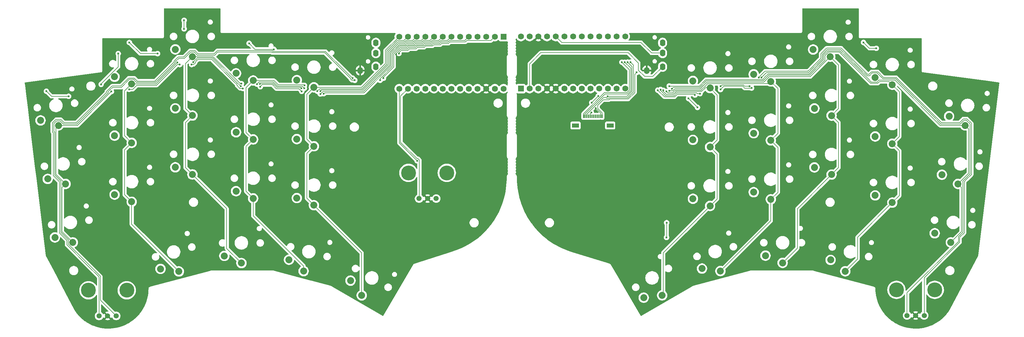
<source format=gtl>
G04 #@! TF.GenerationSoftware,KiCad,Pcbnew,9.0.4*
G04 #@! TF.CreationDate,2025-09-15T12:20:14-04:00*
G04 #@! TF.ProjectId,zen,7a656e2e-6b69-4636-9164-5f7063625858,rev?*
G04 #@! TF.SameCoordinates,Original*
G04 #@! TF.FileFunction,Copper,L1,Top*
G04 #@! TF.FilePolarity,Positive*
%FSLAX46Y46*%
G04 Gerber Fmt 4.6, Leading zero omitted, Abs format (unit mm)*
G04 Created by KiCad (PCBNEW 9.0.4) date 2025-09-15 12:20:14*
%MOMM*%
%LPD*%
G01*
G04 APERTURE LIST*
G04 #@! TA.AperFunction,ComponentPad*
%ADD10C,2.032000*%
G04 #@! TD*
G04 #@! TA.AperFunction,ComponentPad*
%ADD11O,1.600000X2.000000*%
G04 #@! TD*
G04 #@! TA.AperFunction,ComponentPad*
%ADD12C,1.752600*%
G04 #@! TD*
G04 #@! TA.AperFunction,ComponentPad*
%ADD13R,1.752600X1.752600*%
G04 #@! TD*
G04 #@! TA.AperFunction,SMDPad,CuDef*
%ADD14R,2.000000X1.300000*%
G04 #@! TD*
G04 #@! TA.AperFunction,SMDPad,CuDef*
%ADD15R,0.300000X1.000000*%
G04 #@! TD*
G04 #@! TA.AperFunction,ComponentPad*
%ADD16C,4.350000*%
G04 #@! TD*
G04 #@! TA.AperFunction,ComponentPad*
%ADD17C,1.500000*%
G04 #@! TD*
G04 #@! TA.AperFunction,ViaPad*
%ADD18C,0.600000*%
G04 #@! TD*
G04 #@! TA.AperFunction,Conductor*
%ADD19C,0.200000*%
G04 #@! TD*
G04 APERTURE END LIST*
D10*
X116353883Y-173514613D03*
X121727032Y-174248962D03*
X140000000Y-171800000D03*
X135000000Y-169700000D03*
X171869873Y-176940897D03*
X175150000Y-181259550D03*
X158172968Y-174148962D03*
X153886858Y-170826423D03*
X257549873Y-181930897D03*
X262930000Y-181249550D03*
X274583883Y-173404613D03*
X279957032Y-174138962D03*
X81295881Y-130046336D03*
X86514537Y-131521336D03*
X83398127Y-147167757D03*
X88616783Y-148642757D03*
X85500373Y-164289178D03*
X90719029Y-165764178D03*
X312150000Y-170876423D03*
X316436110Y-174198962D03*
X346777533Y-128826924D03*
X351484338Y-131520617D03*
X344675287Y-145948345D03*
X349382092Y-148642038D03*
X342573041Y-163069766D03*
X347279846Y-165763459D03*
X325180000Y-152000000D03*
X330180000Y-154100000D03*
X289680000Y-151050000D03*
X294680000Y-153150000D03*
D11*
X263050780Y-107337500D03*
X263050780Y-110337500D03*
X263050780Y-114337500D03*
X258450780Y-115437500D03*
D10*
X307430000Y-143800000D03*
X312430000Y-145900000D03*
X120680000Y-126515677D03*
X125680000Y-128615677D03*
X271930000Y-135740000D03*
X276930000Y-137840000D03*
X271930000Y-152990000D03*
X276930000Y-155090000D03*
X289680000Y-116550000D03*
X294680000Y-118650000D03*
X120680000Y-109265677D03*
X125680000Y-111365677D03*
X138430000Y-116265677D03*
X143430000Y-118365677D03*
X138430000Y-150765677D03*
X143430000Y-152865677D03*
X102930000Y-134515677D03*
X107930000Y-136615677D03*
X156180000Y-118265677D03*
X161180000Y-120365677D03*
X293130000Y-169640000D03*
X298130000Y-171740000D03*
X120680000Y-143765677D03*
X125680000Y-145865677D03*
D12*
X186100000Y-120765677D03*
X188640000Y-120765677D03*
X191180000Y-120765677D03*
X193720000Y-120765677D03*
X196260000Y-120765677D03*
X198800000Y-120765677D03*
X201340000Y-120765677D03*
X203880000Y-120765677D03*
X206420000Y-120765677D03*
X208960000Y-120765677D03*
X211500000Y-120765677D03*
X214040000Y-120765677D03*
X216580000Y-120765677D03*
X186100000Y-105525677D03*
X188640000Y-105525677D03*
X191180000Y-105525677D03*
X193720000Y-105525677D03*
X196260000Y-105525677D03*
X198800000Y-105525677D03*
X201340000Y-105525677D03*
X203880000Y-105525677D03*
X206420000Y-105525677D03*
X208960000Y-105525677D03*
X211500000Y-105525677D03*
X214040000Y-105525677D03*
D13*
X216580000Y-105525677D03*
D10*
X156180000Y-135515677D03*
X161180000Y-137615677D03*
D11*
X179300000Y-107353177D03*
X179300000Y-110353177D03*
X179300000Y-114353177D03*
X174700000Y-115453177D03*
D10*
X271930000Y-118490000D03*
X276930000Y-120590000D03*
X325180000Y-117500000D03*
X330180000Y-119600000D03*
X289680000Y-133800000D03*
X294680000Y-135900000D03*
X156180000Y-152765677D03*
X161180000Y-154865677D03*
D14*
X247730000Y-131545000D03*
X237630000Y-131545000D03*
D15*
X245430000Y-128845000D03*
X244930000Y-128845000D03*
X244430000Y-128845000D03*
X243930000Y-128845000D03*
X243430000Y-128845000D03*
X242930000Y-128845000D03*
X242430000Y-128845000D03*
X241930000Y-128845000D03*
X241430000Y-128845000D03*
X240930000Y-128845000D03*
X240430000Y-128845000D03*
X239930000Y-128845000D03*
D16*
X342600000Y-179650000D03*
X331400000Y-179650000D03*
D17*
X337000000Y-187150000D03*
X339500000Y-187150000D03*
X334500000Y-187150000D03*
D16*
X200000000Y-145415677D03*
X188800000Y-145415677D03*
D17*
X194400000Y-152915677D03*
X196900000Y-152915677D03*
X191900000Y-152915677D03*
D16*
X106500000Y-179765677D03*
X95300000Y-179765677D03*
D17*
X100900000Y-187265677D03*
X103400000Y-187265677D03*
X98400000Y-187265677D03*
D10*
X102930000Y-151765677D03*
X107930000Y-153865677D03*
X307054220Y-109300000D03*
X312054220Y-111400000D03*
D12*
X252150780Y-105500000D03*
X249610780Y-105500000D03*
X247070780Y-105500000D03*
X244530780Y-105500000D03*
X241990780Y-105500000D03*
X239450780Y-105500000D03*
X236910780Y-105500000D03*
X234370780Y-105500000D03*
X231830780Y-105500000D03*
X229290780Y-105500000D03*
X226750780Y-105500000D03*
X224210780Y-105500000D03*
X221670780Y-105500000D03*
X252150780Y-120740000D03*
X249610780Y-120740000D03*
X247070780Y-120740000D03*
X244530780Y-120740000D03*
X241990780Y-120740000D03*
X239450780Y-120740000D03*
X236910780Y-120740000D03*
X234370780Y-120740000D03*
X231830780Y-120740000D03*
X229290780Y-120740000D03*
X226750780Y-120740000D03*
X224210780Y-120740000D03*
D13*
X221670780Y-120740000D03*
D10*
X325180000Y-134750000D03*
X330180000Y-136850000D03*
X307430000Y-126550000D03*
X312430000Y-128650000D03*
X102930000Y-117265677D03*
X107930000Y-119365677D03*
X138430000Y-133515677D03*
X143430000Y-135615677D03*
D18*
X258499655Y-113848875D03*
X191350000Y-141850000D03*
X186008241Y-110475789D03*
X185160965Y-110755965D03*
X181492015Y-117692015D03*
X173114579Y-118300000D03*
X180500000Y-118300000D03*
X172500000Y-117700000D03*
X164003771Y-122226909D03*
X157593995Y-121540996D03*
X157540007Y-120637066D03*
X163056751Y-122325399D03*
X163065487Y-121468133D03*
X158375737Y-120624266D03*
X162179998Y-121505093D03*
X158400000Y-119800000D03*
X140420483Y-120700000D03*
X145504967Y-120171680D03*
X145410587Y-119377264D03*
X139799816Y-120074552D03*
X144519994Y-119419327D03*
X140000000Y-119300000D03*
X125456239Y-113700000D03*
X121985996Y-113700000D03*
X121300000Y-113100000D03*
X125900000Y-113000000D03*
X102000000Y-121600000D03*
X107172103Y-120972103D03*
X142250000Y-107500000D03*
X149500000Y-109250000D03*
X123250000Y-100750000D03*
X123250000Y-103250000D03*
X107250000Y-107250000D03*
X115500000Y-110500000D03*
X99000000Y-119500000D03*
X104000000Y-110500000D03*
X255500000Y-116000000D03*
X243502865Y-126502865D03*
X261654596Y-121209000D03*
X262472637Y-121022467D03*
X242252865Y-127752865D03*
X242337235Y-124837235D03*
X272500000Y-122604000D03*
X274000000Y-122203000D03*
X280000000Y-121000000D03*
X289065687Y-120565687D03*
X280000000Y-120000000D03*
X288500000Y-120000000D03*
X291186921Y-117464549D03*
X291992375Y-117470000D03*
X263258635Y-121241365D03*
X264181913Y-121597543D03*
X265000000Y-121391365D03*
X265808635Y-120791365D03*
X265000000Y-120000000D03*
X273250000Y-126250000D03*
X270625000Y-123625000D03*
X325500000Y-108950000D03*
X321762139Y-107237861D03*
X264250000Y-160000000D03*
X264218038Y-164304785D03*
X244256172Y-122918300D03*
X247005730Y-123000000D03*
X251166275Y-113011864D03*
X252026470Y-113023530D03*
X252850735Y-112999265D03*
X253700000Y-113000000D03*
X89500000Y-123000000D03*
X83000000Y-121500000D03*
D19*
X258450780Y-111350780D02*
X258450780Y-115437500D01*
X263050780Y-114337500D02*
X260188280Y-117200000D01*
X260188280Y-117200000D02*
X257800000Y-117200000D01*
X253000000Y-110250000D02*
X227450000Y-110250000D01*
X257800000Y-117200000D02*
X256000000Y-115400000D01*
X256000000Y-115400000D02*
X256000000Y-113250000D01*
X256000000Y-113250000D02*
X253000000Y-110250000D01*
X227450000Y-110250000D02*
X224210780Y-113489220D01*
X224210780Y-113489220D02*
X224210780Y-120740000D01*
X191900000Y-152915677D02*
X192000000Y-152815677D01*
X192000000Y-141650057D02*
X191566393Y-141216450D01*
X192000000Y-152815677D02*
X192000000Y-141650057D01*
X191566393Y-141216450D02*
X191283550Y-141216450D01*
X191283550Y-141216450D02*
X186501000Y-136433900D01*
X186501000Y-136433900D02*
X186501000Y-122904677D01*
X186501000Y-122904677D02*
X188640000Y-120765677D01*
X191350000Y-141850000D02*
X186100000Y-136600000D01*
X186100000Y-136600000D02*
X186100000Y-120765677D01*
X193774200Y-108306977D02*
X195747100Y-108306977D01*
X186008241Y-110475789D02*
X186008241Y-110194359D01*
X186008241Y-110194359D02*
X186692623Y-109509977D01*
X186692623Y-109509977D02*
X188625400Y-109509977D01*
X188625400Y-109509977D02*
X189026400Y-109108977D01*
X189026400Y-109108977D02*
X190999300Y-109108977D01*
X200895900Y-107103977D02*
X205408800Y-107103977D01*
X205809800Y-106702977D02*
X212862700Y-106702977D01*
X190999300Y-109108977D02*
X191400300Y-108707977D01*
X191400300Y-108707977D02*
X193373200Y-108707977D01*
X193373200Y-108707977D02*
X193774200Y-108306977D01*
X195747100Y-108306977D02*
X196148100Y-107905977D01*
X196148100Y-107905977D02*
X198121000Y-107905977D01*
X198121000Y-107905977D02*
X198522000Y-107504977D01*
X198522000Y-107504977D02*
X200494900Y-107504977D01*
X200494900Y-107504977D02*
X200895900Y-107103977D01*
X205408800Y-107103977D02*
X205809800Y-106702977D01*
X212862700Y-106702977D02*
X214040000Y-105525677D01*
X185160965Y-110755965D02*
X185100000Y-110695000D01*
X185100000Y-110695000D02*
X185100000Y-110535500D01*
X185100000Y-110535500D02*
X186526523Y-109108977D01*
X200729800Y-106702977D02*
X205242700Y-106702977D01*
X186526523Y-109108977D02*
X188459300Y-109108977D01*
X193207100Y-108306977D02*
X193608100Y-107905977D01*
X188459300Y-109108977D02*
X188860300Y-108707977D01*
X188860300Y-108707977D02*
X190833200Y-108707977D01*
X190833200Y-108707977D02*
X191234200Y-108306977D01*
X191234200Y-108306977D02*
X193207100Y-108306977D01*
X193608100Y-107905977D02*
X195581000Y-107905977D01*
X195581000Y-107905977D02*
X195982000Y-107504977D01*
X200328800Y-107103977D02*
X200729800Y-106702977D01*
X205242700Y-106702977D02*
X206420000Y-105525677D01*
X195982000Y-107504977D02*
X197954900Y-107504977D01*
X197954900Y-107504977D02*
X198355900Y-107103977D01*
X198355900Y-107103977D02*
X200328800Y-107103977D01*
X181492015Y-117692015D02*
X181492015Y-117410585D01*
X198189800Y-106702977D02*
X200162700Y-106702977D01*
X200162700Y-106702977D02*
X201340000Y-105525677D01*
X181492015Y-117410585D02*
X184505000Y-114397600D01*
X184505000Y-114397600D02*
X184505000Y-110563400D01*
X184505000Y-110563400D02*
X186360423Y-108707977D01*
X186360423Y-108707977D02*
X188293200Y-108707977D01*
X195815900Y-107103977D02*
X197788800Y-107103977D01*
X188293200Y-108707977D02*
X188694200Y-108306977D01*
X188694200Y-108306977D02*
X190667100Y-108306977D01*
X195414900Y-107504977D02*
X195815900Y-107103977D01*
X190667100Y-108306977D02*
X191068100Y-107905977D01*
X191068100Y-107905977D02*
X193041000Y-107905977D01*
X193041000Y-107905977D02*
X193442000Y-107504977D01*
X193442000Y-107504977D02*
X195414900Y-107504977D01*
X197788800Y-107103977D02*
X198189800Y-106702977D01*
X180500000Y-118300000D02*
X180500000Y-117835500D01*
X184104000Y-110397300D02*
X186194323Y-108306977D01*
X180500000Y-117835500D02*
X184104000Y-114231500D01*
X192874900Y-107504977D02*
X193275900Y-107103977D01*
X195248800Y-107103977D02*
X195649800Y-106702977D01*
X195649800Y-106702977D02*
X197622700Y-106702977D01*
X184104000Y-114231500D02*
X184104000Y-110397300D01*
X186194323Y-108306977D02*
X188127100Y-108306977D01*
X188127100Y-108306977D02*
X188528100Y-107905977D01*
X188528100Y-107905977D02*
X190501000Y-107905977D01*
X190902000Y-107504977D02*
X192874900Y-107504977D01*
X190501000Y-107905977D02*
X190902000Y-107504977D01*
X193275900Y-107103977D02*
X195248800Y-107103977D01*
X197622700Y-106702977D02*
X198800000Y-105525677D01*
X171899000Y-117948943D02*
X172250057Y-118300000D01*
X172250057Y-118300000D02*
X173114579Y-118300000D01*
X171899000Y-117766100D02*
X171899000Y-117948943D01*
X169266450Y-115133550D02*
X171899000Y-117766100D01*
X169600000Y-114900000D02*
X172400000Y-117700000D01*
X172400000Y-117700000D02*
X172500000Y-117700000D01*
X164384900Y-110252000D02*
X169266450Y-115133550D01*
X164015100Y-110252000D02*
X164384900Y-110252000D01*
X164551000Y-109851000D02*
X169600000Y-114900000D01*
X163849000Y-109851000D02*
X164551000Y-109851000D01*
X148833900Y-110052000D02*
X148840950Y-110059050D01*
X146800000Y-110052000D02*
X148833900Y-110052000D01*
X148840950Y-110059050D02*
X149033900Y-110252000D01*
X152500000Y-110252000D02*
X164015100Y-110252000D01*
X149033900Y-110252000D02*
X152500000Y-110252000D01*
X149200000Y-109851000D02*
X163849000Y-109851000D01*
X149000000Y-109651000D02*
X149200000Y-109851000D01*
X147600000Y-109651000D02*
X149000000Y-109651000D01*
X133078457Y-110052000D02*
X146800000Y-110052000D01*
X131833580Y-110964677D02*
X132165780Y-110964677D01*
X132165780Y-110964677D02*
X133078457Y-110052000D01*
X132912357Y-109651000D02*
X147600000Y-109651000D01*
X131999680Y-110563677D02*
X132912357Y-109651000D01*
X130900000Y-110563677D02*
X131999680Y-110563677D01*
X120298000Y-112967800D02*
X120298000Y-112684957D01*
X124968380Y-109647677D02*
X126391620Y-109647677D01*
X123117057Y-111499000D02*
X124968380Y-109647677D01*
X114702123Y-118563677D02*
X118482900Y-114782900D01*
X127307620Y-110563677D02*
X130900000Y-110563677D01*
X126391620Y-109647677D02*
X127307620Y-110563677D01*
X118482900Y-114782900D02*
X120132900Y-113132900D01*
X120298000Y-112684957D02*
X121483957Y-111499000D01*
X120132900Y-113132900D02*
X120298000Y-112967800D01*
X111200000Y-118563677D02*
X114702123Y-118563677D01*
X121483957Y-111499000D02*
X123117057Y-111499000D01*
X126225520Y-110048677D02*
X127141520Y-110964677D01*
X121650057Y-111900000D02*
X123000000Y-111900000D01*
X125134480Y-110048677D02*
X126225520Y-110048677D01*
X124891579Y-110291578D02*
X125134480Y-110048677D01*
X119566450Y-114266450D02*
X120516450Y-113316450D01*
X120699000Y-113100000D02*
X120699000Y-112851057D01*
X115766450Y-118066450D02*
X119566450Y-114266450D01*
X114868223Y-118964677D02*
X115766450Y-118066450D01*
X111799577Y-118964677D02*
X114868223Y-118964677D01*
X120516450Y-113316450D02*
X120699000Y-113133900D01*
X123283157Y-111900000D02*
X124891579Y-110291578D01*
X123000000Y-111900000D02*
X123283157Y-111900000D01*
X131200000Y-110964677D02*
X131833580Y-110964677D01*
X120699000Y-113133900D02*
X120699000Y-113100000D01*
X127141520Y-110964677D02*
X127400000Y-110964677D01*
X120699000Y-112851057D02*
X121650057Y-111900000D01*
X127400000Y-110964677D02*
X131200000Y-110964677D01*
X104100000Y-119999000D02*
X104733900Y-119999000D01*
X104733900Y-119999000D02*
X106616450Y-118116450D01*
X107085223Y-117647677D02*
X108641620Y-117647677D01*
X100615450Y-121567507D02*
X102183957Y-119999000D01*
X100615449Y-121850351D02*
X100615450Y-121567507D01*
X91600000Y-130719336D02*
X91746464Y-130719336D01*
X108641620Y-117647677D02*
X109557620Y-118563677D01*
X94532900Y-127932900D02*
X99682900Y-122782900D01*
X109557620Y-118563677D02*
X111200000Y-118563677D01*
X99682900Y-122782900D02*
X100615449Y-121850351D01*
X102183957Y-119999000D02*
X104100000Y-119999000D01*
X91746464Y-130719336D02*
X94532900Y-127932900D01*
X106616450Y-118116450D02*
X107085223Y-117647677D01*
X101575028Y-121175028D02*
X102350057Y-120400000D01*
X91912564Y-131120336D02*
X101016450Y-122016450D01*
X101016450Y-122016450D02*
X101016450Y-121733607D01*
X101016450Y-121733607D02*
X101575028Y-121175028D01*
X109391520Y-118964677D02*
X111799577Y-118964677D01*
X109163422Y-118736579D02*
X109391520Y-118964677D01*
X108475520Y-118048677D02*
X109163422Y-118736579D01*
X91912564Y-131120336D02*
X92316450Y-130716450D01*
X107251323Y-118048677D02*
X108475520Y-118048677D01*
X102350057Y-120400000D02*
X104900000Y-120400000D01*
X104900000Y-120400000D02*
X107251323Y-118048677D01*
X90600000Y-130719336D02*
X91600000Y-130719336D01*
X85802917Y-129803336D02*
X87250100Y-129803336D01*
X84796537Y-130809716D02*
X85802917Y-129803336D01*
X85030254Y-133666100D02*
X84932077Y-133567923D01*
X87250100Y-129803336D02*
X87485000Y-130038236D01*
X85030254Y-133900000D02*
X85030254Y-133666100D01*
X87485000Y-130038236D02*
X88166100Y-130719336D01*
X84932077Y-133567923D02*
X84796537Y-133432383D01*
X88166100Y-130719336D02*
X90600000Y-130719336D01*
X84796537Y-133432383D02*
X84796537Y-131700000D01*
X84796537Y-131700000D02*
X84796537Y-130809716D01*
X92316450Y-130716450D02*
X92416450Y-130616450D01*
X88000000Y-131120336D02*
X91912564Y-131120336D01*
X85431254Y-133500000D02*
X85197537Y-133266283D01*
X85197537Y-133266283D02*
X85197537Y-130975816D01*
X85197537Y-130975816D02*
X85969017Y-130204336D01*
X85969017Y-130204336D02*
X87084000Y-130204336D01*
X87084000Y-130204336D02*
X88000000Y-131120336D01*
X85030254Y-137800000D02*
X85030254Y-133900000D01*
X86798784Y-147958958D02*
X86469913Y-147630087D01*
X86798784Y-152400000D02*
X86798784Y-147958958D01*
X85030254Y-146190428D02*
X85030254Y-137800000D01*
X86469913Y-147630087D02*
X85030254Y-146190428D01*
X85431254Y-146024328D02*
X85431254Y-133500000D01*
X86453463Y-147046537D02*
X85431254Y-146024328D01*
X87199784Y-150900000D02*
X87199784Y-147792858D01*
X87199784Y-147792858D02*
X86453463Y-147046537D01*
X87199784Y-150900000D02*
X87199784Y-162812033D01*
X87199784Y-162812033D02*
X89402029Y-165014278D01*
X89402029Y-165014278D02*
X89402029Y-166309698D01*
X98801000Y-182666677D02*
X103400000Y-187265677D01*
X89402029Y-166309698D02*
X98801000Y-175708668D01*
X98801000Y-175708668D02*
X98801000Y-182666677D01*
X86798784Y-162978133D02*
X86798784Y-152400000D01*
X89001029Y-166475798D02*
X89001029Y-166143598D01*
X98400000Y-175874769D02*
X95062615Y-172537384D01*
X87960325Y-164139674D02*
X86798784Y-162978133D01*
X98400000Y-187265677D02*
X98400000Y-175874769D01*
X95062615Y-172537384D02*
X89001029Y-166475798D01*
X89001029Y-166143598D02*
X89001029Y-165180378D01*
X89001029Y-165180378D02*
X87960325Y-164139674D01*
X164003771Y-122226909D02*
X164261003Y-121969677D01*
X164261003Y-121969677D02*
X175798723Y-121969677D01*
X175798723Y-121969677D02*
X183703000Y-114065400D01*
X183703000Y-114065400D02*
X183703000Y-110231200D01*
X183703000Y-110231200D02*
X186028223Y-107905977D01*
X186028223Y-107905977D02*
X187961000Y-107905977D01*
X187961000Y-107905977D02*
X188362000Y-107504977D01*
X188362000Y-107504977D02*
X190334900Y-107504977D01*
X190334900Y-107504977D02*
X190735900Y-107103977D01*
X190735900Y-107103977D02*
X192708800Y-107103977D01*
X192708800Y-107103977D02*
X193109800Y-106702977D01*
X193109800Y-106702977D02*
X195082700Y-106702977D01*
X195082700Y-106702977D02*
X196260000Y-105525677D01*
X163056751Y-122325399D02*
X163813473Y-121568677D01*
X163813473Y-121568677D02*
X175632623Y-121568677D01*
X175632623Y-121568677D02*
X183302000Y-113899300D01*
X190168800Y-107103977D02*
X190569800Y-106702977D01*
X183302000Y-113899300D02*
X183302000Y-110065100D01*
X183302000Y-110065100D02*
X185862123Y-107504977D01*
X192542700Y-106702977D02*
X193720000Y-105525677D01*
X185862123Y-107504977D02*
X187794900Y-107504977D01*
X187794900Y-107504977D02*
X188195900Y-107103977D01*
X188195900Y-107103977D02*
X190168800Y-107103977D01*
X190569800Y-106702977D02*
X192542700Y-106702977D01*
X163065487Y-121468133D02*
X163365943Y-121167677D01*
X163365943Y-121167677D02*
X175466523Y-121167677D01*
X188029800Y-106702977D02*
X190002700Y-106702977D01*
X175466523Y-121167677D02*
X182901000Y-113733200D01*
X182901000Y-113733200D02*
X182901000Y-109899000D01*
X182901000Y-109899000D02*
X185696023Y-107103977D01*
X187628800Y-107103977D02*
X188029800Y-106702977D01*
X190002700Y-106702977D02*
X191180000Y-105525677D01*
X185696023Y-107103977D02*
X187628800Y-107103977D01*
X162179998Y-121505093D02*
X162918414Y-120766677D01*
X162918414Y-120766677D02*
X175300423Y-120766677D01*
X175300423Y-120766677D02*
X182500000Y-113567100D01*
X185497023Y-106702977D02*
X187462700Y-106702977D01*
X182500000Y-113567100D02*
X182500000Y-109700000D01*
X182500000Y-109700000D02*
X185497023Y-106702977D01*
X187462700Y-106702977D02*
X188640000Y-105525677D01*
X161180000Y-120365677D02*
X175134323Y-120365677D01*
X175134323Y-120365677D02*
X182100000Y-113400000D01*
X182100000Y-113400000D02*
X182100000Y-109525677D01*
X182100000Y-109525677D02*
X186100000Y-105525677D01*
X156500000Y-120803000D02*
X156855999Y-120803000D01*
X156855999Y-120803000D02*
X157593995Y-121540996D01*
X156800000Y-120402000D02*
X157304941Y-120402000D01*
X157304941Y-120402000D02*
X157540007Y-120637066D01*
X157500000Y-120001000D02*
X157752471Y-120001000D01*
X157752471Y-120001000D02*
X158375737Y-120624266D01*
X157600000Y-119600000D02*
X158200000Y-119600000D01*
X158200000Y-119600000D02*
X158400000Y-119800000D01*
X150235700Y-120803000D02*
X156500000Y-120803000D01*
X146400000Y-119568677D02*
X149001377Y-119568677D01*
X149001377Y-119568677D02*
X150235700Y-120803000D01*
X149167477Y-119167677D02*
X150401800Y-120402000D01*
X150401800Y-120402000D02*
X156800000Y-120402000D01*
X146500000Y-119167677D02*
X149167477Y-119167677D01*
X146600000Y-118766677D02*
X149333577Y-118766677D01*
X154500000Y-120001000D02*
X157500000Y-120001000D01*
X149333577Y-118766677D02*
X150567900Y-120001000D01*
X150567900Y-120001000D02*
X154500000Y-120001000D01*
X149499677Y-118365677D02*
X150734000Y-119600000D01*
X150734000Y-119600000D02*
X157600000Y-119600000D01*
X146665677Y-118365677D02*
X149499677Y-118365677D01*
X137733802Y-118575638D02*
X138679082Y-119520918D01*
X146107970Y-119568677D02*
X146400000Y-119568677D01*
X145504967Y-120171680D02*
X146107970Y-119568677D01*
X138679082Y-119803761D02*
X139575321Y-120700000D01*
X139575321Y-120700000D02*
X140420483Y-120700000D01*
X137733802Y-118566199D02*
X137733802Y-118575638D01*
X138679082Y-119520918D02*
X138679082Y-119803761D01*
X145410587Y-119377264D02*
X145620174Y-119167677D01*
X138567352Y-118832649D02*
X138567352Y-118842088D01*
X145620174Y-119167677D02*
X146500000Y-119167677D01*
X138567352Y-118842088D02*
X139799816Y-120074552D01*
X131335280Y-112167677D02*
X137733802Y-118566199D01*
X129100000Y-112167677D02*
X131335280Y-112167677D01*
X131501380Y-111766677D02*
X138567352Y-118832649D01*
X129200000Y-111766677D02*
X131501380Y-111766677D01*
X145172644Y-118766677D02*
X146600000Y-118766677D01*
X144519994Y-119419327D02*
X145172644Y-118766677D01*
X143430000Y-118365677D02*
X146665677Y-118365677D01*
X129265677Y-111365677D02*
X131667480Y-111365677D01*
X131667480Y-111365677D02*
X139601803Y-119300000D01*
X139601803Y-119300000D02*
X140000000Y-119300000D01*
X127307620Y-112167677D02*
X129100000Y-112167677D01*
X126937649Y-112537648D02*
X127307620Y-112167677D01*
X127141520Y-111766677D02*
X129200000Y-111766677D01*
X126754099Y-112154098D02*
X127141520Y-111766677D01*
X125680000Y-111365677D02*
X129265677Y-111365677D01*
X126501000Y-112974297D02*
X126937649Y-112537648D01*
X125456239Y-113700000D02*
X126049943Y-113700000D01*
X121267100Y-113700000D02*
X121985996Y-113700000D01*
X126501000Y-113248943D02*
X126501000Y-112974297D01*
X111900000Y-119766677D02*
X115200423Y-119766677D01*
X120783550Y-114183550D02*
X121267100Y-113700000D01*
X126049943Y-113700000D02*
X126501000Y-113248943D01*
X115200423Y-119766677D02*
X120783550Y-114183550D01*
X126208197Y-112700000D02*
X126754099Y-112154098D01*
X125900000Y-113000000D02*
X126200000Y-112700000D01*
X126200000Y-112700000D02*
X126208197Y-112700000D01*
X111965677Y-119365677D02*
X115034323Y-119365677D01*
X115034323Y-119365677D02*
X121300000Y-113100000D01*
X109433323Y-119766677D02*
X111900000Y-119766677D01*
X109300000Y-119900000D02*
X109433323Y-119766677D01*
X107930000Y-119365677D02*
X111965677Y-119365677D01*
X108227897Y-120972103D02*
X109300000Y-119900000D01*
X107172103Y-120972103D02*
X108227897Y-120972103D01*
X92078664Y-131521336D02*
X102000000Y-121600000D01*
X86514537Y-131521336D02*
X92078664Y-131521336D01*
X161180000Y-154865677D02*
X175150000Y-168835677D01*
X175150000Y-168835677D02*
X175150000Y-181259550D01*
X143430000Y-152865677D02*
X143430000Y-157930000D01*
X143430000Y-157930000D02*
X158172968Y-172672968D01*
X158172968Y-172672968D02*
X158172968Y-174148962D01*
X125680000Y-145865677D02*
X135701900Y-155887577D01*
X135701900Y-155887577D02*
X135701900Y-167501900D01*
X135701900Y-167501900D02*
X140000000Y-171800000D01*
X107930000Y-153865677D02*
X107930000Y-160451930D01*
X107930000Y-160451930D02*
X121727032Y-174248962D01*
X161180000Y-137615677D02*
X159114500Y-135550177D01*
X159114500Y-135550177D02*
X159114500Y-122431177D01*
X159114500Y-122431177D02*
X161180000Y-120365677D01*
X161180000Y-154865677D02*
X159114500Y-152800177D01*
X159114500Y-152800177D02*
X159114500Y-139681177D01*
X159114500Y-139681177D02*
X161180000Y-137615677D01*
X143430000Y-135615677D02*
X141364500Y-133550177D01*
X141364500Y-133550177D02*
X141364500Y-120431177D01*
X141364500Y-120431177D02*
X143430000Y-118365677D01*
X143430000Y-152865677D02*
X141364500Y-150800177D01*
X141364500Y-150800177D02*
X141364500Y-137681177D01*
X141364500Y-137681177D02*
X143430000Y-135615677D01*
X125680000Y-128615677D02*
X123614500Y-126550177D01*
X123614500Y-113431177D02*
X125680000Y-111365677D01*
X123614500Y-126550177D02*
X123614500Y-113431177D01*
X125680000Y-145865677D02*
X123614500Y-143800177D01*
X123614500Y-143800177D02*
X123614500Y-130681177D01*
X123614500Y-130681177D02*
X125680000Y-128615677D01*
X107930000Y-136615677D02*
X105864500Y-134550177D01*
X105864500Y-121431177D02*
X107930000Y-119365677D01*
X105864500Y-134550177D02*
X105864500Y-121431177D01*
X107930000Y-153865677D02*
X105864500Y-151800177D01*
X105864500Y-151800177D02*
X105864500Y-138681177D01*
X105864500Y-138681177D02*
X107930000Y-136615677D01*
X88616783Y-148642757D02*
X85832254Y-145858228D01*
X85832254Y-145858228D02*
X85832254Y-132203619D01*
X85832254Y-132203619D02*
X86514537Y-131521336D01*
X90719029Y-165764178D02*
X87600784Y-162645933D01*
X87600784Y-162645933D02*
X87600784Y-149658756D01*
X87600784Y-149658756D02*
X88616783Y-148642757D01*
X144000000Y-109250000D02*
X149500000Y-109250000D01*
X142250000Y-107500000D02*
X144000000Y-109250000D01*
X123250000Y-103250000D02*
X123250000Y-100750000D01*
X110500000Y-110500000D02*
X115500000Y-110500000D01*
X107250000Y-107250000D02*
X110500000Y-110500000D01*
X104000000Y-114333157D02*
X104000000Y-110500000D01*
X99000000Y-119333157D02*
X104000000Y-114333157D01*
X99000000Y-119500000D02*
X99000000Y-119333157D01*
X245724300Y-124000000D02*
X244103865Y-125620435D01*
X247420773Y-124002000D02*
X246002000Y-124002000D01*
X254932080Y-121892054D02*
X253022134Y-123802000D01*
X244103865Y-126536765D02*
X245430000Y-127862900D01*
X255500000Y-116000000D02*
X254932080Y-116567920D01*
X254932080Y-116567920D02*
X254932080Y-121892054D01*
X253022134Y-123802000D02*
X247620773Y-123802000D01*
X247620773Y-123802000D02*
X247420773Y-124002000D01*
X246002000Y-124002000D02*
X246000000Y-124000000D01*
X246000000Y-124000000D02*
X245724300Y-124000000D01*
X244103865Y-125620435D02*
X244103865Y-126536765D01*
X245430000Y-127862900D02*
X245430000Y-128845000D01*
X244930000Y-127930000D02*
X243502865Y-126502865D01*
X244930000Y-128845000D02*
X244930000Y-127930000D01*
X253700000Y-113000000D02*
X254531080Y-113831080D01*
X254531080Y-121725954D02*
X252856034Y-123401000D01*
X252856034Y-123401000D02*
X247454673Y-123401000D01*
X247254673Y-123601000D02*
X246756787Y-123601000D01*
X247454673Y-123401000D02*
X247254673Y-123601000D01*
X254531080Y-113831080D02*
X254531080Y-121725954D01*
X240930000Y-128227200D02*
X240930000Y-128845000D01*
X246756787Y-123601000D02*
X246534304Y-123378517D01*
X246534304Y-123378517D02*
X245778683Y-123378517D01*
X245778683Y-123378517D02*
X240930000Y-128227200D01*
X263640961Y-123195365D02*
X261654596Y-121209000D01*
X265000000Y-123195365D02*
X263640961Y-123195365D01*
X263961692Y-122794365D02*
X262472637Y-121305310D01*
X264500000Y-122794365D02*
X263961692Y-122794365D01*
X262472637Y-121305310D02*
X262472637Y-121022467D01*
X241930000Y-128075730D02*
X241930000Y-128845000D01*
X244256172Y-122918300D02*
X244256170Y-122918300D01*
X244256170Y-122918300D02*
X242337235Y-124837235D01*
X242252865Y-127752865D02*
X241930000Y-128075730D01*
X267313343Y-122405000D02*
X267109171Y-122609172D01*
X266190778Y-123195365D02*
X265000000Y-123195365D01*
X271000000Y-122405000D02*
X267313343Y-122405000D01*
X272500000Y-122604000D02*
X272301000Y-122405000D01*
X266522978Y-123195365D02*
X266190778Y-123195365D01*
X272301000Y-122405000D02*
X271000000Y-122405000D01*
X267109171Y-122609172D02*
X266522978Y-123195365D01*
X266356878Y-122794365D02*
X264500000Y-122794365D01*
X273004000Y-122004000D02*
X268000000Y-122004000D01*
X274000000Y-122203000D02*
X273203000Y-122203000D01*
X273203000Y-122203000D02*
X273004000Y-122004000D01*
X268000000Y-122004000D02*
X267147243Y-122004000D01*
X267147243Y-122004000D02*
X266356878Y-122794365D01*
X280925000Y-120075000D02*
X280000000Y-121000000D01*
X281000000Y-120075000D02*
X280925000Y-120075000D01*
X287026000Y-120601000D02*
X286500000Y-120075000D01*
X289030374Y-120601000D02*
X287026000Y-120601000D01*
X289065687Y-120565687D02*
X289030374Y-120601000D01*
X286500000Y-120075000D02*
X281000000Y-120075000D01*
X288500000Y-120000000D02*
X287000000Y-120000000D01*
X280326000Y-119674000D02*
X280000000Y-120000000D01*
X287000000Y-120000000D02*
X286674000Y-119674000D01*
X286674000Y-119674000D02*
X280326000Y-119674000D01*
X291186921Y-117425511D02*
X291186921Y-117464549D01*
X292966432Y-115646000D02*
X291186921Y-117425511D01*
X300500000Y-115646000D02*
X292966432Y-115646000D01*
X293415375Y-116047000D02*
X291992375Y-117470000D01*
X298500000Y-116047000D02*
X293415375Y-116047000D01*
X305539820Y-115646000D02*
X300500000Y-115646000D01*
X306342910Y-114842910D02*
X305539820Y-115646000D01*
X304500000Y-116047000D02*
X298500000Y-116047000D01*
X309297000Y-111888820D02*
X306342910Y-114842910D01*
X317692100Y-111307900D02*
X315264200Y-108880000D01*
X315264200Y-108880000D02*
X313000000Y-108880000D01*
X310985800Y-108880000D02*
X309297000Y-110568800D01*
X313000000Y-108880000D02*
X310985800Y-108880000D01*
X309297000Y-110568800D02*
X309297000Y-111888820D01*
X305705920Y-116047000D02*
X304500000Y-116047000D01*
X309698000Y-112054920D02*
X305705920Y-116047000D01*
X316908550Y-111091450D02*
X315098100Y-109281000D01*
X315098100Y-109281000D02*
X311151900Y-109281000D01*
X311151900Y-109281000D02*
X309698000Y-110734900D01*
X309698000Y-110734900D02*
X309698000Y-112054920D01*
X320942100Y-114557900D02*
X317692100Y-111307900D01*
X323716450Y-116216450D02*
X323333900Y-116599000D01*
X325891620Y-115782000D02*
X324500000Y-115782000D01*
X323000000Y-116599000D02*
X322983200Y-116599000D01*
X342906971Y-129093028D02*
X331294943Y-117481000D01*
X326126520Y-116016900D02*
X325891620Y-115782000D01*
X331294943Y-117481000D02*
X330000000Y-117481000D01*
X330000000Y-117481000D02*
X327590620Y-117481000D01*
X324150900Y-115782000D02*
X323716450Y-116216450D01*
X327590620Y-117481000D02*
X326126520Y-116016900D01*
X323333900Y-116599000D02*
X323000000Y-116599000D01*
X324500000Y-115782000D02*
X324150900Y-115782000D01*
X322983200Y-116599000D02*
X320942100Y-114557900D01*
X324317000Y-116183000D02*
X323500000Y-117000000D01*
X320658550Y-114841450D02*
X316908550Y-111091450D01*
X341873421Y-128626578D02*
X331128843Y-117882000D01*
X327424520Y-117882000D02*
X325725520Y-116183000D01*
X325725520Y-116183000D02*
X324317000Y-116183000D01*
X328500000Y-117882000D02*
X327424520Y-117882000D01*
X331128843Y-117882000D02*
X328500000Y-117882000D01*
X323500000Y-117000000D02*
X322817100Y-117000000D01*
X322817100Y-117000000D02*
X320658550Y-114841450D01*
X350953517Y-129599000D02*
X350718617Y-129833900D01*
X353302337Y-130908996D02*
X351992341Y-129599000D01*
X351829165Y-147329165D02*
X353302337Y-145855993D01*
X353302337Y-145855993D02*
X353302337Y-141500000D01*
X351992341Y-129599000D02*
X350953517Y-129599000D01*
X350718617Y-129833900D02*
X349833900Y-130718617D01*
X344532560Y-130718617D02*
X342906971Y-129093028D01*
X347500000Y-130718617D02*
X344532560Y-130718617D01*
X353302337Y-141500000D02*
X353302337Y-130908996D01*
X349833900Y-130718617D02*
X347500000Y-130718617D01*
X344366460Y-131119617D02*
X341873421Y-128626578D01*
X351795615Y-146795615D02*
X352901337Y-145689893D01*
X351119617Y-130000000D02*
X350000000Y-131119617D01*
X352901337Y-131075096D02*
X351826241Y-130000000D01*
X352901337Y-145689893D02*
X352901337Y-140500000D01*
X350000000Y-131119617D02*
X344366460Y-131119617D01*
X352901337Y-140500000D02*
X352901337Y-131075096D01*
X351826241Y-130000000D02*
X351119617Y-130000000D01*
X351200091Y-147958239D02*
X351829165Y-147329165D01*
X351200091Y-153500000D02*
X351200091Y-147958239D01*
X350799091Y-147792139D02*
X351795615Y-146795615D01*
X350799091Y-150700909D02*
X350799091Y-147792139D01*
X351200091Y-162500000D02*
X351200091Y-153500000D01*
X340783550Y-174783550D02*
X349901000Y-165666100D01*
X349901000Y-164276505D02*
X351200091Y-162977414D01*
X339500000Y-187150000D02*
X339500000Y-176067100D01*
X349901000Y-164500000D02*
X349901000Y-164276505D01*
X349901000Y-165666100D02*
X349901000Y-164500000D01*
X339500000Y-176067100D02*
X340783550Y-174783550D01*
X351200091Y-162977414D02*
X351200091Y-162500000D01*
X334500000Y-180500000D02*
X349500000Y-165500000D01*
X349500000Y-165500000D02*
X349500000Y-164110405D01*
X350799091Y-162811314D02*
X350799091Y-150700909D01*
X334500000Y-187150000D02*
X334500000Y-180500000D01*
X349500000Y-164110405D02*
X350799091Y-162811314D01*
X264127792Y-122393365D02*
X263258635Y-121524208D01*
X266190778Y-122393365D02*
X264127792Y-122393365D01*
X263258635Y-121524208D02*
X263258635Y-121241365D01*
X266981143Y-121603000D02*
X266792071Y-121792072D01*
X266792071Y-121792072D02*
X266190778Y-122393365D01*
X270203000Y-121603000D02*
X266981143Y-121603000D01*
X270000000Y-121202000D02*
X266815043Y-121202000D01*
X266508521Y-121508522D02*
X266024678Y-121992365D01*
X264576735Y-121992365D02*
X264181913Y-121597543D01*
X266024678Y-121992365D02*
X264576735Y-121992365D01*
X266815043Y-121202000D02*
X266508521Y-121508522D01*
X270000000Y-120801000D02*
X266648943Y-120801000D01*
X266648943Y-120801000D02*
X266058578Y-121391365D01*
X266058578Y-121391365D02*
X265000000Y-121391365D01*
X266200000Y-120400000D02*
X265808635Y-120791365D01*
X269800000Y-120400000D02*
X266200000Y-120400000D01*
X269750000Y-120000000D02*
X265000000Y-120000000D01*
X274464100Y-121603000D02*
X270203000Y-121603000D01*
X275333550Y-120733550D02*
X274464100Y-121603000D01*
X276930000Y-120590000D02*
X276740000Y-120400000D01*
X276740000Y-120400000D02*
X275667100Y-120400000D01*
X275667100Y-120400000D02*
X275333550Y-120733550D01*
X274298000Y-121202000D02*
X270000000Y-121202000D01*
X275500000Y-120000000D02*
X274298000Y-121202000D01*
X275466450Y-119466450D02*
X274131900Y-120801000D01*
X274131900Y-120801000D02*
X270000000Y-120801000D01*
X314765900Y-110083000D02*
X311508700Y-110083000D01*
X306038120Y-116849000D02*
X294051380Y-116849000D01*
X330100000Y-119600000D02*
X329184000Y-118684000D01*
X310500000Y-112387120D02*
X306038120Y-116849000D01*
X329184000Y-118684000D02*
X326425620Y-118684000D01*
X326425620Y-118684000D02*
X325891620Y-119218000D01*
X292429380Y-118471000D02*
X275894800Y-118471000D01*
X325891620Y-119218000D02*
X323900900Y-119218000D01*
X330180000Y-119600000D02*
X330100000Y-119600000D01*
X323900900Y-119218000D02*
X314765900Y-110083000D01*
X294051380Y-116849000D02*
X292429380Y-118471000D01*
X273965800Y-120400000D02*
X269800000Y-120400000D01*
X311508700Y-110083000D02*
X310500000Y-111091700D01*
X310500000Y-111091700D02*
X310500000Y-112387120D01*
X275894800Y-118471000D02*
X273965800Y-120400000D01*
X273798700Y-120000000D02*
X269750000Y-120000000D01*
X275274350Y-118524350D02*
X273798700Y-120000000D01*
X275728700Y-118070000D02*
X275274350Y-118524350D01*
X277250000Y-118070000D02*
X275728700Y-118070000D01*
X289000000Y-118070000D02*
X277250000Y-118070000D01*
X276060900Y-118872000D02*
X275466450Y-119466450D01*
X287750000Y-118872000D02*
X276060900Y-118872000D01*
X292263280Y-118070000D02*
X289000000Y-118070000D01*
X293166640Y-117166640D02*
X292263280Y-118070000D01*
X291500000Y-118872000D02*
X287750000Y-118872000D01*
X292595480Y-118872000D02*
X291500000Y-118872000D01*
X294217480Y-117250000D02*
X292595480Y-118872000D01*
X293885280Y-116448000D02*
X293166640Y-117166640D01*
X305872020Y-116448000D02*
X293885280Y-116448000D01*
X310099000Y-112000000D02*
X310099000Y-112221020D01*
X310099000Y-110901000D02*
X310099000Y-112000000D01*
X310099000Y-112221020D02*
X305872020Y-116448000D01*
X310750000Y-110250000D02*
X310099000Y-110901000D01*
X295750000Y-117250000D02*
X294217480Y-117250000D01*
X312054220Y-111400000D02*
X306204220Y-117250000D01*
X306204220Y-117250000D02*
X295750000Y-117250000D01*
X311318000Y-109682000D02*
X310750000Y-110250000D01*
X314932000Y-109682000D02*
X311318000Y-109682000D01*
X316500000Y-111250000D02*
X314932000Y-109682000D01*
X323250000Y-118000000D02*
X316500000Y-111250000D01*
X351484338Y-131520617D02*
X344200360Y-131520617D01*
X324067000Y-118817000D02*
X323250000Y-118000000D01*
X344200360Y-131520617D02*
X330962743Y-118283000D01*
X330962743Y-118283000D02*
X326259520Y-118283000D01*
X326259520Y-118283000D02*
X325725520Y-118817000D01*
X325725520Y-118817000D02*
X324067000Y-118817000D01*
X270625000Y-123625000D02*
X273250000Y-126250000D01*
X323474278Y-108950000D02*
X325500000Y-108950000D01*
X321762139Y-107237861D02*
X323474278Y-108950000D01*
X264250000Y-164272823D02*
X264250000Y-160000000D01*
X264218038Y-164304785D02*
X264250000Y-164272823D01*
X254130080Y-121559854D02*
X254130080Y-114278610D01*
X247005730Y-123000000D02*
X252689934Y-123000000D01*
X252689934Y-123000000D02*
X254130080Y-121559854D01*
X254130080Y-114278610D02*
X252850735Y-112999265D01*
X240430000Y-128845000D02*
X240430000Y-128160100D01*
X240430000Y-128160100D02*
X246271800Y-122318300D01*
X246271800Y-122318300D02*
X252804534Y-122318300D01*
X252804534Y-122318300D02*
X253729080Y-121393754D01*
X253729080Y-121393754D02*
X253729080Y-114726140D01*
X253729080Y-114726140D02*
X252026470Y-113023530D01*
X239930000Y-128845000D02*
X239930000Y-128093000D01*
X239930000Y-128093000D02*
X246105700Y-121917300D01*
X246105700Y-121917300D02*
X252638434Y-121917300D01*
X252638434Y-121917300D02*
X253328080Y-121227654D01*
X253328080Y-121227654D02*
X253328080Y-115173669D01*
X253328080Y-115173669D02*
X251166275Y-113011864D01*
X226750780Y-105500000D02*
X229600780Y-108350000D01*
X229600780Y-108350000D02*
X255450000Y-108350000D01*
X255450000Y-108350000D02*
X258450780Y-111350780D01*
X231830780Y-105500000D02*
X233580780Y-107250000D01*
X233580780Y-107250000D02*
X256750000Y-107250000D01*
X256750000Y-107250000D02*
X259837500Y-110337500D01*
X259837500Y-110337500D02*
X263050780Y-110337500D01*
X276930000Y-137840000D02*
X278995500Y-135774500D01*
X278995500Y-135774500D02*
X278995500Y-122655500D01*
X278995500Y-122655500D02*
X276930000Y-120590000D01*
X276930000Y-155090000D02*
X278995500Y-153024500D01*
X278995500Y-153024500D02*
X278995500Y-139905500D01*
X278995500Y-139905500D02*
X276930000Y-137840000D01*
X262930000Y-181249550D02*
X263246953Y-180932597D01*
X263246953Y-180932597D02*
X263246953Y-168773047D01*
X263246953Y-168773047D02*
X276930000Y-155090000D01*
X294680000Y-153150000D02*
X294680000Y-159415994D01*
X294680000Y-159415994D02*
X279957032Y-174138962D01*
X294680000Y-135900000D02*
X296745500Y-137965500D01*
X296745500Y-137965500D02*
X296745500Y-151084500D01*
X296745500Y-151084500D02*
X294680000Y-153150000D01*
X294680000Y-118650000D02*
X296745500Y-120715500D01*
X296745500Y-133834500D02*
X294680000Y-135900000D01*
X296745500Y-120715500D02*
X296745500Y-133834500D01*
X312054220Y-111400000D02*
X314495500Y-113841280D01*
X314495500Y-113841280D02*
X314495500Y-126584500D01*
X314495500Y-126584500D02*
X312430000Y-128650000D01*
X312430000Y-145900000D02*
X314495500Y-143834500D01*
X314495500Y-143834500D02*
X314495500Y-130715500D01*
X314495500Y-130715500D02*
X312430000Y-128650000D01*
X298130000Y-171740000D02*
X302428100Y-167441900D01*
X302428100Y-167441900D02*
X302428100Y-155901900D01*
X302428100Y-155901900D02*
X312430000Y-145900000D01*
X316436110Y-174198962D02*
X320028642Y-170606430D01*
X320028642Y-164251358D02*
X330180000Y-154100000D01*
X320028642Y-170606430D02*
X320028642Y-164251358D01*
X330180000Y-119600000D02*
X332245500Y-121665500D01*
X332245500Y-121665500D02*
X332245500Y-134784500D01*
X332245500Y-134784500D02*
X330180000Y-136850000D01*
X330180000Y-154100000D02*
X332245500Y-152034500D01*
X332245500Y-152034500D02*
X332245500Y-138915500D01*
X332245500Y-138915500D02*
X330180000Y-136850000D01*
X349382092Y-148642038D02*
X350398091Y-149658037D01*
X350398091Y-149658037D02*
X350398091Y-162645214D01*
X350398091Y-162645214D02*
X347279846Y-165763459D01*
X351484338Y-131520617D02*
X352500337Y-132536616D01*
X352500337Y-132536616D02*
X352500337Y-145523793D01*
X352500337Y-145523793D02*
X349382092Y-148642038D01*
X294680000Y-118650000D02*
X294057000Y-119273000D01*
X294057000Y-119273000D02*
X276227000Y-119273000D01*
X276227000Y-119273000D02*
X275500000Y-120000000D01*
X84500000Y-123000000D02*
X89500000Y-123000000D01*
X83000000Y-121500000D02*
X84500000Y-123000000D01*
G04 #@! TA.AperFunction,Conductor*
G36*
X338818834Y-177132915D02*
G01*
X338874767Y-177174787D01*
X338899184Y-177240251D01*
X338899500Y-177249097D01*
X338899500Y-185977403D01*
X338879815Y-186044442D01*
X338848386Y-186077721D01*
X338685352Y-186196173D01*
X338546174Y-186335351D01*
X338546174Y-186335352D01*
X338546172Y-186335354D01*
X338524740Y-186364853D01*
X338430476Y-186494594D01*
X338360204Y-186632512D01*
X338312229Y-186683308D01*
X338244409Y-186700103D01*
X338178274Y-186677566D01*
X338139234Y-186632512D01*
X338069096Y-186494858D01*
X338043678Y-186459873D01*
X338043677Y-186459873D01*
X337482962Y-187020589D01*
X337465925Y-186957007D01*
X337400099Y-186842993D01*
X337307007Y-186749901D01*
X337192993Y-186684075D01*
X337129409Y-186667037D01*
X337690125Y-186106320D01*
X337690125Y-186106319D01*
X337655145Y-186080905D01*
X337479835Y-185991581D01*
X337292705Y-185930778D01*
X337098382Y-185900000D01*
X336901618Y-185900000D01*
X336707294Y-185930778D01*
X336520161Y-185991582D01*
X336344863Y-186080899D01*
X336344859Y-186080902D01*
X336309873Y-186106320D01*
X336309872Y-186106320D01*
X336870590Y-186667037D01*
X336807007Y-186684075D01*
X336692993Y-186749901D01*
X336599901Y-186842993D01*
X336534075Y-186957007D01*
X336517037Y-187020590D01*
X335956320Y-186459872D01*
X335956320Y-186459873D01*
X335930902Y-186494859D01*
X335860765Y-186632511D01*
X335812790Y-186683307D01*
X335744969Y-186700102D01*
X335678834Y-186677564D01*
X335639795Y-186632510D01*
X335569525Y-186494596D01*
X335544296Y-186459872D01*
X335453828Y-186335354D01*
X335314646Y-186196172D01*
X335266989Y-186161547D01*
X335151614Y-186077721D01*
X335108949Y-186022390D01*
X335100500Y-185977403D01*
X335100500Y-180800097D01*
X335120185Y-180733058D01*
X335136819Y-180712416D01*
X338687819Y-177161416D01*
X338749142Y-177127931D01*
X338818834Y-177132915D01*
G37*
G04 #@! TD.AperFunction*
G04 #@! TA.AperFunction,Conductor*
G36*
X320316759Y-97270185D02*
G01*
X320362514Y-97322989D01*
X320373720Y-97374500D01*
X320373720Y-105434108D01*
X320373720Y-105565892D01*
X320379291Y-105586682D01*
X320407828Y-105693187D01*
X320417990Y-105710787D01*
X320473720Y-105807314D01*
X320566906Y-105900500D01*
X320681034Y-105966392D01*
X320808328Y-106000500D01*
X338625500Y-106000500D01*
X338692539Y-106020185D01*
X338738294Y-106072989D01*
X338749500Y-106124500D01*
X338749500Y-115467140D01*
X338745181Y-115499893D01*
X338749500Y-115532752D01*
X338749500Y-115565892D01*
X338758050Y-115597801D01*
X338762355Y-115630554D01*
X338775028Y-115661169D01*
X338777128Y-115669005D01*
X338783607Y-115693184D01*
X338783609Y-115693189D01*
X338785662Y-115696744D01*
X338800125Y-115721794D01*
X338812760Y-115752316D01*
X338832926Y-115778608D01*
X338836981Y-115785632D01*
X338836983Y-115785635D01*
X338849500Y-115807314D01*
X338872861Y-115830675D01*
X338892964Y-115856885D01*
X338919250Y-115877064D01*
X338942686Y-115900500D01*
X338971293Y-115917016D01*
X338997498Y-115937133D01*
X339028114Y-115949822D01*
X339056814Y-115966392D01*
X339080876Y-115972838D01*
X339096225Y-115978050D01*
X339119240Y-115987590D01*
X339119242Y-115987590D01*
X339119244Y-115987591D01*
X339144048Y-115990861D01*
X339144050Y-115990861D01*
X339152097Y-115991922D01*
X339184108Y-116000500D01*
X339217141Y-116000500D01*
X358404107Y-118530649D01*
X361321438Y-118915352D01*
X361385329Y-118943632D01*
X361423788Y-119001965D01*
X361428315Y-119053299D01*
X355266915Y-169576786D01*
X355253769Y-169619123D01*
X347093675Y-185262928D01*
X347088447Y-185271994D01*
X346741859Y-185818453D01*
X346737933Y-185824274D01*
X346354504Y-186359265D01*
X346350254Y-186364853D01*
X345937175Y-186877273D01*
X345932616Y-186882611D01*
X345491211Y-187370820D01*
X345486358Y-187375892D01*
X345018011Y-187838358D01*
X345012877Y-187843148D01*
X344519125Y-188278352D01*
X344513730Y-188282843D01*
X343996124Y-188689419D01*
X343990482Y-188693598D01*
X343450695Y-189070230D01*
X343444826Y-189074082D01*
X342884606Y-189419553D01*
X342878529Y-189423067D01*
X342299648Y-189736282D01*
X342293381Y-189739447D01*
X341697705Y-190019399D01*
X341691270Y-190022204D01*
X341080687Y-190268003D01*
X341074103Y-190270439D01*
X340450618Y-190481279D01*
X340443906Y-190483339D01*
X339809473Y-190658560D01*
X339802656Y-190660237D01*
X339159314Y-190799275D01*
X339152413Y-190800563D01*
X338502234Y-190902969D01*
X338495271Y-190903864D01*
X337840373Y-190969307D01*
X337833370Y-190969808D01*
X337175759Y-190998085D01*
X337168740Y-190998187D01*
X336510642Y-190989205D01*
X336503627Y-190988911D01*
X335847055Y-190942695D01*
X335840069Y-190942004D01*
X335187180Y-190858706D01*
X335180244Y-190857621D01*
X334533105Y-190737507D01*
X334526242Y-190736031D01*
X333886946Y-190579488D01*
X333880177Y-190577626D01*
X333250750Y-190385148D01*
X333244097Y-190382905D01*
X332626596Y-190155124D01*
X332620081Y-190152509D01*
X332016459Y-189890146D01*
X332010102Y-189887167D01*
X331422270Y-189591051D01*
X331416092Y-189587716D01*
X330845976Y-189258816D01*
X330839997Y-189255137D01*
X330289404Y-188894496D01*
X330283650Y-188890490D01*
X330103550Y-188757373D01*
X329754353Y-188499270D01*
X329748833Y-188494944D01*
X329715030Y-188466867D01*
X329386129Y-188193677D01*
X329242513Y-188074387D01*
X329237242Y-188069750D01*
X328765002Y-187630029D01*
X328755549Y-187621228D01*
X328750551Y-187616302D01*
X328750189Y-187615925D01*
X328396948Y-187247540D01*
X328295009Y-187141231D01*
X328290296Y-187136029D01*
X327959886Y-186749901D01*
X327862371Y-186635942D01*
X327857962Y-186630484D01*
X327459016Y-186106968D01*
X327454921Y-186101267D01*
X327086249Y-185556024D01*
X327082483Y-185550099D01*
X326745265Y-184984876D01*
X326741840Y-184978748D01*
X326660309Y-184822639D01*
X326437127Y-184395303D01*
X326434070Y-184389022D01*
X326162877Y-183789291D01*
X326160179Y-183782848D01*
X325923344Y-183168689D01*
X325921018Y-183162108D01*
X325719333Y-182535567D01*
X325717372Y-182528826D01*
X325641487Y-182237484D01*
X325551472Y-181891897D01*
X325549897Y-181885062D01*
X325539938Y-181835472D01*
X325420307Y-181239754D01*
X325419121Y-181232836D01*
X325388654Y-181019052D01*
X325326256Y-180581210D01*
X325325465Y-180574247D01*
X325315289Y-180454731D01*
X325269628Y-179918422D01*
X325269232Y-179911427D01*
X325268825Y-179897068D01*
X325250549Y-179251729D01*
X325250500Y-179248257D01*
X325250500Y-179184108D01*
X325250481Y-179184036D01*
X325250481Y-179183970D01*
X325250479Y-179183955D01*
X325250479Y-179183947D01*
X325233379Y-179120214D01*
X325216392Y-179056814D01*
X325216391Y-179056810D01*
X325216332Y-179056669D01*
X325183702Y-179000194D01*
X325183682Y-179000158D01*
X325150506Y-178942696D01*
X325150505Y-178942694D01*
X325150500Y-178942686D01*
X325150492Y-178942678D01*
X325150405Y-178942564D01*
X325150401Y-178942557D01*
X325103793Y-178895979D01*
X325057314Y-178849500D01*
X325057250Y-178849463D01*
X325057200Y-178849413D01*
X325057183Y-178849400D01*
X325000700Y-178816813D01*
X325000704Y-178816804D01*
X325000666Y-178816794D01*
X324943183Y-178783606D01*
X324943045Y-178783548D01*
X324879124Y-178766443D01*
X324879087Y-178766433D01*
X324815892Y-178749500D01*
X324815812Y-178749500D01*
X324807901Y-178747383D01*
X324807900Y-178747382D01*
X307129866Y-174016641D01*
X307111846Y-174011812D01*
X307065890Y-173999499D01*
X307065734Y-173999478D01*
X306999839Y-173999500D01*
X288815727Y-173999500D01*
X288815562Y-173999456D01*
X288749669Y-173999500D01*
X288684094Y-173999500D01*
X288683794Y-173999539D01*
X288620914Y-174016431D01*
X288620840Y-174016451D01*
X288549476Y-174035574D01*
X288548766Y-174035815D01*
X271941466Y-178497477D01*
X271941465Y-178497476D01*
X271933329Y-178499662D01*
X271932873Y-178499664D01*
X271869679Y-178516764D01*
X271869464Y-178516821D01*
X271869463Y-178516821D01*
X271869463Y-178516822D01*
X271806493Y-178533739D01*
X271806392Y-178533782D01*
X271805935Y-178533972D01*
X271805680Y-178534077D01*
X271749361Y-178566777D01*
X271749171Y-178566888D01*
X271686508Y-178603122D01*
X271684812Y-178604257D01*
X256788741Y-187253589D01*
X256720882Y-187270229D01*
X256654798Y-187247540D01*
X256619242Y-187208620D01*
X256473144Y-186957007D01*
X253485457Y-181811546D01*
X256033373Y-181811546D01*
X256033373Y-182050247D01*
X256070714Y-182286008D01*
X256070714Y-182286009D01*
X256075673Y-182301273D01*
X256144478Y-182513031D01*
X256252846Y-182725716D01*
X256393152Y-182918830D01*
X256561940Y-183087618D01*
X256755054Y-183227924D01*
X256967739Y-183336292D01*
X257194758Y-183410055D01*
X257430522Y-183447397D01*
X257430523Y-183447397D01*
X257669223Y-183447397D01*
X257669224Y-183447397D01*
X257904988Y-183410055D01*
X258132007Y-183336292D01*
X258344692Y-183227924D01*
X258537806Y-183087618D01*
X258706594Y-182918830D01*
X258846900Y-182725716D01*
X258955268Y-182513031D01*
X259029031Y-182286012D01*
X259066373Y-182050248D01*
X259066373Y-181811546D01*
X259029031Y-181575782D01*
X258955268Y-181348763D01*
X258846900Y-181136078D01*
X258706594Y-180942964D01*
X258537806Y-180774176D01*
X258344692Y-180633870D01*
X258132007Y-180525502D01*
X257904988Y-180451739D01*
X257904986Y-180451738D01*
X257904984Y-180451738D01*
X257740371Y-180425665D01*
X257669224Y-180414397D01*
X257430522Y-180414397D01*
X257375868Y-180423053D01*
X257194761Y-180451738D01*
X257194760Y-180451738D01*
X256967736Y-180525503D01*
X256755053Y-180633870D01*
X256697769Y-180675490D01*
X256561940Y-180774176D01*
X256561938Y-180774178D01*
X256561937Y-180774178D01*
X256393154Y-180942961D01*
X256393154Y-180942962D01*
X256393152Y-180942964D01*
X256390780Y-180946229D01*
X256252846Y-181136077D01*
X256144479Y-181348760D01*
X256070714Y-181575784D01*
X256070714Y-181575785D01*
X256033373Y-181811546D01*
X253485457Y-181811546D01*
X251738741Y-178803312D01*
X254115460Y-178803312D01*
X254115460Y-178976687D01*
X254142580Y-179147913D01*
X254196150Y-179312788D01*
X254196151Y-179312791D01*
X254274289Y-179466144D01*
X254274858Y-179467260D01*
X254376759Y-179607514D01*
X254499346Y-179730101D01*
X254639600Y-179832002D01*
X254701581Y-179863583D01*
X254794068Y-179910708D01*
X254794071Y-179910709D01*
X254876508Y-179937494D01*
X254958948Y-179964280D01*
X255038251Y-179976840D01*
X255130173Y-179991400D01*
X255130178Y-179991400D01*
X255303547Y-179991400D01*
X255386555Y-179978252D01*
X255474772Y-179964280D01*
X255639651Y-179910708D01*
X255794120Y-179832002D01*
X255934374Y-179730101D01*
X256056961Y-179607514D01*
X256158862Y-179467260D01*
X256237568Y-179312791D01*
X256291140Y-179147912D01*
X256305592Y-179056665D01*
X256318260Y-178976687D01*
X256318260Y-178803312D01*
X256300698Y-178692433D01*
X256291140Y-178632088D01*
X256259295Y-178534077D01*
X256237569Y-178467211D01*
X256237568Y-178467208D01*
X256158861Y-178312739D01*
X256143499Y-178291595D01*
X256056961Y-178172486D01*
X255934374Y-178049899D01*
X255794120Y-177947998D01*
X255639651Y-177869291D01*
X255639648Y-177869290D01*
X255474773Y-177815720D01*
X255303547Y-177788600D01*
X255303542Y-177788600D01*
X255130178Y-177788600D01*
X255130173Y-177788600D01*
X254958946Y-177815720D01*
X254794071Y-177869290D01*
X254794068Y-177869291D01*
X254639599Y-177947998D01*
X254561543Y-178004710D01*
X254499346Y-178049899D01*
X254499344Y-178049901D01*
X254499343Y-178049901D01*
X254376761Y-178172483D01*
X254376761Y-178172484D01*
X254376759Y-178172486D01*
X254353259Y-178204831D01*
X254274858Y-178312739D01*
X254196151Y-178467208D01*
X254196150Y-178467211D01*
X254142580Y-178632086D01*
X254115460Y-178803312D01*
X251738741Y-178803312D01*
X250117514Y-176011199D01*
X258015000Y-176011199D01*
X258015000Y-176268800D01*
X258048622Y-176524174D01*
X258115289Y-176772982D01*
X258213859Y-177010952D01*
X258213867Y-177010969D01*
X258342652Y-177234030D01*
X258342663Y-177234046D01*
X258499463Y-177438392D01*
X258499469Y-177438399D01*
X258681600Y-177620530D01*
X258681607Y-177620536D01*
X258722470Y-177651891D01*
X258885962Y-177777343D01*
X258885969Y-177777347D01*
X259109030Y-177906132D01*
X259109035Y-177906134D01*
X259109038Y-177906136D01*
X259109042Y-177906137D01*
X259109047Y-177906140D01*
X259203386Y-177945216D01*
X259347016Y-178004710D01*
X259595825Y-178071378D01*
X259851207Y-178105000D01*
X259851214Y-178105000D01*
X260108786Y-178105000D01*
X260108793Y-178105000D01*
X260364175Y-178071378D01*
X260612984Y-178004710D01*
X260850962Y-177906136D01*
X261074038Y-177777343D01*
X261278394Y-177620535D01*
X261460535Y-177438394D01*
X261617343Y-177234038D01*
X261746136Y-177010962D01*
X261844710Y-176772984D01*
X261911378Y-176524175D01*
X261945000Y-176268793D01*
X261945000Y-176011207D01*
X261911378Y-175755825D01*
X261844710Y-175507016D01*
X261779879Y-175350500D01*
X261746140Y-175269047D01*
X261746132Y-175269030D01*
X261617347Y-175045969D01*
X261617343Y-175045962D01*
X261572199Y-174987129D01*
X261460536Y-174841607D01*
X261460530Y-174841600D01*
X261278399Y-174659469D01*
X261278392Y-174659463D01*
X261074046Y-174502663D01*
X261074044Y-174502661D01*
X261074038Y-174502657D01*
X261074033Y-174502654D01*
X261074030Y-174502652D01*
X260850969Y-174373867D01*
X260850952Y-174373859D01*
X260612982Y-174275289D01*
X260411400Y-174221276D01*
X260364175Y-174208622D01*
X260332252Y-174204419D01*
X260108800Y-174175000D01*
X260108793Y-174175000D01*
X259851207Y-174175000D01*
X259851199Y-174175000D01*
X259595825Y-174208622D01*
X259347017Y-174275289D01*
X259109047Y-174373859D01*
X259109030Y-174373867D01*
X258885969Y-174502652D01*
X258885953Y-174502663D01*
X258681607Y-174659463D01*
X258681600Y-174659469D01*
X258499469Y-174841600D01*
X258499463Y-174841607D01*
X258342663Y-175045953D01*
X258342652Y-175045969D01*
X258213867Y-175269030D01*
X258213859Y-175269047D01*
X258115289Y-175507017D01*
X258048622Y-175755825D01*
X258015000Y-176011199D01*
X250117514Y-176011199D01*
X247938276Y-172258067D01*
X247912719Y-172209302D01*
X247905262Y-172201209D01*
X247899740Y-172191699D01*
X247862621Y-172154763D01*
X247858903Y-172150899D01*
X247823417Y-172112387D01*
X247814121Y-172106501D01*
X247806325Y-172098743D01*
X247758586Y-172071338D01*
X247712077Y-172041889D01*
X247712074Y-172041887D01*
X247701573Y-172038608D01*
X247692035Y-172033133D01*
X247638857Y-172019025D01*
X247636286Y-172018222D01*
X247636273Y-172018219D01*
X247219606Y-171888113D01*
X236179324Y-168440736D01*
X236176316Y-168439754D01*
X235735505Y-168289544D01*
X235312993Y-168145569D01*
X235308246Y-168143842D01*
X235235830Y-168115825D01*
X234720873Y-167916593D01*
X234458321Y-167815014D01*
X234453649Y-167813097D01*
X233617732Y-167449895D01*
X233613142Y-167447788D01*
X232792756Y-167050868D01*
X232788255Y-167048576D01*
X231984701Y-166618570D01*
X231980298Y-166616097D01*
X231194925Y-166153729D01*
X231190643Y-166151090D01*
X230424694Y-165657086D01*
X230420564Y-165654301D01*
X229675410Y-165129545D01*
X229671348Y-165126560D01*
X229286422Y-164831325D01*
X228948153Y-164571874D01*
X228944243Y-164568747D01*
X228533110Y-164225938D01*
X263417538Y-164225938D01*
X263417538Y-164383631D01*
X263448299Y-164538274D01*
X263448302Y-164538286D01*
X263508640Y-164683957D01*
X263508647Y-164683970D01*
X263596248Y-164815073D01*
X263596251Y-164815077D01*
X263707745Y-164926571D01*
X263707749Y-164926574D01*
X263838852Y-165014175D01*
X263838865Y-165014182D01*
X263921348Y-165048347D01*
X263984541Y-165074522D01*
X264139191Y-165105284D01*
X264139194Y-165105285D01*
X264139196Y-165105285D01*
X264296882Y-165105285D01*
X264296883Y-165105284D01*
X264451535Y-165074522D01*
X264597217Y-165014179D01*
X264728327Y-164926574D01*
X264839827Y-164815074D01*
X264927432Y-164683964D01*
X264987775Y-164538282D01*
X265018538Y-164383627D01*
X265018538Y-164225943D01*
X265018538Y-164225940D01*
X265018537Y-164225938D01*
X264987776Y-164071295D01*
X264987775Y-164071288D01*
X264948012Y-163975290D01*
X264927435Y-163925612D01*
X264927428Y-163925599D01*
X264871398Y-163841744D01*
X264850520Y-163775066D01*
X264850500Y-163772853D01*
X264850500Y-160579765D01*
X264870185Y-160512726D01*
X264871398Y-160510874D01*
X264959390Y-160379185D01*
X264959390Y-160379184D01*
X264959394Y-160379179D01*
X265019737Y-160233497D01*
X265050500Y-160078842D01*
X265050500Y-159921158D01*
X265050500Y-159921155D01*
X265050499Y-159921153D01*
X265019737Y-159766503D01*
X265007772Y-159737617D01*
X264959397Y-159620827D01*
X264959390Y-159620814D01*
X264871789Y-159489711D01*
X264871786Y-159489707D01*
X264760292Y-159378213D01*
X264760288Y-159378210D01*
X264629185Y-159290609D01*
X264629172Y-159290602D01*
X264483501Y-159230264D01*
X264483489Y-159230261D01*
X264328845Y-159199500D01*
X264328842Y-159199500D01*
X264171158Y-159199500D01*
X264171155Y-159199500D01*
X264016510Y-159230261D01*
X264016498Y-159230264D01*
X263870827Y-159290602D01*
X263870814Y-159290609D01*
X263739711Y-159378210D01*
X263739707Y-159378213D01*
X263628213Y-159489707D01*
X263628210Y-159489711D01*
X263540609Y-159620814D01*
X263540602Y-159620827D01*
X263480264Y-159766498D01*
X263480261Y-159766510D01*
X263449500Y-159921153D01*
X263449500Y-160078846D01*
X263480261Y-160233489D01*
X263480264Y-160233501D01*
X263540602Y-160379172D01*
X263540609Y-160379185D01*
X263628602Y-160510874D01*
X263649480Y-160577551D01*
X263649500Y-160579765D01*
X263649500Y-163689882D01*
X263629815Y-163756921D01*
X263613181Y-163777563D01*
X263596251Y-163794492D01*
X263596248Y-163794496D01*
X263508647Y-163925599D01*
X263508640Y-163925612D01*
X263448302Y-164071283D01*
X263448299Y-164071295D01*
X263417538Y-164225938D01*
X228533110Y-164225938D01*
X228285609Y-164019568D01*
X228244253Y-163985085D01*
X228240441Y-163981772D01*
X227564840Y-163370124D01*
X227561165Y-163366659D01*
X227145786Y-162958616D01*
X226910980Y-162727956D01*
X226907488Y-162724384D01*
X226283845Y-162059726D01*
X226280497Y-162056009D01*
X225684456Y-161366527D01*
X225681263Y-161362678D01*
X225113766Y-160649462D01*
X225110711Y-160645457D01*
X225033905Y-160540419D01*
X224572763Y-159909769D01*
X224569890Y-159905666D01*
X224561876Y-159893713D01*
X228649500Y-159893713D01*
X228649500Y-160106286D01*
X228681992Y-160311436D01*
X228682754Y-160316243D01*
X228746595Y-160512726D01*
X228748444Y-160518414D01*
X228844951Y-160707820D01*
X228969890Y-160879786D01*
X229120213Y-161030109D01*
X229292179Y-161155048D01*
X229292181Y-161155049D01*
X229292184Y-161155051D01*
X229481588Y-161251557D01*
X229683757Y-161317246D01*
X229893713Y-161350500D01*
X229893714Y-161350500D01*
X230106286Y-161350500D01*
X230106287Y-161350500D01*
X230316243Y-161317246D01*
X230518412Y-161251557D01*
X230707816Y-161155051D01*
X230740165Y-161131548D01*
X230879786Y-161030109D01*
X230879788Y-161030106D01*
X230879792Y-161030104D01*
X231030104Y-160879792D01*
X231030106Y-160879788D01*
X231030109Y-160879786D01*
X231155048Y-160707820D01*
X231155047Y-160707820D01*
X231155051Y-160707816D01*
X231251557Y-160518412D01*
X231317246Y-160316243D01*
X231350500Y-160106287D01*
X231350500Y-159893713D01*
X231317246Y-159683757D01*
X231251557Y-159481588D01*
X231155051Y-159292184D01*
X231155049Y-159292181D01*
X231155048Y-159292179D01*
X231030109Y-159120213D01*
X230879786Y-158969890D01*
X230707820Y-158844951D01*
X230518414Y-158748444D01*
X230518413Y-158748443D01*
X230518412Y-158748443D01*
X230316243Y-158682754D01*
X230316241Y-158682753D01*
X230316240Y-158682753D01*
X230154957Y-158657208D01*
X230106287Y-158649500D01*
X229893713Y-158649500D01*
X229845042Y-158657208D01*
X229683760Y-158682753D01*
X229481585Y-158748444D01*
X229292179Y-158844951D01*
X229120213Y-158969890D01*
X228969890Y-159120213D01*
X228844951Y-159292179D01*
X228748444Y-159481585D01*
X228682754Y-159683757D01*
X228649500Y-159893713D01*
X224561876Y-159893713D01*
X224062324Y-159148646D01*
X224059642Y-159144463D01*
X223583330Y-158367414D01*
X223580781Y-158363058D01*
X223136538Y-157567310D01*
X223134166Y-157562851D01*
X222722673Y-156749625D01*
X222720505Y-156745116D01*
X222342478Y-155915824D01*
X222340477Y-155911187D01*
X222260111Y-155713979D01*
X221996518Y-155067151D01*
X221994738Y-155062516D01*
X221685435Y-154205173D01*
X221683835Y-154200437D01*
X221409708Y-153331230D01*
X221408292Y-153326398D01*
X221284723Y-152870649D01*
X270413500Y-152870649D01*
X270413500Y-153109351D01*
X270421002Y-153156718D01*
X270450841Y-153345111D01*
X270450841Y-153345112D01*
X270450842Y-153345115D01*
X270524605Y-153572134D01*
X270632973Y-153784819D01*
X270773279Y-153977933D01*
X270942067Y-154146721D01*
X271135181Y-154287027D01*
X271347866Y-154395395D01*
X271574885Y-154469158D01*
X271810649Y-154506500D01*
X271810650Y-154506500D01*
X272049350Y-154506500D01*
X272049351Y-154506500D01*
X272285115Y-154469158D01*
X272512134Y-154395395D01*
X272724819Y-154287027D01*
X272917933Y-154146721D01*
X273086721Y-153977933D01*
X273227027Y-153784819D01*
X273335395Y-153572134D01*
X273409158Y-153345115D01*
X273446500Y-153109351D01*
X273446500Y-152870649D01*
X273409158Y-152634885D01*
X273335395Y-152407866D01*
X273227027Y-152195181D01*
X273086721Y-152002067D01*
X272917933Y-151833279D01*
X272724819Y-151692973D01*
X272512134Y-151584605D01*
X272285115Y-151510842D01*
X272285113Y-151510841D01*
X272285111Y-151510841D01*
X272120498Y-151484768D01*
X272049351Y-151473500D01*
X271810649Y-151473500D01*
X271755995Y-151482156D01*
X271574888Y-151510841D01*
X271574887Y-151510841D01*
X271347863Y-151584606D01*
X271135180Y-151692973D01*
X271025002Y-151773022D01*
X270942067Y-151833279D01*
X270942065Y-151833281D01*
X270942064Y-151833281D01*
X270773281Y-152002064D01*
X270773281Y-152002065D01*
X270773279Y-152002067D01*
X270730135Y-152061449D01*
X270632973Y-152195180D01*
X270524606Y-152407863D01*
X270450841Y-152634887D01*
X270450841Y-152634888D01*
X270417570Y-152844951D01*
X270413500Y-152870649D01*
X221284723Y-152870649D01*
X221169788Y-152446744D01*
X221168584Y-152441915D01*
X220966095Y-151553261D01*
X220965085Y-151548371D01*
X220798950Y-150652201D01*
X220798140Y-150647272D01*
X220668644Y-149745130D01*
X220668029Y-149740118D01*
X220638169Y-149447912D01*
X220602955Y-149103312D01*
X270328600Y-149103312D01*
X270328600Y-149276687D01*
X270355720Y-149447913D01*
X270409290Y-149612788D01*
X270409291Y-149612791D01*
X270474168Y-149740118D01*
X270487998Y-149767260D01*
X270589899Y-149907514D01*
X270712486Y-150030101D01*
X270852740Y-150132002D01*
X270874910Y-150143298D01*
X271007208Y-150210708D01*
X271007211Y-150210709D01*
X271085164Y-150236037D01*
X271172088Y-150264280D01*
X271251391Y-150276840D01*
X271343313Y-150291400D01*
X271343318Y-150291400D01*
X271516687Y-150291400D01*
X271599695Y-150278252D01*
X271687912Y-150264280D01*
X271852791Y-150210708D01*
X272007260Y-150132002D01*
X272147514Y-150030101D01*
X272270101Y-149907514D01*
X272372002Y-149767260D01*
X272450708Y-149612791D01*
X272504280Y-149447912D01*
X272518252Y-149359695D01*
X272531400Y-149276687D01*
X272531400Y-149103312D01*
X272514585Y-148997149D01*
X272504280Y-148932088D01*
X272463255Y-148805825D01*
X272450709Y-148767211D01*
X272450708Y-148767208D01*
X272377123Y-148622791D01*
X272372002Y-148612740D01*
X272270101Y-148472486D01*
X272147514Y-148349899D01*
X272007260Y-148247998D01*
X271852791Y-148169291D01*
X271852788Y-148169290D01*
X271687913Y-148115720D01*
X271516687Y-148088600D01*
X271516682Y-148088600D01*
X271343318Y-148088600D01*
X271343313Y-148088600D01*
X271172086Y-148115720D01*
X271007211Y-148169290D01*
X271007208Y-148169291D01*
X270852739Y-148247998D01*
X270799162Y-148286925D01*
X270712486Y-148349899D01*
X270712484Y-148349901D01*
X270712483Y-148349901D01*
X270589901Y-148472483D01*
X270589901Y-148472484D01*
X270589899Y-148472486D01*
X270553426Y-148522687D01*
X270487998Y-148612739D01*
X270409291Y-148767208D01*
X270409290Y-148767211D01*
X270355720Y-148932086D01*
X270328600Y-149103312D01*
X220602955Y-149103312D01*
X220575376Y-148833425D01*
X220574970Y-148828459D01*
X220519316Y-147918728D01*
X220519112Y-147913691D01*
X220518486Y-147882982D01*
X220500525Y-147001226D01*
X220500500Y-146998703D01*
X220500500Y-146631902D01*
X220463553Y-146398631D01*
X220415422Y-146250500D01*
X220390568Y-146174008D01*
X220390566Y-146174005D01*
X220390566Y-146174003D01*
X220283342Y-145963566D01*
X220236089Y-145898528D01*
X220231933Y-145892433D01*
X220221606Y-145876275D01*
X220216392Y-145856814D01*
X220150500Y-145742686D01*
X220110954Y-145703140D01*
X220103692Y-145691777D01*
X220097548Y-145670657D01*
X220087010Y-145651358D01*
X220087981Y-145637770D01*
X220084176Y-145624688D01*
X220090425Y-145603602D01*
X220091994Y-145581666D01*
X220101147Y-145567422D01*
X220104030Y-145557698D01*
X220111582Y-145551187D01*
X220120495Y-145537319D01*
X220150500Y-145507314D01*
X220216392Y-145393186D01*
X220250500Y-145265892D01*
X220250500Y-145134108D01*
X220216392Y-145006814D01*
X220150500Y-144892686D01*
X220120495Y-144862681D01*
X220087010Y-144801358D01*
X220091994Y-144731666D01*
X220120495Y-144687319D01*
X220150500Y-144657314D01*
X220216392Y-144543186D01*
X220250500Y-144415892D01*
X220250500Y-144284108D01*
X220216392Y-144156814D01*
X220150500Y-144042686D01*
X220120495Y-144012681D01*
X220087010Y-143951358D01*
X220091994Y-143881666D01*
X220120495Y-143837319D01*
X220150500Y-143807314D01*
X220216392Y-143693186D01*
X220250500Y-143565892D01*
X220250500Y-143434108D01*
X220216392Y-143306814D01*
X220150500Y-143192686D01*
X220120495Y-143162681D01*
X220087010Y-143101358D01*
X220091994Y-143031666D01*
X220120495Y-142987319D01*
X220131274Y-142976540D01*
X220150500Y-142957314D01*
X220216392Y-142843186D01*
X220250500Y-142715892D01*
X220250500Y-142584108D01*
X220216392Y-142456814D01*
X220150500Y-142342686D01*
X220120495Y-142312681D01*
X220087010Y-142251358D01*
X220091994Y-142181666D01*
X220120495Y-142137319D01*
X220150500Y-142107314D01*
X220216392Y-141993186D01*
X220250500Y-141865892D01*
X220250500Y-141734108D01*
X220216392Y-141606814D01*
X220150500Y-141492686D01*
X220120495Y-141462681D01*
X220087010Y-141401358D01*
X220091994Y-141331666D01*
X220103692Y-141308224D01*
X220110956Y-141296857D01*
X220150500Y-141257314D01*
X220216392Y-141143186D01*
X220221606Y-141123725D01*
X220231934Y-141107566D01*
X220234076Y-141105699D01*
X220236101Y-141101456D01*
X220283340Y-141036437D01*
X220283339Y-141036437D01*
X220283343Y-141036433D01*
X220390568Y-140825992D01*
X220463553Y-140601368D01*
X220491837Y-140422791D01*
X220500500Y-140368097D01*
X220500500Y-135620649D01*
X270413500Y-135620649D01*
X270413500Y-135859350D01*
X270450841Y-136095111D01*
X270450841Y-136095112D01*
X270450842Y-136095115D01*
X270524605Y-136322134D01*
X270632973Y-136534819D01*
X270773279Y-136727933D01*
X270942067Y-136896721D01*
X271135181Y-137037027D01*
X271347866Y-137145395D01*
X271574885Y-137219158D01*
X271810649Y-137256500D01*
X271810650Y-137256500D01*
X272049350Y-137256500D01*
X272049351Y-137256500D01*
X272285115Y-137219158D01*
X272512134Y-137145395D01*
X272724819Y-137037027D01*
X272917933Y-136896721D01*
X273086721Y-136727933D01*
X273227027Y-136534819D01*
X273335395Y-136322134D01*
X273409158Y-136095115D01*
X273446500Y-135859351D01*
X273446500Y-135620649D01*
X273409158Y-135384885D01*
X273335395Y-135157866D01*
X273227027Y-134945181D01*
X273086721Y-134752067D01*
X272917933Y-134583279D01*
X272724819Y-134442973D01*
X272512134Y-134334605D01*
X272285115Y-134260842D01*
X272285113Y-134260841D01*
X272285111Y-134260841D01*
X272120498Y-134234768D01*
X272049351Y-134223500D01*
X271810649Y-134223500D01*
X271755995Y-134232156D01*
X271574888Y-134260841D01*
X271574887Y-134260841D01*
X271347863Y-134334606D01*
X271135180Y-134442973D01*
X271056346Y-134500250D01*
X270942067Y-134583279D01*
X270942065Y-134583281D01*
X270942064Y-134583281D01*
X270773281Y-134752064D01*
X270773281Y-134752065D01*
X270773279Y-134752067D01*
X270726907Y-134815892D01*
X270632973Y-134945180D01*
X270524606Y-135157863D01*
X270450841Y-135384887D01*
X270450841Y-135384888D01*
X270413500Y-135620649D01*
X220500500Y-135620649D01*
X220500500Y-134631902D01*
X220463553Y-134398631D01*
X220406649Y-134223500D01*
X220390568Y-134174008D01*
X220390566Y-134174005D01*
X220390566Y-134174003D01*
X220283342Y-133963566D01*
X220251217Y-133919350D01*
X220236089Y-133898528D01*
X220231933Y-133892433D01*
X220221606Y-133876275D01*
X220216392Y-133856814D01*
X220150500Y-133742686D01*
X220110954Y-133703140D01*
X220103692Y-133691777D01*
X220097548Y-133670657D01*
X220087010Y-133651358D01*
X220087981Y-133637770D01*
X220084176Y-133624688D01*
X220090425Y-133603602D01*
X220091994Y-133581666D01*
X220101147Y-133567422D01*
X220104030Y-133557698D01*
X220111582Y-133551187D01*
X220120495Y-133537319D01*
X220123412Y-133534402D01*
X220150500Y-133507314D01*
X220216392Y-133393186D01*
X220250500Y-133265892D01*
X220250500Y-133134108D01*
X220216392Y-133006814D01*
X220150500Y-132892686D01*
X220120495Y-132862681D01*
X220087010Y-132801358D01*
X220091994Y-132731666D01*
X220120495Y-132687319D01*
X220130479Y-132677335D01*
X220150500Y-132657314D01*
X220216392Y-132543186D01*
X220250500Y-132415892D01*
X220250500Y-132284108D01*
X220216392Y-132156814D01*
X220150500Y-132042686D01*
X220120495Y-132012681D01*
X220087010Y-131951358D01*
X220091994Y-131881666D01*
X220120495Y-131837319D01*
X220150500Y-131807314D01*
X220216392Y-131693186D01*
X220250500Y-131565892D01*
X220250500Y-131434108D01*
X220216392Y-131306814D01*
X220150500Y-131192686D01*
X220120495Y-131162681D01*
X220087010Y-131101358D01*
X220091994Y-131031666D01*
X220120495Y-130987319D01*
X220150500Y-130957314D01*
X220214112Y-130847135D01*
X236129500Y-130847135D01*
X236129500Y-132242870D01*
X236129501Y-132242876D01*
X236135908Y-132302483D01*
X236186202Y-132437328D01*
X236186206Y-132437335D01*
X236272452Y-132552544D01*
X236272455Y-132552547D01*
X236387664Y-132638793D01*
X236387671Y-132638797D01*
X236522517Y-132689091D01*
X236522516Y-132689091D01*
X236529444Y-132689835D01*
X236582127Y-132695500D01*
X238677872Y-132695499D01*
X238737483Y-132689091D01*
X238872331Y-132638796D01*
X238987546Y-132552546D01*
X239073796Y-132437331D01*
X239124091Y-132302483D01*
X239130500Y-132242873D01*
X239130499Y-130847135D01*
X246229500Y-130847135D01*
X246229500Y-132242870D01*
X246229501Y-132242876D01*
X246235908Y-132302483D01*
X246286202Y-132437328D01*
X246286206Y-132437335D01*
X246372452Y-132552544D01*
X246372455Y-132552547D01*
X246487664Y-132638793D01*
X246487671Y-132638797D01*
X246622517Y-132689091D01*
X246622516Y-132689091D01*
X246629444Y-132689835D01*
X246682127Y-132695500D01*
X248777872Y-132695499D01*
X248837483Y-132689091D01*
X248972331Y-132638796D01*
X249087546Y-132552546D01*
X249173796Y-132437331D01*
X249224091Y-132302483D01*
X249230500Y-132242873D01*
X249230500Y-131893713D01*
X263649500Y-131893713D01*
X263649500Y-132106286D01*
X263680574Y-132302483D01*
X263682754Y-132316243D01*
X263745239Y-132508552D01*
X263748444Y-132518414D01*
X263844951Y-132707820D01*
X263969890Y-132879786D01*
X264120213Y-133030109D01*
X264292179Y-133155048D01*
X264292181Y-133155049D01*
X264292184Y-133155051D01*
X264481588Y-133251557D01*
X264683757Y-133317246D01*
X264893713Y-133350500D01*
X264893714Y-133350500D01*
X265106286Y-133350500D01*
X265106287Y-133350500D01*
X265316243Y-133317246D01*
X265518412Y-133251557D01*
X265707816Y-133155051D01*
X265737307Y-133133625D01*
X265879786Y-133030109D01*
X265879788Y-133030106D01*
X265879792Y-133030104D01*
X266030104Y-132879792D01*
X266030106Y-132879788D01*
X266030109Y-132879786D01*
X266155048Y-132707820D01*
X266155047Y-132707820D01*
X266155051Y-132707816D01*
X266251557Y-132518412D01*
X266317246Y-132316243D01*
X266350500Y-132106287D01*
X266350500Y-131893713D01*
X266344101Y-131853312D01*
X270328600Y-131853312D01*
X270328600Y-132026687D01*
X270355720Y-132197913D01*
X270409290Y-132362788D01*
X270409291Y-132362791D01*
X270483561Y-132508552D01*
X270487998Y-132517260D01*
X270589899Y-132657514D01*
X270712486Y-132780101D01*
X270852740Y-132882002D01*
X270873703Y-132892683D01*
X271007208Y-132960708D01*
X271007211Y-132960709D01*
X271067061Y-132980155D01*
X271172088Y-133014280D01*
X271251391Y-133026840D01*
X271343313Y-133041400D01*
X271343318Y-133041400D01*
X271516687Y-133041400D01*
X271599695Y-133028252D01*
X271687912Y-133014280D01*
X271852791Y-132960708D01*
X272007260Y-132882002D01*
X272147514Y-132780101D01*
X272270101Y-132657514D01*
X272372002Y-132517260D01*
X272450708Y-132362791D01*
X272504280Y-132197912D01*
X272522925Y-132080190D01*
X272531400Y-132026687D01*
X272531400Y-131853312D01*
X272515622Y-131753702D01*
X272504280Y-131682088D01*
X272463255Y-131555825D01*
X272450709Y-131517211D01*
X272450708Y-131517208D01*
X272377123Y-131372791D01*
X272372002Y-131362740D01*
X272270101Y-131222486D01*
X272147514Y-131099899D01*
X272007260Y-130997998D01*
X271990070Y-130989239D01*
X271852791Y-130919291D01*
X271852788Y-130919290D01*
X271687913Y-130865720D01*
X271516687Y-130838600D01*
X271516682Y-130838600D01*
X271343318Y-130838600D01*
X271343313Y-130838600D01*
X271172086Y-130865720D01*
X271007211Y-130919290D01*
X271007208Y-130919291D01*
X270852739Y-130997998D01*
X270772719Y-131056136D01*
X270712486Y-131099899D01*
X270712484Y-131099901D01*
X270712483Y-131099901D01*
X270589901Y-131222483D01*
X270589901Y-131222484D01*
X270589899Y-131222486D01*
X270546136Y-131282719D01*
X270487998Y-131362739D01*
X270409291Y-131517208D01*
X270409290Y-131517211D01*
X270355720Y-131682086D01*
X270328600Y-131853312D01*
X266344101Y-131853312D01*
X266317246Y-131683757D01*
X266251557Y-131481588D01*
X266155051Y-131292184D01*
X266155049Y-131292181D01*
X266155048Y-131292179D01*
X266030109Y-131120213D01*
X265879786Y-130969890D01*
X265707820Y-130844951D01*
X265518414Y-130748444D01*
X265518413Y-130748443D01*
X265518412Y-130748443D01*
X265316243Y-130682754D01*
X265316241Y-130682753D01*
X265316240Y-130682753D01*
X265154957Y-130657208D01*
X265106287Y-130649500D01*
X264893713Y-130649500D01*
X264845042Y-130657208D01*
X264683760Y-130682753D01*
X264481585Y-130748444D01*
X264292179Y-130844951D01*
X264120213Y-130969890D01*
X263969890Y-131120213D01*
X263844951Y-131292179D01*
X263748444Y-131481585D01*
X263748443Y-131481587D01*
X263748443Y-131481588D01*
X263724322Y-131555825D01*
X263682753Y-131683760D01*
X263649500Y-131893713D01*
X249230500Y-131893713D01*
X249230499Y-131543423D01*
X249230499Y-130847129D01*
X249230498Y-130847123D01*
X249230497Y-130847116D01*
X249224091Y-130787517D01*
X249209517Y-130748443D01*
X249173797Y-130652671D01*
X249173793Y-130652664D01*
X249087547Y-130537455D01*
X249087544Y-130537452D01*
X248972335Y-130451206D01*
X248972328Y-130451202D01*
X248837482Y-130400908D01*
X248837483Y-130400908D01*
X248777883Y-130394501D01*
X248777881Y-130394500D01*
X248777873Y-130394500D01*
X248777864Y-130394500D01*
X246682129Y-130394500D01*
X246682123Y-130394501D01*
X246622516Y-130400908D01*
X246487671Y-130451202D01*
X246487664Y-130451206D01*
X246372455Y-130537452D01*
X246372452Y-130537455D01*
X246286206Y-130652664D01*
X246286202Y-130652671D01*
X246235908Y-130787517D01*
X246229501Y-130847116D01*
X246229501Y-130847123D01*
X246229500Y-130847135D01*
X239130499Y-130847135D01*
X239130499Y-130847128D01*
X239124091Y-130787517D01*
X239109517Y-130748443D01*
X239073797Y-130652671D01*
X239073793Y-130652664D01*
X238987547Y-130537455D01*
X238987544Y-130537452D01*
X238872335Y-130451206D01*
X238872328Y-130451202D01*
X238737482Y-130400908D01*
X238737483Y-130400908D01*
X238677883Y-130394501D01*
X238677881Y-130394500D01*
X238677873Y-130394500D01*
X238677864Y-130394500D01*
X236582129Y-130394500D01*
X236582123Y-130394501D01*
X236522516Y-130400908D01*
X236387671Y-130451202D01*
X236387664Y-130451206D01*
X236272455Y-130537452D01*
X236272452Y-130537455D01*
X236186206Y-130652664D01*
X236186202Y-130652671D01*
X236135908Y-130787517D01*
X236129501Y-130847116D01*
X236129501Y-130847123D01*
X236129500Y-130847135D01*
X220214112Y-130847135D01*
X220216392Y-130843186D01*
X220250500Y-130715892D01*
X220250500Y-130584108D01*
X220216392Y-130456814D01*
X220150500Y-130342686D01*
X220120495Y-130312681D01*
X220087010Y-130251358D01*
X220091994Y-130181666D01*
X220120495Y-130137319D01*
X220129021Y-130128793D01*
X220150500Y-130107314D01*
X220216392Y-129993186D01*
X220250500Y-129865892D01*
X220250500Y-129734108D01*
X220216392Y-129606814D01*
X220150500Y-129492686D01*
X220120495Y-129462681D01*
X220087010Y-129401358D01*
X220091994Y-129331666D01*
X220103692Y-129308224D01*
X220110956Y-129296857D01*
X220150500Y-129257314D01*
X220216392Y-129143186D01*
X220221606Y-129123725D01*
X220231934Y-129107566D01*
X220234076Y-129105699D01*
X220236101Y-129101456D01*
X220283340Y-129036437D01*
X220283339Y-129036437D01*
X220283343Y-129036433D01*
X220390568Y-128825992D01*
X220463553Y-128601368D01*
X220474754Y-128530649D01*
X220500500Y-128368097D01*
X220500500Y-124893713D01*
X221649500Y-124893713D01*
X221649500Y-125106286D01*
X221672614Y-125252226D01*
X221682754Y-125316243D01*
X221740763Y-125494777D01*
X221748444Y-125518414D01*
X221844951Y-125707820D01*
X221969890Y-125879786D01*
X222120213Y-126030109D01*
X222292179Y-126155048D01*
X222292181Y-126155049D01*
X222292184Y-126155051D01*
X222481588Y-126251557D01*
X222683757Y-126317246D01*
X222893713Y-126350500D01*
X222893714Y-126350500D01*
X223106286Y-126350500D01*
X223106287Y-126350500D01*
X223316243Y-126317246D01*
X223518412Y-126251557D01*
X223707816Y-126155051D01*
X223798621Y-126089078D01*
X223879786Y-126030109D01*
X223879788Y-126030106D01*
X223879792Y-126030104D01*
X224030104Y-125879792D01*
X224030106Y-125879788D01*
X224030109Y-125879786D01*
X224155048Y-125707820D01*
X224155047Y-125707820D01*
X224155051Y-125707816D01*
X224251557Y-125518412D01*
X224317246Y-125316243D01*
X224350500Y-125106287D01*
X224350500Y-124893713D01*
X224317246Y-124683757D01*
X224251557Y-124481588D01*
X224155051Y-124292184D01*
X224155049Y-124292181D01*
X224155048Y-124292179D01*
X224030109Y-124120213D01*
X223879786Y-123969890D01*
X223707820Y-123844951D01*
X223518414Y-123748444D01*
X223518413Y-123748443D01*
X223518412Y-123748443D01*
X223316243Y-123682754D01*
X223316241Y-123682753D01*
X223316240Y-123682753D01*
X223154957Y-123657208D01*
X223106287Y-123649500D01*
X222893713Y-123649500D01*
X222845042Y-123657208D01*
X222683760Y-123682753D01*
X222481585Y-123748444D01*
X222292179Y-123844951D01*
X222120213Y-123969890D01*
X221969890Y-124120213D01*
X221844951Y-124292179D01*
X221748444Y-124481585D01*
X221682753Y-124683760D01*
X221649500Y-124893713D01*
X220500500Y-124893713D01*
X220500500Y-122631902D01*
X220463553Y-122398631D01*
X220440346Y-122327208D01*
X220405529Y-122220055D01*
X220403535Y-122150218D01*
X220439615Y-122090385D01*
X220502315Y-122059556D01*
X220566793Y-122065557D01*
X220686997Y-122110391D01*
X220686996Y-122110391D01*
X220693924Y-122111135D01*
X220746607Y-122116800D01*
X222594952Y-122116799D01*
X222654563Y-122110391D01*
X222789411Y-122060096D01*
X222904626Y-121973846D01*
X222990876Y-121858631D01*
X223029786Y-121754306D01*
X223071656Y-121698373D01*
X223137120Y-121673955D01*
X223205393Y-121688806D01*
X223233649Y-121709958D01*
X223313855Y-121790164D01*
X223489180Y-121917545D01*
X223641966Y-121995393D01*
X223682274Y-122015931D01*
X223888375Y-122082897D01*
X223888376Y-122082897D01*
X223888379Y-122082898D01*
X224102424Y-122116800D01*
X224102425Y-122116800D01*
X224319135Y-122116800D01*
X224319136Y-122116800D01*
X224533181Y-122082898D01*
X224533184Y-122082897D01*
X224533185Y-122082897D01*
X224739285Y-122015931D01*
X224739285Y-122015930D01*
X224739288Y-122015930D01*
X224932380Y-121917545D01*
X225107705Y-121790164D01*
X225260944Y-121636925D01*
X225380462Y-121472423D01*
X225435792Y-121429757D01*
X225505405Y-121423778D01*
X225567200Y-121456384D01*
X225581098Y-121472423D01*
X225657756Y-121577933D01*
X225700616Y-121636925D01*
X225853855Y-121790164D01*
X226029180Y-121917545D01*
X226181966Y-121995393D01*
X226222274Y-122015931D01*
X226428375Y-122082897D01*
X226428376Y-122082897D01*
X226428379Y-122082898D01*
X226642424Y-122116800D01*
X226642425Y-122116800D01*
X226859135Y-122116800D01*
X226859136Y-122116800D01*
X227073181Y-122082898D01*
X227073184Y-122082897D01*
X227073185Y-122082897D01*
X227279285Y-122015931D01*
X227279285Y-122015930D01*
X227279288Y-122015930D01*
X227472380Y-121917545D01*
X227647705Y-121790164D01*
X227800944Y-121636925D01*
X227920771Y-121471996D01*
X227976101Y-121429331D01*
X228045714Y-121423352D01*
X228107509Y-121455958D01*
X228121408Y-121471998D01*
X228156679Y-121520545D01*
X228770176Y-120907049D01*
X228781896Y-120950787D01*
X228853791Y-121075313D01*
X228955467Y-121176989D01*
X229079993Y-121248884D01*
X229123730Y-121260603D01*
X228510232Y-121874099D01*
X228510233Y-121874100D01*
X228569437Y-121917114D01*
X228762459Y-122015465D01*
X228968495Y-122082411D01*
X229182458Y-122116300D01*
X229399102Y-122116300D01*
X229613064Y-122082411D01*
X229819100Y-122015465D01*
X230012111Y-121917120D01*
X230012124Y-121917112D01*
X230071325Y-121874100D01*
X230071326Y-121874099D01*
X229457829Y-121260603D01*
X229501567Y-121248884D01*
X229626093Y-121176989D01*
X229727769Y-121075313D01*
X229799664Y-120950787D01*
X229811383Y-120907049D01*
X230424878Y-121520545D01*
X230460460Y-121471572D01*
X230515790Y-121428906D01*
X230585404Y-121422927D01*
X230647199Y-121455532D01*
X230661097Y-121471572D01*
X230696678Y-121520545D01*
X230696679Y-121520545D01*
X231310176Y-120907047D01*
X231321896Y-120950787D01*
X231393791Y-121075313D01*
X231495467Y-121176989D01*
X231619993Y-121248884D01*
X231663730Y-121260603D01*
X231050232Y-121874099D01*
X231050233Y-121874100D01*
X231109437Y-121917114D01*
X231302459Y-122015465D01*
X231508495Y-122082411D01*
X231722458Y-122116300D01*
X231939102Y-122116300D01*
X232153064Y-122082411D01*
X232359100Y-122015465D01*
X232552111Y-121917120D01*
X232552124Y-121917112D01*
X232611325Y-121874100D01*
X232611326Y-121874099D01*
X231997829Y-121260603D01*
X232041567Y-121248884D01*
X232166093Y-121176989D01*
X232267769Y-121075313D01*
X232339664Y-120950787D01*
X232351383Y-120907049D01*
X232964879Y-121520546D01*
X232964879Y-121520545D01*
X233000153Y-121471997D01*
X233055483Y-121429332D01*
X233125097Y-121423353D01*
X233186892Y-121455959D01*
X233200788Y-121471995D01*
X233320616Y-121636925D01*
X233473855Y-121790164D01*
X233649180Y-121917545D01*
X233801966Y-121995393D01*
X233842274Y-122015931D01*
X234048375Y-122082897D01*
X234048376Y-122082897D01*
X234048379Y-122082898D01*
X234262424Y-122116800D01*
X234262425Y-122116800D01*
X234479135Y-122116800D01*
X234479136Y-122116800D01*
X234693181Y-122082898D01*
X234693184Y-122082897D01*
X234693185Y-122082897D01*
X234899285Y-122015931D01*
X234899285Y-122015930D01*
X234899288Y-122015930D01*
X235092380Y-121917545D01*
X235267705Y-121790164D01*
X235420944Y-121636925D01*
X235540462Y-121472423D01*
X235595792Y-121429757D01*
X235665405Y-121423778D01*
X235727200Y-121456384D01*
X235741098Y-121472423D01*
X235817756Y-121577933D01*
X235860616Y-121636925D01*
X236013855Y-121790164D01*
X236189180Y-121917545D01*
X236341966Y-121995393D01*
X236382274Y-122015931D01*
X236588375Y-122082897D01*
X236588376Y-122082897D01*
X236588379Y-122082898D01*
X236802424Y-122116800D01*
X236802425Y-122116800D01*
X237019135Y-122116800D01*
X237019136Y-122116800D01*
X237233181Y-122082898D01*
X237233184Y-122082897D01*
X237233185Y-122082897D01*
X237439285Y-122015931D01*
X237439285Y-122015930D01*
X237439288Y-122015930D01*
X237632380Y-121917545D01*
X237807705Y-121790164D01*
X237960944Y-121636925D01*
X238080462Y-121472423D01*
X238135792Y-121429757D01*
X238205405Y-121423778D01*
X238267200Y-121456384D01*
X238281098Y-121472423D01*
X238357756Y-121577933D01*
X238400616Y-121636925D01*
X238553855Y-121790164D01*
X238729180Y-121917545D01*
X238881966Y-121995393D01*
X238922274Y-122015931D01*
X239128375Y-122082897D01*
X239128376Y-122082897D01*
X239128379Y-122082898D01*
X239342424Y-122116800D01*
X239342425Y-122116800D01*
X239559135Y-122116800D01*
X239559136Y-122116800D01*
X239773181Y-122082898D01*
X239773184Y-122082897D01*
X239773185Y-122082897D01*
X239979285Y-122015931D01*
X239979285Y-122015930D01*
X239979288Y-122015930D01*
X240172380Y-121917545D01*
X240347705Y-121790164D01*
X240500944Y-121636925D01*
X240620462Y-121472423D01*
X240675792Y-121429757D01*
X240745405Y-121423778D01*
X240807200Y-121456384D01*
X240821098Y-121472423D01*
X240897756Y-121577933D01*
X240940616Y-121636925D01*
X241093855Y-121790164D01*
X241269180Y-121917545D01*
X241421966Y-121995393D01*
X241462274Y-122015931D01*
X241668375Y-122082897D01*
X241668376Y-122082897D01*
X241668379Y-122082898D01*
X241882424Y-122116800D01*
X241882425Y-122116800D01*
X242099135Y-122116800D01*
X242099136Y-122116800D01*
X242313181Y-122082898D01*
X242313184Y-122082897D01*
X242313185Y-122082897D01*
X242519285Y-122015931D01*
X242519285Y-122015930D01*
X242519288Y-122015930D01*
X242712380Y-121917545D01*
X242887705Y-121790164D01*
X243040944Y-121636925D01*
X243160462Y-121472423D01*
X243215792Y-121429757D01*
X243285405Y-121423778D01*
X243347200Y-121456384D01*
X243361098Y-121472423D01*
X243437756Y-121577933D01*
X243480616Y-121636925D01*
X243633855Y-121790164D01*
X243809180Y-121917545D01*
X243895449Y-121961501D01*
X243915342Y-121971637D01*
X243966138Y-122019611D01*
X243982933Y-122087432D01*
X243960396Y-122153567D01*
X243906501Y-122196682D01*
X243877001Y-122208901D01*
X243876986Y-122208909D01*
X243745883Y-122296510D01*
X243745879Y-122296513D01*
X243634385Y-122408007D01*
X243634382Y-122408011D01*
X243546781Y-122539114D01*
X243546774Y-122539127D01*
X243486436Y-122684798D01*
X243486433Y-122684808D01*
X243455534Y-122840147D01*
X243423149Y-122902058D01*
X243421598Y-122903636D01*
X242322574Y-124002660D01*
X242261251Y-124036145D01*
X242259085Y-124036596D01*
X242103743Y-124067496D01*
X242103733Y-124067499D01*
X241958062Y-124127837D01*
X241958049Y-124127844D01*
X241826946Y-124215445D01*
X241826942Y-124215448D01*
X241715448Y-124326942D01*
X241715447Y-124326944D01*
X241627844Y-124458049D01*
X241627837Y-124458062D01*
X241567499Y-124603733D01*
X241567496Y-124603745D01*
X241536735Y-124758388D01*
X241536735Y-124916081D01*
X241567496Y-125070724D01*
X241567499Y-125070736D01*
X241627837Y-125216407D01*
X241627844Y-125216420D01*
X241703286Y-125329326D01*
X241724164Y-125396004D01*
X241705680Y-125463384D01*
X241687865Y-125485898D01*
X239561286Y-127612478D01*
X239449481Y-127724282D01*
X239449480Y-127724284D01*
X239410740Y-127791384D01*
X239370423Y-127861215D01*
X239329499Y-128013943D01*
X239329499Y-128013945D01*
X239329499Y-128098274D01*
X239321681Y-128141607D01*
X239285908Y-128237517D01*
X239279741Y-128294885D01*
X239279501Y-128297123D01*
X239279500Y-128297135D01*
X239279500Y-129392870D01*
X239279501Y-129392876D01*
X239285908Y-129452483D01*
X239336202Y-129587328D01*
X239336206Y-129587335D01*
X239422452Y-129702544D01*
X239422455Y-129702547D01*
X239537664Y-129788793D01*
X239537671Y-129788797D01*
X239582618Y-129805561D01*
X239672517Y-129839091D01*
X239732127Y-129845500D01*
X240127872Y-129845499D01*
X240127873Y-129845498D01*
X240127885Y-129845498D01*
X240166744Y-129841320D01*
X240193252Y-129841320D01*
X240232127Y-129845500D01*
X240627872Y-129845499D01*
X240627873Y-129845498D01*
X240627885Y-129845498D01*
X240666744Y-129841320D01*
X240693252Y-129841320D01*
X240732127Y-129845500D01*
X241127872Y-129845499D01*
X241127873Y-129845498D01*
X241127885Y-129845498D01*
X241166744Y-129841320D01*
X241193252Y-129841320D01*
X241232127Y-129845500D01*
X241627872Y-129845499D01*
X241627873Y-129845498D01*
X241627885Y-129845498D01*
X241666744Y-129841320D01*
X241693252Y-129841320D01*
X241732127Y-129845500D01*
X242127872Y-129845499D01*
X242127873Y-129845498D01*
X242127885Y-129845498D01*
X242166744Y-129841320D01*
X242193252Y-129841320D01*
X242232127Y-129845500D01*
X242627872Y-129845499D01*
X242627873Y-129845498D01*
X242627885Y-129845498D01*
X242666744Y-129841320D01*
X242693252Y-129841320D01*
X242732127Y-129845500D01*
X243127872Y-129845499D01*
X243127873Y-129845498D01*
X243127885Y-129845498D01*
X243166744Y-129841320D01*
X243193252Y-129841320D01*
X243232127Y-129845500D01*
X243627872Y-129845499D01*
X243627873Y-129845498D01*
X243627885Y-129845498D01*
X243666744Y-129841320D01*
X243693252Y-129841320D01*
X243732127Y-129845500D01*
X244127872Y-129845499D01*
X244127873Y-129845498D01*
X244127885Y-129845498D01*
X244166744Y-129841320D01*
X244193252Y-129841320D01*
X244232127Y-129845500D01*
X244627872Y-129845499D01*
X244687483Y-129839091D01*
X244822331Y-129788796D01*
X244855689Y-129763823D01*
X244921152Y-129739406D01*
X244989425Y-129754257D01*
X245004305Y-129763820D01*
X245030312Y-129783289D01*
X245066108Y-129831108D01*
X245080000Y-129845000D01*
X245127819Y-129845000D01*
X245127833Y-129844999D01*
X245164395Y-129841068D01*
X245190905Y-129841068D01*
X245232127Y-129845500D01*
X245627872Y-129845499D01*
X245687483Y-129839091D01*
X245822331Y-129788796D01*
X245937546Y-129702546D01*
X246023796Y-129587331D01*
X246074091Y-129452483D01*
X246080500Y-129392873D01*
X246080499Y-128297128D01*
X246074091Y-128237517D01*
X246065849Y-128215420D01*
X246038318Y-128141604D01*
X246030500Y-128098271D01*
X246030500Y-127783845D01*
X246030500Y-127783843D01*
X246009835Y-127706721D01*
X245989577Y-127631115D01*
X245950320Y-127563121D01*
X245931138Y-127529897D01*
X245910521Y-127494186D01*
X245910520Y-127494184D01*
X245798716Y-127382380D01*
X245798715Y-127382379D01*
X245794385Y-127378049D01*
X245794374Y-127378039D01*
X244740684Y-126324349D01*
X244707199Y-126263026D01*
X244704365Y-126236668D01*
X244704365Y-125920532D01*
X244724050Y-125853493D01*
X244740684Y-125832851D01*
X245934716Y-124638819D01*
X245996039Y-124605334D01*
X246022397Y-124602500D01*
X247334104Y-124602500D01*
X247334120Y-124602501D01*
X247341716Y-124602501D01*
X247499827Y-124602501D01*
X247499830Y-124602501D01*
X247652558Y-124561577D01*
X247708795Y-124529108D01*
X247789489Y-124482520D01*
X247839908Y-124432100D01*
X247847569Y-124426486D01*
X247871852Y-124417707D01*
X247894513Y-124405334D01*
X247910979Y-124403563D01*
X247913277Y-124402733D01*
X247915015Y-124403129D01*
X247920871Y-124402500D01*
X252935465Y-124402500D01*
X252935481Y-124402501D01*
X252943077Y-124402501D01*
X253101188Y-124402501D01*
X253101191Y-124402501D01*
X253253919Y-124361577D01*
X253313901Y-124326946D01*
X253390850Y-124282520D01*
X253502654Y-124170716D01*
X253502654Y-124170714D01*
X253512858Y-124160511D01*
X253512861Y-124160506D01*
X255412600Y-122260770D01*
X255491657Y-122123838D01*
X255532581Y-121971111D01*
X255532581Y-121812996D01*
X255532581Y-121805401D01*
X255532580Y-121805383D01*
X255532580Y-121130153D01*
X260854096Y-121130153D01*
X260854096Y-121287846D01*
X260884857Y-121442489D01*
X260884860Y-121442501D01*
X260945198Y-121588172D01*
X260945205Y-121588185D01*
X261032806Y-121719288D01*
X261032809Y-121719292D01*
X261144303Y-121830786D01*
X261144307Y-121830789D01*
X261275410Y-121918390D01*
X261275423Y-121918397D01*
X261409286Y-121973844D01*
X261421099Y-121978737D01*
X261485743Y-121991595D01*
X261576445Y-122009638D01*
X261638356Y-122042023D01*
X261639935Y-122043574D01*
X263156100Y-123559739D01*
X263156110Y-123559750D01*
X263160440Y-123564080D01*
X263160441Y-123564081D01*
X263272245Y-123675885D01*
X263330285Y-123709394D01*
X263409176Y-123754942D01*
X263561903Y-123795865D01*
X263561904Y-123795865D01*
X264920943Y-123795865D01*
X266111721Y-123795865D01*
X266436309Y-123795865D01*
X266436325Y-123795866D01*
X266443921Y-123795866D01*
X266602032Y-123795866D01*
X266602035Y-123795866D01*
X266754763Y-123754942D01*
X266833654Y-123709394D01*
X266891694Y-123675885D01*
X267003498Y-123564081D01*
X267003498Y-123564079D01*
X267013702Y-123553876D01*
X267013705Y-123553871D01*
X267525759Y-123041819D01*
X267587082Y-123008334D01*
X267613440Y-123005500D01*
X269844195Y-123005500D01*
X269911234Y-123025185D01*
X269956989Y-123077989D01*
X269966933Y-123147147D01*
X269947297Y-123198391D01*
X269915609Y-123245814D01*
X269915602Y-123245827D01*
X269855264Y-123391498D01*
X269855261Y-123391510D01*
X269824500Y-123546153D01*
X269824500Y-123703846D01*
X269855261Y-123858489D01*
X269855264Y-123858501D01*
X269915602Y-124004172D01*
X269915609Y-124004185D01*
X270003210Y-124135288D01*
X270003213Y-124135292D01*
X270114707Y-124246786D01*
X270114711Y-124246789D01*
X270245814Y-124334390D01*
X270245827Y-124334397D01*
X270373635Y-124387336D01*
X270391503Y-124394737D01*
X270456147Y-124407595D01*
X270546849Y-124425638D01*
X270608760Y-124458023D01*
X270610339Y-124459574D01*
X272415425Y-126264660D01*
X272448910Y-126325983D01*
X272449361Y-126328149D01*
X272480261Y-126483491D01*
X272480264Y-126483501D01*
X272540602Y-126629172D01*
X272540609Y-126629185D01*
X272628210Y-126760288D01*
X272628213Y-126760292D01*
X272739707Y-126871786D01*
X272739711Y-126871789D01*
X272870814Y-126959390D01*
X272870827Y-126959397D01*
X273010583Y-127017285D01*
X273016503Y-127019737D01*
X273171153Y-127050499D01*
X273171156Y-127050500D01*
X273171158Y-127050500D01*
X273328844Y-127050500D01*
X273328845Y-127050499D01*
X273483497Y-127019737D01*
X273629179Y-126959394D01*
X273760289Y-126871789D01*
X273871789Y-126760289D01*
X273959394Y-126629179D01*
X274019737Y-126483497D01*
X274050500Y-126328842D01*
X274050500Y-126171158D01*
X274050500Y-126171155D01*
X274050499Y-126171153D01*
X274047296Y-126155051D01*
X274019737Y-126016503D01*
X273986523Y-125936316D01*
X273959397Y-125870827D01*
X273959390Y-125870814D01*
X273871789Y-125739711D01*
X273871786Y-125739707D01*
X273760292Y-125628213D01*
X273760288Y-125628210D01*
X273629185Y-125540609D01*
X273629172Y-125540602D01*
X273483501Y-125480264D01*
X273483491Y-125480261D01*
X273328151Y-125449362D01*
X273266241Y-125416977D01*
X273264662Y-125415426D01*
X271459573Y-123610337D01*
X271426088Y-123549014D01*
X271425637Y-123546847D01*
X271409857Y-123467515D01*
X271394737Y-123391503D01*
X271362385Y-123313397D01*
X271334397Y-123245827D01*
X271334390Y-123245814D01*
X271302703Y-123198391D01*
X271281825Y-123131713D01*
X271300310Y-123064333D01*
X271352289Y-123017643D01*
X271405805Y-123005500D01*
X271739241Y-123005500D01*
X271806280Y-123025185D01*
X271842343Y-123060609D01*
X271878210Y-123114289D01*
X271989707Y-123225786D01*
X271989711Y-123225789D01*
X272120814Y-123313390D01*
X272120827Y-123313397D01*
X272266498Y-123373735D01*
X272266503Y-123373737D01*
X272421153Y-123404499D01*
X272421156Y-123404500D01*
X272421158Y-123404500D01*
X272578844Y-123404500D01*
X272578845Y-123404499D01*
X272733497Y-123373737D01*
X272879179Y-123313394D01*
X273010289Y-123225789D01*
X273121789Y-123114289D01*
X273209394Y-122983179D01*
X273242094Y-122904235D01*
X273252112Y-122880048D01*
X273264654Y-122864482D01*
X273272960Y-122846297D01*
X273286129Y-122837833D01*
X273295952Y-122825644D01*
X273314921Y-122819330D01*
X273331738Y-122808523D01*
X273359297Y-122804560D01*
X273362246Y-122803579D01*
X273366673Y-122803500D01*
X273420234Y-122803500D01*
X273487273Y-122823185D01*
X273489125Y-122824398D01*
X273620814Y-122912390D01*
X273620827Y-122912397D01*
X273725123Y-122955597D01*
X273766503Y-122972737D01*
X273921153Y-123003499D01*
X273921156Y-123003500D01*
X273921158Y-123003500D01*
X274078844Y-123003500D01*
X274078845Y-123003499D01*
X274233497Y-122972737D01*
X274379179Y-122912394D01*
X274510289Y-122824789D01*
X274621789Y-122713289D01*
X274709394Y-122582179D01*
X274769737Y-122436497D01*
X274800500Y-122281842D01*
X274800500Y-122167198D01*
X274809144Y-122137758D01*
X274815667Y-122107773D01*
X274819422Y-122102756D01*
X274820185Y-122100159D01*
X274836818Y-122079518D01*
X274856243Y-122060093D01*
X274944620Y-121971716D01*
X274944621Y-121971713D01*
X275487619Y-121428714D01*
X275548940Y-121395231D01*
X275618632Y-121400215D01*
X275674565Y-121442087D01*
X275675575Y-121443456D01*
X275773279Y-121577933D01*
X275942067Y-121746721D01*
X276135181Y-121887027D01*
X276347866Y-121995395D01*
X276574885Y-122069158D01*
X276810649Y-122106500D01*
X276810650Y-122106500D01*
X277049350Y-122106500D01*
X277049351Y-122106500D01*
X277285115Y-122069158D01*
X277420263Y-122025244D01*
X277490101Y-122023250D01*
X277546260Y-122055495D01*
X278358681Y-122867916D01*
X278392166Y-122929239D01*
X278395000Y-122955597D01*
X278395000Y-130335858D01*
X278375315Y-130402897D01*
X278322511Y-130448652D01*
X278253353Y-130458596D01*
X278195514Y-130434234D01*
X278024046Y-130302663D01*
X278024044Y-130302661D01*
X278024038Y-130302657D01*
X278024033Y-130302654D01*
X278024030Y-130302652D01*
X277800969Y-130173867D01*
X277800952Y-130173859D01*
X277562982Y-130075289D01*
X277405243Y-130033023D01*
X277314175Y-130008622D01*
X277282252Y-130004419D01*
X277058800Y-129975000D01*
X277058793Y-129975000D01*
X276801207Y-129975000D01*
X276801199Y-129975000D01*
X276545825Y-130008622D01*
X276297017Y-130075289D01*
X276059047Y-130173859D01*
X276059030Y-130173867D01*
X275835969Y-130302652D01*
X275835953Y-130302663D01*
X275631607Y-130459463D01*
X275631600Y-130459469D01*
X275449469Y-130641600D01*
X275449463Y-130641607D01*
X275292663Y-130845953D01*
X275292652Y-130845969D01*
X275163867Y-131069030D01*
X275163859Y-131069047D01*
X275065289Y-131307017D01*
X274998622Y-131555825D01*
X274965000Y-131811199D01*
X274965000Y-132068800D01*
X274988645Y-132248392D01*
X274997471Y-132315436D01*
X274998622Y-132324174D01*
X275065289Y-132572982D01*
X275163859Y-132810952D01*
X275163867Y-132810969D01*
X275292652Y-133034030D01*
X275292663Y-133034046D01*
X275449463Y-133238392D01*
X275449469Y-133238399D01*
X275631600Y-133420530D01*
X275631607Y-133420536D01*
X275744701Y-133507316D01*
X275835962Y-133577343D01*
X275835969Y-133577347D01*
X276059030Y-133706132D01*
X276059035Y-133706134D01*
X276059038Y-133706136D01*
X276059042Y-133706137D01*
X276059047Y-133706140D01*
X276147277Y-133742686D01*
X276297016Y-133804710D01*
X276545825Y-133871378D01*
X276801207Y-133905000D01*
X276801214Y-133905000D01*
X277058786Y-133905000D01*
X277058793Y-133905000D01*
X277314175Y-133871378D01*
X277562984Y-133804710D01*
X277800962Y-133706136D01*
X278024038Y-133577343D01*
X278195514Y-133445765D01*
X278260683Y-133420571D01*
X278329128Y-133434609D01*
X278379117Y-133483423D01*
X278395000Y-133544141D01*
X278395000Y-135474402D01*
X278375315Y-135541441D01*
X278358681Y-135562083D01*
X277546260Y-136374503D01*
X277484937Y-136407988D01*
X277420262Y-136404753D01*
X277285116Y-136360842D01*
X277285111Y-136360841D01*
X277120498Y-136334768D01*
X277049351Y-136323500D01*
X276810649Y-136323500D01*
X276755995Y-136332156D01*
X276574888Y-136360841D01*
X276574887Y-136360841D01*
X276347863Y-136434606D01*
X276135180Y-136542973D01*
X276025002Y-136623022D01*
X275942067Y-136683279D01*
X275942065Y-136683281D01*
X275942064Y-136683281D01*
X275773281Y-136852064D01*
X275773281Y-136852065D01*
X275773279Y-136852067D01*
X275740838Y-136896718D01*
X275632973Y-137045180D01*
X275524606Y-137257863D01*
X275450841Y-137484887D01*
X275450841Y-137484888D01*
X275413500Y-137720649D01*
X275413500Y-137959350D01*
X275450841Y-138195111D01*
X275450841Y-138195112D01*
X275450842Y-138195115D01*
X275524605Y-138422134D01*
X275632973Y-138634819D01*
X275773279Y-138827933D01*
X275942067Y-138996721D01*
X276135181Y-139137027D01*
X276347866Y-139245395D01*
X276574885Y-139319158D01*
X276810649Y-139356500D01*
X276810650Y-139356500D01*
X277049350Y-139356500D01*
X277049351Y-139356500D01*
X277285115Y-139319158D01*
X277420263Y-139275244D01*
X277490101Y-139273250D01*
X277546260Y-139305495D01*
X278358681Y-140117916D01*
X278392166Y-140179239D01*
X278395000Y-140205597D01*
X278395000Y-147585858D01*
X278375315Y-147652897D01*
X278322511Y-147698652D01*
X278253353Y-147708596D01*
X278195514Y-147684234D01*
X278024046Y-147552663D01*
X278024044Y-147552661D01*
X278024038Y-147552657D01*
X278024033Y-147552654D01*
X278024030Y-147552652D01*
X277800969Y-147423867D01*
X277800952Y-147423859D01*
X277562982Y-147325289D01*
X277405243Y-147283023D01*
X277314175Y-147258622D01*
X277282252Y-147254419D01*
X277058800Y-147225000D01*
X277058793Y-147225000D01*
X276801207Y-147225000D01*
X276801199Y-147225000D01*
X276545825Y-147258622D01*
X276297017Y-147325289D01*
X276059047Y-147423859D01*
X276059030Y-147423867D01*
X275835969Y-147552652D01*
X275835953Y-147552663D01*
X275631607Y-147709463D01*
X275631600Y-147709469D01*
X275449469Y-147891600D01*
X275449463Y-147891607D01*
X275292663Y-148095953D01*
X275292652Y-148095969D01*
X275163867Y-148319030D01*
X275163859Y-148319047D01*
X275065289Y-148557017D01*
X274998622Y-148805825D01*
X274965000Y-149061199D01*
X274965000Y-149318800D01*
X274981999Y-149447912D01*
X274998622Y-149574175D01*
X275013573Y-149629972D01*
X275065289Y-149822982D01*
X275163859Y-150060952D01*
X275163867Y-150060969D01*
X275292652Y-150284030D01*
X275292663Y-150284046D01*
X275449463Y-150488392D01*
X275449469Y-150488399D01*
X275631600Y-150670530D01*
X275631607Y-150670536D01*
X275663342Y-150694887D01*
X275835962Y-150827343D01*
X275835969Y-150827347D01*
X276059030Y-150956132D01*
X276059035Y-150956134D01*
X276059038Y-150956136D01*
X276059042Y-150956137D01*
X276059047Y-150956140D01*
X276153386Y-150995216D01*
X276297016Y-151054710D01*
X276545825Y-151121378D01*
X276801207Y-151155000D01*
X276801214Y-151155000D01*
X277058786Y-151155000D01*
X277058793Y-151155000D01*
X277314175Y-151121378D01*
X277562984Y-151054710D01*
X277800962Y-150956136D01*
X278024038Y-150827343D01*
X278195514Y-150695765D01*
X278260683Y-150670571D01*
X278329128Y-150684609D01*
X278379117Y-150733423D01*
X278395000Y-150794141D01*
X278395000Y-152724402D01*
X278375315Y-152791441D01*
X278358681Y-152812083D01*
X277546260Y-153624503D01*
X277484937Y-153657988D01*
X277420262Y-153654753D01*
X277285116Y-153610842D01*
X277285111Y-153610841D01*
X277120498Y-153584768D01*
X277049351Y-153573500D01*
X276810649Y-153573500D01*
X276755995Y-153582156D01*
X276574888Y-153610841D01*
X276574887Y-153610841D01*
X276347863Y-153684606D01*
X276135180Y-153792973D01*
X276049324Y-153855352D01*
X275942067Y-153933279D01*
X275942065Y-153933281D01*
X275942064Y-153933281D01*
X275773281Y-154102064D01*
X275773281Y-154102065D01*
X275773279Y-154102067D01*
X275740838Y-154146718D01*
X275632973Y-154295180D01*
X275524606Y-154507863D01*
X275450841Y-154734887D01*
X275450841Y-154734888D01*
X275413500Y-154970649D01*
X275413500Y-155209350D01*
X275450842Y-155445118D01*
X275494752Y-155580262D01*
X275496747Y-155650103D01*
X275464502Y-155706260D01*
X262881219Y-168289544D01*
X262881212Y-168289551D01*
X262878239Y-168292525D01*
X262878237Y-168292527D01*
X262766433Y-168404331D01*
X262743878Y-168443398D01*
X262687376Y-168541262D01*
X262646452Y-168693990D01*
X262646452Y-168693992D01*
X262646452Y-168862093D01*
X262646453Y-168862106D01*
X262646453Y-169030079D01*
X262626768Y-169097118D01*
X262573964Y-169142873D01*
X262504806Y-169152817D01*
X262498266Y-169151697D01*
X262474111Y-169146893D01*
X262474108Y-169146893D01*
X262327198Y-169146893D01*
X262327193Y-169146893D01*
X262183118Y-169175551D01*
X262183108Y-169175554D01*
X262047386Y-169231771D01*
X262047377Y-169231776D01*
X261925233Y-169313391D01*
X261925229Y-169313394D01*
X261821354Y-169417269D01*
X261821351Y-169417273D01*
X261739736Y-169539417D01*
X261739731Y-169539426D01*
X261683514Y-169675148D01*
X261683511Y-169675158D01*
X261654853Y-169819233D01*
X261654853Y-169966152D01*
X261683511Y-170110227D01*
X261683514Y-170110237D01*
X261739731Y-170245959D01*
X261739736Y-170245968D01*
X261821351Y-170368112D01*
X261821354Y-170368116D01*
X261925229Y-170471991D01*
X261925233Y-170471994D01*
X262047377Y-170553609D01*
X262047383Y-170553612D01*
X262047384Y-170553613D01*
X262183111Y-170609833D01*
X262303046Y-170633689D01*
X262327193Y-170638492D01*
X262327197Y-170638493D01*
X262327198Y-170638493D01*
X262474109Y-170638493D01*
X262474110Y-170638492D01*
X262482089Y-170636905D01*
X262498262Y-170633689D01*
X262567853Y-170639916D01*
X262623031Y-170682779D01*
X262646275Y-170748669D01*
X262646453Y-170755306D01*
X262646453Y-179657047D01*
X262626768Y-179724086D01*
X262573964Y-179769841D01*
X262560772Y-179774977D01*
X262482976Y-179800255D01*
X262347863Y-179844156D01*
X262135180Y-179952523D01*
X262043023Y-180019480D01*
X261942067Y-180092829D01*
X261942065Y-180092831D01*
X261942064Y-180092831D01*
X261773281Y-180261614D01*
X261773281Y-180261615D01*
X261773279Y-180261617D01*
X261713022Y-180344552D01*
X261632973Y-180454730D01*
X261524606Y-180667413D01*
X261450841Y-180894437D01*
X261450841Y-180894438D01*
X261413500Y-181130199D01*
X261413500Y-181368900D01*
X261450841Y-181604661D01*
X261450841Y-181604662D01*
X261450842Y-181604665D01*
X261524605Y-181831684D01*
X261632973Y-182044369D01*
X261773279Y-182237483D01*
X261942067Y-182406271D01*
X262135181Y-182546577D01*
X262347866Y-182654945D01*
X262574885Y-182728708D01*
X262810649Y-182766050D01*
X262810650Y-182766050D01*
X263049350Y-182766050D01*
X263049351Y-182766050D01*
X263285115Y-182728708D01*
X263512134Y-182654945D01*
X263724819Y-182546577D01*
X263917933Y-182406271D01*
X264086721Y-182237483D01*
X264227027Y-182044369D01*
X264335395Y-181831684D01*
X264409158Y-181604665D01*
X264446500Y-181368901D01*
X264446500Y-181130199D01*
X264409158Y-180894435D01*
X264335395Y-180667416D01*
X264227027Y-180454731D01*
X264086721Y-180261617D01*
X263917933Y-180092829D01*
X263898565Y-180078757D01*
X263855901Y-180023428D01*
X263847453Y-179978441D01*
X263847453Y-174344014D01*
X263867138Y-174276975D01*
X263919942Y-174231220D01*
X263989100Y-174221276D01*
X264044336Y-174243694D01*
X264165880Y-174332002D01*
X264241642Y-174370604D01*
X264320348Y-174410708D01*
X264320351Y-174410709D01*
X264402788Y-174437494D01*
X264485228Y-174464280D01*
X264564531Y-174476840D01*
X264656453Y-174491400D01*
X264656458Y-174491400D01*
X264829827Y-174491400D01*
X264912835Y-174478252D01*
X265001052Y-174464280D01*
X265165931Y-174410708D01*
X265320400Y-174332002D01*
X265460654Y-174230101D01*
X265583241Y-174107514D01*
X265685142Y-173967260D01*
X265763848Y-173812791D01*
X265817420Y-173647912D01*
X265831847Y-173556825D01*
X265844540Y-173476687D01*
X265844540Y-173303314D01*
X265843981Y-173299784D01*
X265843981Y-173299782D01*
X265841681Y-173285262D01*
X273067383Y-173285262D01*
X273067383Y-173523963D01*
X273104724Y-173759724D01*
X273104724Y-173759725D01*
X273104725Y-173759728D01*
X273172156Y-173967260D01*
X273178489Y-173986749D01*
X273203489Y-174035815D01*
X273286856Y-174199432D01*
X273427162Y-174392546D01*
X273595950Y-174561334D01*
X273789064Y-174701640D01*
X274001749Y-174810008D01*
X274228768Y-174883771D01*
X274464532Y-174921113D01*
X274464533Y-174921113D01*
X274703233Y-174921113D01*
X274703234Y-174921113D01*
X274938998Y-174883771D01*
X275166017Y-174810008D01*
X275378702Y-174701640D01*
X275571816Y-174561334D01*
X275740604Y-174392546D01*
X275880910Y-174199432D01*
X275989278Y-173986747D01*
X276063041Y-173759728D01*
X276100383Y-173523964D01*
X276100383Y-173285262D01*
X276063041Y-173049498D01*
X275989278Y-172822479D01*
X275880910Y-172609794D01*
X275740604Y-172416680D01*
X275571816Y-172247892D01*
X275378702Y-172107586D01*
X275249760Y-172041887D01*
X275166019Y-171999219D01*
X275166018Y-171999218D01*
X275166017Y-171999218D01*
X274938998Y-171925455D01*
X274938996Y-171925454D01*
X274938994Y-171925454D01*
X274774381Y-171899381D01*
X274703234Y-171888113D01*
X274464532Y-171888113D01*
X274409878Y-171896769D01*
X274228771Y-171925454D01*
X274228770Y-171925454D01*
X274001746Y-171999219D01*
X273789063Y-172107586D01*
X273698410Y-172173450D01*
X273595950Y-172247892D01*
X273595948Y-172247894D01*
X273595947Y-172247894D01*
X273427164Y-172416677D01*
X273427164Y-172416678D01*
X273427162Y-172416680D01*
X273413136Y-172435985D01*
X273286856Y-172609793D01*
X273178489Y-172822476D01*
X273104724Y-173049500D01*
X273104724Y-173049501D01*
X273067383Y-173285262D01*
X265841681Y-173285262D01*
X265817420Y-173132086D01*
X265763849Y-172967211D01*
X265763848Y-172967208D01*
X265701553Y-172844949D01*
X265685142Y-172812740D01*
X265583241Y-172672486D01*
X265460654Y-172549899D01*
X265320400Y-172447998D01*
X265296823Y-172435985D01*
X265165931Y-172369291D01*
X265165928Y-172369290D01*
X265001053Y-172315720D01*
X264829827Y-172288600D01*
X264829822Y-172288600D01*
X264656458Y-172288600D01*
X264656453Y-172288600D01*
X264485226Y-172315720D01*
X264320351Y-172369290D01*
X264320348Y-172369291D01*
X264165879Y-172447998D01*
X264044339Y-172536303D01*
X263978532Y-172559783D01*
X263910478Y-172543958D01*
X263861783Y-172493852D01*
X263847453Y-172435985D01*
X263847453Y-169776817D01*
X272016008Y-169776817D01*
X272016008Y-169950192D01*
X272043128Y-170121418D01*
X272096698Y-170286293D01*
X272096699Y-170286296D01*
X272157182Y-170404999D01*
X272175406Y-170440765D01*
X272277307Y-170581019D01*
X272399894Y-170703606D01*
X272540148Y-170805507D01*
X272604339Y-170838214D01*
X272694616Y-170884213D01*
X272694619Y-170884214D01*
X272777056Y-170910999D01*
X272859496Y-170937785D01*
X272938799Y-170950345D01*
X273030721Y-170964905D01*
X273030726Y-170964905D01*
X273204095Y-170964905D01*
X273287103Y-170951757D01*
X273375320Y-170937785D01*
X273540199Y-170884213D01*
X273694668Y-170805507D01*
X273834922Y-170703606D01*
X273957509Y-170581019D01*
X274059410Y-170440765D01*
X274138116Y-170286296D01*
X274191688Y-170121417D01*
X274209305Y-170010187D01*
X274218808Y-169950192D01*
X274218808Y-169776817D01*
X274201191Y-169665591D01*
X274191688Y-169605593D01*
X274138116Y-169440714D01*
X274138116Y-169440713D01*
X274096951Y-169359923D01*
X274059410Y-169286245D01*
X273957509Y-169145991D01*
X273834922Y-169023404D01*
X273694668Y-168921503D01*
X273540199Y-168842796D01*
X273540196Y-168842795D01*
X273375321Y-168789225D01*
X273204095Y-168762105D01*
X273204090Y-168762105D01*
X273030726Y-168762105D01*
X273030721Y-168762105D01*
X272859494Y-168789225D01*
X272694619Y-168842795D01*
X272694616Y-168842796D01*
X272540147Y-168921503D01*
X272460127Y-168979641D01*
X272399894Y-169023404D01*
X272399892Y-169023406D01*
X272399891Y-169023406D01*
X272277309Y-169145988D01*
X272277309Y-169145989D01*
X272277307Y-169145991D01*
X272233716Y-169205988D01*
X272175406Y-169286244D01*
X272096699Y-169440713D01*
X272096698Y-169440716D01*
X272043128Y-169605591D01*
X272016008Y-169776817D01*
X263847453Y-169776817D01*
X263847453Y-169073144D01*
X263867138Y-169006105D01*
X263883772Y-168985463D01*
X264558036Y-168311199D01*
X276465000Y-168311199D01*
X276465000Y-168568800D01*
X276481483Y-168693992D01*
X276498622Y-168824175D01*
X276508782Y-168862093D01*
X276565289Y-169072982D01*
X276663859Y-169310952D01*
X276663867Y-169310969D01*
X276792652Y-169534030D01*
X276792663Y-169534046D01*
X276949463Y-169738392D01*
X276949469Y-169738399D01*
X277131600Y-169920530D01*
X277131607Y-169920536D01*
X277228800Y-169995115D01*
X277335962Y-170077343D01*
X277335969Y-170077347D01*
X277559030Y-170206132D01*
X277559035Y-170206134D01*
X277559038Y-170206136D01*
X277559042Y-170206137D01*
X277559047Y-170206140D01*
X277597660Y-170222134D01*
X277797016Y-170304710D01*
X278045825Y-170371378D01*
X278301207Y-170405000D01*
X278301214Y-170405000D01*
X278558786Y-170405000D01*
X278558793Y-170405000D01*
X278814175Y-170371378D01*
X279062984Y-170304710D01*
X279300962Y-170206136D01*
X279524038Y-170077343D01*
X279728394Y-169920535D01*
X279910535Y-169738394D01*
X280067343Y-169534038D01*
X280196136Y-169310962D01*
X280294710Y-169072984D01*
X280361378Y-168824175D01*
X280395000Y-168568793D01*
X280395000Y-168311207D01*
X280361378Y-168055825D01*
X280294710Y-167807016D01*
X280196136Y-167569038D01*
X280196134Y-167569035D01*
X280196132Y-167569030D01*
X280067347Y-167345969D01*
X280067343Y-167345962D01*
X279984923Y-167238550D01*
X279910536Y-167141607D01*
X279910530Y-167141600D01*
X279728399Y-166959469D01*
X279728392Y-166959463D01*
X279689743Y-166929807D01*
X282641192Y-166929807D01*
X282641192Y-167103182D01*
X282668312Y-167274408D01*
X282721882Y-167439283D01*
X282721883Y-167439286D01*
X282800590Y-167593755D01*
X282902491Y-167734009D01*
X283025078Y-167856596D01*
X283165332Y-167958497D01*
X283241094Y-167997099D01*
X283319800Y-168037203D01*
X283319803Y-168037204D01*
X283377114Y-168055825D01*
X283484680Y-168090775D01*
X283563983Y-168103335D01*
X283655905Y-168117895D01*
X283655910Y-168117895D01*
X283829279Y-168117895D01*
X283912287Y-168104747D01*
X284000504Y-168090775D01*
X284165383Y-168037203D01*
X284319852Y-167958497D01*
X284460106Y-167856596D01*
X284582693Y-167734009D01*
X284684594Y-167593755D01*
X284763300Y-167439286D01*
X284816872Y-167274407D01*
X284834489Y-167163177D01*
X284843992Y-167103182D01*
X284843992Y-166929807D01*
X284826375Y-166818581D01*
X284816872Y-166758583D01*
X284776812Y-166635289D01*
X284763301Y-166593706D01*
X284763300Y-166593703D01*
X284719948Y-166508622D01*
X284684594Y-166439235D01*
X284582693Y-166298981D01*
X284460106Y-166176394D01*
X284319852Y-166074493D01*
X284165383Y-165995786D01*
X284165380Y-165995785D01*
X284000505Y-165942215D01*
X283829279Y-165915095D01*
X283829274Y-165915095D01*
X283655910Y-165915095D01*
X283655905Y-165915095D01*
X283484678Y-165942215D01*
X283319803Y-165995785D01*
X283319800Y-165995786D01*
X283165331Y-166074493D01*
X283104664Y-166118571D01*
X283025078Y-166176394D01*
X283025076Y-166176396D01*
X283025075Y-166176396D01*
X282902493Y-166298978D01*
X282902493Y-166298979D01*
X282902491Y-166298981D01*
X282868625Y-166345593D01*
X282800590Y-166439234D01*
X282721883Y-166593703D01*
X282721882Y-166593706D01*
X282668312Y-166758581D01*
X282641192Y-166929807D01*
X279689743Y-166929807D01*
X279524046Y-166802663D01*
X279524044Y-166802661D01*
X279524038Y-166802657D01*
X279524033Y-166802654D01*
X279524030Y-166802652D01*
X279300969Y-166673867D01*
X279300952Y-166673859D01*
X279062982Y-166575289D01*
X278905243Y-166533023D01*
X278814175Y-166508622D01*
X278782252Y-166504419D01*
X278558800Y-166475000D01*
X278558793Y-166475000D01*
X278301207Y-166475000D01*
X278301199Y-166475000D01*
X278045825Y-166508622D01*
X277797017Y-166575289D01*
X277559047Y-166673859D01*
X277559030Y-166673867D01*
X277335969Y-166802652D01*
X277335953Y-166802663D01*
X277131607Y-166959463D01*
X277131600Y-166959469D01*
X276949469Y-167141600D01*
X276949463Y-167141607D01*
X276792663Y-167345953D01*
X276792652Y-167345969D01*
X276663867Y-167569030D01*
X276663859Y-167569047D01*
X276565289Y-167807017D01*
X276498622Y-168055825D01*
X276465000Y-168311199D01*
X264558036Y-168311199D01*
X269910619Y-162958616D01*
X281639293Y-162958616D01*
X281639293Y-163105535D01*
X281667951Y-163249610D01*
X281667954Y-163249620D01*
X281724171Y-163385342D01*
X281724176Y-163385351D01*
X281805791Y-163507495D01*
X281805794Y-163507499D01*
X281909669Y-163611374D01*
X281909673Y-163611377D01*
X282031817Y-163692992D01*
X282031823Y-163692995D01*
X282031824Y-163692996D01*
X282167551Y-163749216D01*
X282276245Y-163770836D01*
X282311633Y-163777875D01*
X282311637Y-163777876D01*
X282311638Y-163777876D01*
X282458549Y-163777876D01*
X282458550Y-163777875D01*
X282602635Y-163749216D01*
X282738362Y-163692996D01*
X282860513Y-163611377D01*
X282964394Y-163507496D01*
X283046013Y-163385345D01*
X283102233Y-163249618D01*
X283130893Y-163105531D01*
X283130893Y-162958621D01*
X283102233Y-162814534D01*
X283046013Y-162678807D01*
X283046012Y-162678806D01*
X283046009Y-162678800D01*
X282964394Y-162556656D01*
X282964391Y-162556652D01*
X282860516Y-162452777D01*
X282860512Y-162452774D01*
X282738368Y-162371159D01*
X282738359Y-162371154D01*
X282602637Y-162314937D01*
X282602638Y-162314937D01*
X282602635Y-162314936D01*
X282602631Y-162314935D01*
X282602627Y-162314934D01*
X282458552Y-162286276D01*
X282458548Y-162286276D01*
X282311638Y-162286276D01*
X282311633Y-162286276D01*
X282167558Y-162314934D01*
X282167548Y-162314937D01*
X282031826Y-162371154D01*
X282031817Y-162371159D01*
X281909673Y-162452774D01*
X281909669Y-162452777D01*
X281805794Y-162556652D01*
X281805791Y-162556656D01*
X281724176Y-162678800D01*
X281724171Y-162678809D01*
X281667954Y-162814531D01*
X281667951Y-162814541D01*
X281639293Y-162958616D01*
X269910619Y-162958616D01*
X270004387Y-162864848D01*
X273142013Y-159727222D01*
X276313740Y-156555494D01*
X276375061Y-156522011D01*
X276439737Y-156525246D01*
X276574885Y-156569158D01*
X276810649Y-156606500D01*
X276810650Y-156606500D01*
X277049350Y-156606500D01*
X277049351Y-156606500D01*
X277285115Y-156569158D01*
X277512134Y-156495395D01*
X277724819Y-156387027D01*
X277917933Y-156246721D01*
X278086721Y-156077933D01*
X278227027Y-155884819D01*
X278335395Y-155672134D01*
X278409158Y-155445115D01*
X278446500Y-155209351D01*
X278446500Y-154970649D01*
X278409158Y-154734885D01*
X278365244Y-154599736D01*
X278363250Y-154529896D01*
X278395493Y-154473740D01*
X279354006Y-153515228D01*
X279354011Y-153515224D01*
X279364214Y-153505020D01*
X279364216Y-153505020D01*
X279476020Y-153393216D01*
X279531555Y-153297026D01*
X279547532Y-153269353D01*
X279547533Y-153269352D01*
X279550593Y-153264049D01*
X279555077Y-153256285D01*
X279596000Y-153103557D01*
X279596000Y-152945443D01*
X279596000Y-150930649D01*
X288163500Y-150930649D01*
X288163500Y-151169350D01*
X288200841Y-151405111D01*
X288200841Y-151405112D01*
X288200842Y-151405115D01*
X288274605Y-151632134D01*
X288382973Y-151844819D01*
X288523279Y-152037933D01*
X288692067Y-152206721D01*
X288885181Y-152347027D01*
X289097866Y-152455395D01*
X289324885Y-152529158D01*
X289560649Y-152566500D01*
X289560650Y-152566500D01*
X289799350Y-152566500D01*
X289799351Y-152566500D01*
X290035115Y-152529158D01*
X290262134Y-152455395D01*
X290474819Y-152347027D01*
X290667933Y-152206721D01*
X290836721Y-152037933D01*
X290977027Y-151844819D01*
X291085395Y-151632134D01*
X291159158Y-151405115D01*
X291196500Y-151169351D01*
X291196500Y-150930649D01*
X291159158Y-150694885D01*
X291085395Y-150467866D01*
X290977027Y-150255181D01*
X290836721Y-150062067D01*
X290667933Y-149893279D01*
X290474819Y-149752973D01*
X290262134Y-149644605D01*
X290035115Y-149570842D01*
X290035113Y-149570841D01*
X290035111Y-149570841D01*
X289870498Y-149544768D01*
X289799351Y-149533500D01*
X289560649Y-149533500D01*
X289505995Y-149542156D01*
X289324888Y-149570841D01*
X289324887Y-149570841D01*
X289097863Y-149644606D01*
X288885180Y-149752973D01*
X288788822Y-149822982D01*
X288692067Y-149893279D01*
X288692065Y-149893281D01*
X288692064Y-149893281D01*
X288523281Y-150062064D01*
X288523281Y-150062065D01*
X288523279Y-150062067D01*
X288472469Y-150132001D01*
X288382973Y-150255180D01*
X288274606Y-150467863D01*
X288200841Y-150694887D01*
X288200841Y-150694888D01*
X288163500Y-150930649D01*
X279596000Y-150930649D01*
X279596000Y-149103312D01*
X281328600Y-149103312D01*
X281328600Y-149276687D01*
X281355720Y-149447913D01*
X281409290Y-149612788D01*
X281409291Y-149612791D01*
X281474168Y-149740118D01*
X281487998Y-149767260D01*
X281589899Y-149907514D01*
X281712486Y-150030101D01*
X281852740Y-150132002D01*
X281874910Y-150143298D01*
X282007208Y-150210708D01*
X282007211Y-150210709D01*
X282085164Y-150236037D01*
X282172088Y-150264280D01*
X282251391Y-150276840D01*
X282343313Y-150291400D01*
X282343318Y-150291400D01*
X282516687Y-150291400D01*
X282599695Y-150278252D01*
X282687912Y-150264280D01*
X282852791Y-150210708D01*
X283007260Y-150132002D01*
X283147514Y-150030101D01*
X283270101Y-149907514D01*
X283372002Y-149767260D01*
X283450708Y-149612791D01*
X283504280Y-149447912D01*
X283518252Y-149359695D01*
X283531400Y-149276687D01*
X283531400Y-149103312D01*
X283514585Y-148997149D01*
X283504280Y-148932088D01*
X283463255Y-148805825D01*
X283450709Y-148767211D01*
X283450708Y-148767208D01*
X283377123Y-148622791D01*
X283372002Y-148612740D01*
X283270101Y-148472486D01*
X283147514Y-148349899D01*
X283007260Y-148247998D01*
X282852791Y-148169291D01*
X282852788Y-148169290D01*
X282687913Y-148115720D01*
X282516687Y-148088600D01*
X282516682Y-148088600D01*
X282343318Y-148088600D01*
X282343313Y-148088600D01*
X282172086Y-148115720D01*
X282007211Y-148169290D01*
X282007208Y-148169291D01*
X281852739Y-148247998D01*
X281799162Y-148286925D01*
X281712486Y-148349899D01*
X281712484Y-148349901D01*
X281712483Y-148349901D01*
X281589901Y-148472483D01*
X281589901Y-148472484D01*
X281589899Y-148472486D01*
X281553426Y-148522687D01*
X281487998Y-148612739D01*
X281409291Y-148767208D01*
X281409290Y-148767211D01*
X281355720Y-148932086D01*
X281328600Y-149103312D01*
X279596000Y-149103312D01*
X279596000Y-147163312D01*
X288078600Y-147163312D01*
X288078600Y-147336687D01*
X288105720Y-147507913D01*
X288159290Y-147672788D01*
X288159291Y-147672791D01*
X288237998Y-147827260D01*
X288339899Y-147967514D01*
X288462486Y-148090101D01*
X288602740Y-148192002D01*
X288678502Y-148230604D01*
X288757208Y-148270708D01*
X288757211Y-148270709D01*
X288807114Y-148286923D01*
X288922088Y-148324280D01*
X289001391Y-148336840D01*
X289093313Y-148351400D01*
X289093318Y-148351400D01*
X289266687Y-148351400D01*
X289349695Y-148338252D01*
X289437912Y-148324280D01*
X289602791Y-148270708D01*
X289757260Y-148192002D01*
X289897514Y-148090101D01*
X290020101Y-147967514D01*
X290122002Y-147827260D01*
X290200708Y-147672791D01*
X290254280Y-147507912D01*
X290274673Y-147379157D01*
X290281400Y-147336687D01*
X290281400Y-147163312D01*
X290264516Y-147056718D01*
X290254280Y-146992088D01*
X290200708Y-146827209D01*
X290200708Y-146827208D01*
X290157885Y-146743164D01*
X290122002Y-146672740D01*
X290020101Y-146532486D01*
X289897514Y-146409899D01*
X289757260Y-146307998D01*
X289748346Y-146303456D01*
X289602791Y-146229291D01*
X289602788Y-146229290D01*
X289437913Y-146175720D01*
X289266687Y-146148600D01*
X289266682Y-146148600D01*
X289093318Y-146148600D01*
X289093313Y-146148600D01*
X288922086Y-146175720D01*
X288757211Y-146229290D01*
X288757208Y-146229291D01*
X288602739Y-146307998D01*
X288563491Y-146336514D01*
X288462486Y-146409899D01*
X288462484Y-146409901D01*
X288462483Y-146409901D01*
X288339901Y-146532483D01*
X288339901Y-146532484D01*
X288339899Y-146532486D01*
X288317974Y-146562663D01*
X288237998Y-146672739D01*
X288159291Y-146827208D01*
X288159290Y-146827211D01*
X288105720Y-146992086D01*
X288078600Y-147163312D01*
X279596000Y-147163312D01*
X279596000Y-144916540D01*
X281404200Y-144916540D01*
X281404200Y-145063459D01*
X281432858Y-145207534D01*
X281432861Y-145207544D01*
X281489078Y-145343266D01*
X281489083Y-145343275D01*
X281570698Y-145465419D01*
X281570701Y-145465423D01*
X281674576Y-145569298D01*
X281674580Y-145569301D01*
X281796724Y-145650916D01*
X281796730Y-145650919D01*
X281796731Y-145650920D01*
X281932458Y-145707140D01*
X282076540Y-145735799D01*
X282076544Y-145735800D01*
X282076545Y-145735800D01*
X282223456Y-145735800D01*
X282223457Y-145735799D01*
X282367542Y-145707140D01*
X282503269Y-145650920D01*
X282625420Y-145569301D01*
X282729301Y-145465420D01*
X282810920Y-145343269D01*
X282867140Y-145207542D01*
X282895800Y-145063455D01*
X282895800Y-144916545D01*
X282867140Y-144772458D01*
X282810920Y-144636731D01*
X282810919Y-144636730D01*
X282810916Y-144636724D01*
X282729301Y-144514580D01*
X282729298Y-144514576D01*
X282625423Y-144410701D01*
X282625419Y-144410698D01*
X282503275Y-144329083D01*
X282503266Y-144329078D01*
X282367544Y-144272861D01*
X282367545Y-144272861D01*
X282367542Y-144272860D01*
X282367538Y-144272859D01*
X282367534Y-144272858D01*
X282223459Y-144244200D01*
X282223455Y-144244200D01*
X282076545Y-144244200D01*
X282076540Y-144244200D01*
X281932465Y-144272858D01*
X281932455Y-144272861D01*
X281796733Y-144329078D01*
X281796724Y-144329083D01*
X281674580Y-144410698D01*
X281674576Y-144410701D01*
X281570701Y-144514576D01*
X281570698Y-144514580D01*
X281489083Y-144636724D01*
X281489078Y-144636733D01*
X281432861Y-144772455D01*
X281432858Y-144772465D01*
X281404200Y-144916540D01*
X279596000Y-144916540D01*
X279596000Y-139826443D01*
X279573397Y-139742088D01*
X279555077Y-139673715D01*
X279499359Y-139577209D01*
X279476020Y-139536784D01*
X279364216Y-139424980D01*
X279364213Y-139424978D01*
X278395495Y-138456260D01*
X278362010Y-138394937D01*
X278365244Y-138330263D01*
X278409158Y-138195115D01*
X278446500Y-137959351D01*
X278446500Y-137720649D01*
X278409158Y-137484885D01*
X278365244Y-137349736D01*
X278363250Y-137279896D01*
X278395493Y-137223740D01*
X279354006Y-136265228D01*
X279354011Y-136265224D01*
X279364214Y-136255020D01*
X279364216Y-136255020D01*
X279476020Y-136143216D01*
X279547532Y-136019353D01*
X279547533Y-136019352D01*
X279550593Y-136014049D01*
X279555077Y-136006285D01*
X279596000Y-135853557D01*
X279596000Y-135695443D01*
X279596000Y-133680649D01*
X288163500Y-133680649D01*
X288163500Y-133919350D01*
X288200841Y-134155111D01*
X288200841Y-134155112D01*
X288200842Y-134155115D01*
X288274605Y-134382134D01*
X288382973Y-134594819D01*
X288523279Y-134787933D01*
X288692067Y-134956721D01*
X288885181Y-135097027D01*
X289097866Y-135205395D01*
X289324885Y-135279158D01*
X289560649Y-135316500D01*
X289560650Y-135316500D01*
X289799350Y-135316500D01*
X289799351Y-135316500D01*
X290035115Y-135279158D01*
X290262134Y-135205395D01*
X290474819Y-135097027D01*
X290667933Y-134956721D01*
X290836721Y-134787933D01*
X290977027Y-134594819D01*
X291085395Y-134382134D01*
X291159158Y-134155115D01*
X291196500Y-133919351D01*
X291196500Y-133680649D01*
X291159158Y-133444885D01*
X291085395Y-133217866D01*
X290977027Y-133005181D01*
X290836721Y-132812067D01*
X290667933Y-132643279D01*
X290474819Y-132502973D01*
X290262134Y-132394605D01*
X290035115Y-132320842D01*
X290035113Y-132320841D01*
X290035111Y-132320841D01*
X289870498Y-132294768D01*
X289799351Y-132283500D01*
X289560649Y-132283500D01*
X289505995Y-132292156D01*
X289324888Y-132320841D01*
X289324887Y-132320841D01*
X289097863Y-132394606D01*
X288885180Y-132502973D01*
X288788822Y-132572982D01*
X288692067Y-132643279D01*
X288692065Y-132643281D01*
X288692064Y-132643281D01*
X288523281Y-132812064D01*
X288523281Y-132812065D01*
X288523279Y-132812067D01*
X288472469Y-132882001D01*
X288382973Y-133005180D01*
X288274606Y-133217863D01*
X288200841Y-133444887D01*
X288200841Y-133444888D01*
X288163500Y-133680649D01*
X279596000Y-133680649D01*
X279596000Y-131853312D01*
X281328600Y-131853312D01*
X281328600Y-132026687D01*
X281355720Y-132197913D01*
X281409290Y-132362788D01*
X281409291Y-132362791D01*
X281483561Y-132508552D01*
X281487998Y-132517260D01*
X281589899Y-132657514D01*
X281712486Y-132780101D01*
X281852740Y-132882002D01*
X281873703Y-132892683D01*
X282007208Y-132960708D01*
X282007211Y-132960709D01*
X282067061Y-132980155D01*
X282172088Y-133014280D01*
X282251391Y-133026840D01*
X282343313Y-133041400D01*
X282343318Y-133041400D01*
X282516687Y-133041400D01*
X282599695Y-133028252D01*
X282687912Y-133014280D01*
X282852791Y-132960708D01*
X283007260Y-132882002D01*
X283147514Y-132780101D01*
X283270101Y-132657514D01*
X283372002Y-132517260D01*
X283450708Y-132362791D01*
X283504280Y-132197912D01*
X283522925Y-132080190D01*
X283531400Y-132026687D01*
X283531400Y-131853312D01*
X283515622Y-131753702D01*
X283504280Y-131682088D01*
X283463255Y-131555825D01*
X283450709Y-131517211D01*
X283450708Y-131517208D01*
X283377123Y-131372791D01*
X283372002Y-131362740D01*
X283270101Y-131222486D01*
X283147514Y-131099899D01*
X283007260Y-130997998D01*
X282990070Y-130989239D01*
X282852791Y-130919291D01*
X282852788Y-130919290D01*
X282687913Y-130865720D01*
X282516687Y-130838600D01*
X282516682Y-130838600D01*
X282343318Y-130838600D01*
X282343313Y-130838600D01*
X282172086Y-130865720D01*
X282007211Y-130919290D01*
X282007208Y-130919291D01*
X281852739Y-130997998D01*
X281772719Y-131056136D01*
X281712486Y-131099899D01*
X281712484Y-131099901D01*
X281712483Y-131099901D01*
X281589901Y-131222483D01*
X281589901Y-131222484D01*
X281589899Y-131222486D01*
X281546136Y-131282719D01*
X281487998Y-131362739D01*
X281409291Y-131517208D01*
X281409290Y-131517211D01*
X281355720Y-131682086D01*
X281328600Y-131853312D01*
X279596000Y-131853312D01*
X279596000Y-129913312D01*
X288078600Y-129913312D01*
X288078600Y-130086687D01*
X288105720Y-130257913D01*
X288159290Y-130422788D01*
X288159291Y-130422791D01*
X288237998Y-130577260D01*
X288339899Y-130717514D01*
X288462486Y-130840101D01*
X288602740Y-130942002D01*
X288646375Y-130964235D01*
X288757208Y-131020708D01*
X288757211Y-131020709D01*
X288839648Y-131047494D01*
X288922088Y-131074280D01*
X289001391Y-131086840D01*
X289093313Y-131101400D01*
X289093318Y-131101400D01*
X289266687Y-131101400D01*
X289349695Y-131088252D01*
X289437912Y-131074280D01*
X289602791Y-131020708D01*
X289757260Y-130942002D01*
X289897514Y-130840101D01*
X290020101Y-130717514D01*
X290122002Y-130577260D01*
X290200708Y-130422791D01*
X290254280Y-130257912D01*
X290274673Y-130129158D01*
X290281400Y-130086687D01*
X290281400Y-129913312D01*
X290259092Y-129772473D01*
X290254280Y-129742088D01*
X290224879Y-129651600D01*
X290200709Y-129577211D01*
X290200708Y-129577208D01*
X290157640Y-129492683D01*
X290122002Y-129422740D01*
X290020101Y-129282486D01*
X289897514Y-129159899D01*
X289757260Y-129057998D01*
X289757258Y-129057997D01*
X289602791Y-128979291D01*
X289602788Y-128979290D01*
X289437913Y-128925720D01*
X289266687Y-128898600D01*
X289266682Y-128898600D01*
X289093318Y-128898600D01*
X289093313Y-128898600D01*
X288922086Y-128925720D01*
X288757211Y-128979290D01*
X288757208Y-128979291D01*
X288602739Y-129057998D01*
X288534516Y-129107566D01*
X288462486Y-129159899D01*
X288462484Y-129159901D01*
X288462483Y-129159901D01*
X288339901Y-129282483D01*
X288339901Y-129282484D01*
X288339899Y-129282486D01*
X288296136Y-129342719D01*
X288237998Y-129422739D01*
X288159291Y-129577208D01*
X288159290Y-129577211D01*
X288105720Y-129742086D01*
X288078600Y-129913312D01*
X279596000Y-129913312D01*
X279596000Y-127666540D01*
X281404200Y-127666540D01*
X281404200Y-127813459D01*
X281432858Y-127957534D01*
X281432861Y-127957544D01*
X281489078Y-128093266D01*
X281489083Y-128093275D01*
X281570698Y-128215419D01*
X281570701Y-128215423D01*
X281674576Y-128319298D01*
X281674580Y-128319301D01*
X281796724Y-128400916D01*
X281796730Y-128400919D01*
X281796731Y-128400920D01*
X281932458Y-128457140D01*
X282076540Y-128485799D01*
X282076544Y-128485800D01*
X282076545Y-128485800D01*
X282223456Y-128485800D01*
X282223457Y-128485799D01*
X282367542Y-128457140D01*
X282503269Y-128400920D01*
X282625420Y-128319301D01*
X282729301Y-128215420D01*
X282810920Y-128093269D01*
X282867140Y-127957542D01*
X282895800Y-127813455D01*
X282895800Y-127666545D01*
X282867140Y-127522458D01*
X282810920Y-127386731D01*
X282810919Y-127386730D01*
X282810916Y-127386724D01*
X282729301Y-127264580D01*
X282729298Y-127264576D01*
X282625423Y-127160701D01*
X282625419Y-127160698D01*
X282503275Y-127079083D01*
X282503266Y-127079078D01*
X282367544Y-127022861D01*
X282367545Y-127022861D01*
X282367542Y-127022860D01*
X282367538Y-127022859D01*
X282367534Y-127022858D01*
X282223459Y-126994200D01*
X282223455Y-126994200D01*
X282076545Y-126994200D01*
X282076540Y-126994200D01*
X281932465Y-127022858D01*
X281932455Y-127022861D01*
X281796733Y-127079078D01*
X281796724Y-127079083D01*
X281674580Y-127160698D01*
X281674576Y-127160701D01*
X281570701Y-127264576D01*
X281570698Y-127264580D01*
X281489083Y-127386724D01*
X281489078Y-127386733D01*
X281432861Y-127522455D01*
X281432858Y-127522465D01*
X281404200Y-127666540D01*
X279596000Y-127666540D01*
X279596000Y-122576443D01*
X279586000Y-122539121D01*
X279555077Y-122423715D01*
X279518915Y-122361081D01*
X279476020Y-122286784D01*
X279364216Y-122174980D01*
X279364215Y-122174979D01*
X279359885Y-122170649D01*
X279359874Y-122170639D01*
X278395495Y-121206260D01*
X278362010Y-121144937D01*
X278365244Y-121080263D01*
X278409158Y-120945115D01*
X278446500Y-120709351D01*
X278446500Y-120470649D01*
X278409158Y-120234885D01*
X278344476Y-120035817D01*
X278342482Y-119965977D01*
X278378562Y-119906144D01*
X278441263Y-119875316D01*
X278462408Y-119873500D01*
X279075500Y-119873500D01*
X279142539Y-119893185D01*
X279188294Y-119945989D01*
X279199500Y-119997500D01*
X279199500Y-120078846D01*
X279230261Y-120233489D01*
X279230264Y-120233501D01*
X279290602Y-120379172D01*
X279290609Y-120379185D01*
X279325304Y-120431109D01*
X279346182Y-120497786D01*
X279327698Y-120565167D01*
X279325304Y-120568891D01*
X279290609Y-120620814D01*
X279290602Y-120620827D01*
X279230264Y-120766498D01*
X279230261Y-120766510D01*
X279199500Y-120921153D01*
X279199500Y-121078846D01*
X279230261Y-121233489D01*
X279230264Y-121233501D01*
X279290602Y-121379172D01*
X279290609Y-121379185D01*
X279378210Y-121510288D01*
X279378213Y-121510292D01*
X279489707Y-121621786D01*
X279489711Y-121621789D01*
X279620814Y-121709390D01*
X279620827Y-121709397D01*
X279729251Y-121754307D01*
X279766503Y-121769737D01*
X279869181Y-121790161D01*
X279921153Y-121800499D01*
X279921156Y-121800500D01*
X279921158Y-121800500D01*
X280078844Y-121800500D01*
X280078845Y-121800499D01*
X280233497Y-121769737D01*
X280355293Y-121719288D01*
X280379172Y-121709397D01*
X280379172Y-121709396D01*
X280379179Y-121709394D01*
X280510289Y-121621789D01*
X280621789Y-121510289D01*
X280709394Y-121379179D01*
X280769737Y-121233497D01*
X280799967Y-121081521D01*
X280800638Y-121078150D01*
X280833023Y-121016239D01*
X280834462Y-121014772D01*
X281137418Y-120711816D01*
X281198740Y-120678334D01*
X281225098Y-120675500D01*
X286199903Y-120675500D01*
X286266942Y-120695185D01*
X286287584Y-120711819D01*
X286541139Y-120965374D01*
X286541149Y-120965385D01*
X286545479Y-120969715D01*
X286545480Y-120969716D01*
X286657284Y-121081520D01*
X286657286Y-121081521D01*
X286657290Y-121081524D01*
X286794209Y-121160573D01*
X286794216Y-121160577D01*
X286885857Y-121185132D01*
X286946942Y-121201500D01*
X286946943Y-121201500D01*
X288538771Y-121201500D01*
X288605810Y-121221185D01*
X288607662Y-121222398D01*
X288686508Y-121275081D01*
X288686509Y-121275081D01*
X288686510Y-121275082D01*
X288832185Y-121335422D01*
X288832190Y-121335424D01*
X288952886Y-121359432D01*
X288986840Y-121366186D01*
X288986843Y-121366187D01*
X288986845Y-121366187D01*
X289144531Y-121366187D01*
X289144532Y-121366186D01*
X289299184Y-121335424D01*
X289444866Y-121275081D01*
X289575976Y-121187476D01*
X289687476Y-121075976D01*
X289775081Y-120944866D01*
X289835424Y-120799184D01*
X289866187Y-120644529D01*
X289866187Y-120486845D01*
X289866187Y-120486842D01*
X289866186Y-120486840D01*
X289862212Y-120466860D01*
X289835424Y-120332190D01*
X289815508Y-120284108D01*
X289775084Y-120186514D01*
X289775077Y-120186501D01*
X289694822Y-120066391D01*
X289673944Y-119999713D01*
X289692429Y-119932333D01*
X289744407Y-119885643D01*
X289797924Y-119873500D01*
X293743690Y-119873500D01*
X293810729Y-119893185D01*
X293816565Y-119897175D01*
X293885181Y-119947027D01*
X294097866Y-120055395D01*
X294324885Y-120129158D01*
X294560649Y-120166500D01*
X294560650Y-120166500D01*
X294799350Y-120166500D01*
X294799351Y-120166500D01*
X295035115Y-120129158D01*
X295170263Y-120085244D01*
X295240101Y-120083250D01*
X295296260Y-120115495D01*
X296108681Y-120927916D01*
X296142166Y-120989239D01*
X296145000Y-121015597D01*
X296145000Y-128395858D01*
X296125315Y-128462897D01*
X296072511Y-128508652D01*
X296003353Y-128518596D01*
X295945514Y-128494234D01*
X295774046Y-128362663D01*
X295774044Y-128362661D01*
X295774038Y-128362657D01*
X295774033Y-128362654D01*
X295774030Y-128362652D01*
X295550969Y-128233867D01*
X295550952Y-128233859D01*
X295312982Y-128135289D01*
X295134517Y-128087470D01*
X295064175Y-128068622D01*
X295032252Y-128064419D01*
X294808800Y-128035000D01*
X294808793Y-128035000D01*
X294551207Y-128035000D01*
X294551199Y-128035000D01*
X294295825Y-128068622D01*
X294047017Y-128135289D01*
X293809047Y-128233859D01*
X293809030Y-128233867D01*
X293585969Y-128362652D01*
X293585953Y-128362663D01*
X293381607Y-128519463D01*
X293381600Y-128519469D01*
X293199469Y-128701600D01*
X293199463Y-128701607D01*
X293042663Y-128905953D01*
X293042652Y-128905969D01*
X292913867Y-129129030D01*
X292913859Y-129129047D01*
X292815289Y-129367017D01*
X292748622Y-129615825D01*
X292715000Y-129871199D01*
X292715000Y-130128800D01*
X292739780Y-130317016D01*
X292748622Y-130384175D01*
X292762035Y-130434234D01*
X292815289Y-130632982D01*
X292913859Y-130870952D01*
X292913867Y-130870969D01*
X293042652Y-131094030D01*
X293042663Y-131094046D01*
X293199463Y-131298392D01*
X293199469Y-131298399D01*
X293381600Y-131480530D01*
X293381607Y-131480536D01*
X293414486Y-131505765D01*
X293585962Y-131637343D01*
X293585969Y-131637347D01*
X293809030Y-131766132D01*
X293809035Y-131766134D01*
X293809038Y-131766136D01*
X293809042Y-131766137D01*
X293809047Y-131766140D01*
X293866887Y-131790098D01*
X294047016Y-131864710D01*
X294295825Y-131931378D01*
X294551207Y-131965000D01*
X294551214Y-131965000D01*
X294808786Y-131965000D01*
X294808793Y-131965000D01*
X295064175Y-131931378D01*
X295312984Y-131864710D01*
X295550962Y-131766136D01*
X295774038Y-131637343D01*
X295945514Y-131505765D01*
X296010683Y-131480571D01*
X296079128Y-131494609D01*
X296129117Y-131543423D01*
X296145000Y-131604141D01*
X296145000Y-133534402D01*
X296125315Y-133601441D01*
X296108681Y-133622083D01*
X295296260Y-134434503D01*
X295234937Y-134467988D01*
X295170262Y-134464753D01*
X295035116Y-134420842D01*
X295035111Y-134420841D01*
X294870498Y-134394768D01*
X294799351Y-134383500D01*
X294560649Y-134383500D01*
X294505995Y-134392156D01*
X294324888Y-134420841D01*
X294324887Y-134420841D01*
X294097863Y-134494606D01*
X293885180Y-134602973D01*
X293775002Y-134683022D01*
X293692067Y-134743279D01*
X293692065Y-134743281D01*
X293692064Y-134743281D01*
X293523281Y-134912064D01*
X293523281Y-134912065D01*
X293523279Y-134912067D01*
X293490838Y-134956718D01*
X293382973Y-135105180D01*
X293274606Y-135317863D01*
X293274605Y-135317865D01*
X293274605Y-135317866D01*
X293269969Y-135332134D01*
X293200841Y-135544887D01*
X293200841Y-135544888D01*
X293163500Y-135780649D01*
X293163500Y-136019350D01*
X293200841Y-136255111D01*
X293200841Y-136255112D01*
X293200842Y-136255115D01*
X293274605Y-136482134D01*
X293382973Y-136694819D01*
X293523279Y-136887933D01*
X293692067Y-137056721D01*
X293885181Y-137197027D01*
X294097866Y-137305395D01*
X294324885Y-137379158D01*
X294560649Y-137416500D01*
X294560650Y-137416500D01*
X294799350Y-137416500D01*
X294799351Y-137416500D01*
X295035115Y-137379158D01*
X295170263Y-137335244D01*
X295240101Y-137333250D01*
X295296260Y-137365495D01*
X296108681Y-138177916D01*
X296142166Y-138239239D01*
X296145000Y-138265597D01*
X296145000Y-145645858D01*
X296125315Y-145712897D01*
X296072511Y-145758652D01*
X296003353Y-145768596D01*
X295945514Y-145744234D01*
X295774046Y-145612663D01*
X295774044Y-145612661D01*
X295774038Y-145612657D01*
X295774033Y-145612654D01*
X295774030Y-145612652D01*
X295550969Y-145483867D01*
X295550952Y-145483859D01*
X295312982Y-145385289D01*
X295134517Y-145337470D01*
X295064175Y-145318622D01*
X295009137Y-145311376D01*
X294808800Y-145285000D01*
X294808793Y-145285000D01*
X294551207Y-145285000D01*
X294551199Y-145285000D01*
X294295825Y-145318622D01*
X294047017Y-145385289D01*
X293809047Y-145483859D01*
X293809030Y-145483867D01*
X293585969Y-145612652D01*
X293585953Y-145612663D01*
X293381607Y-145769463D01*
X293381600Y-145769469D01*
X293199469Y-145951600D01*
X293199463Y-145951607D01*
X293042663Y-146155953D01*
X293042652Y-146155969D01*
X292913867Y-146379030D01*
X292913859Y-146379047D01*
X292815289Y-146617017D01*
X292748622Y-146865825D01*
X292715000Y-147121199D01*
X292715000Y-147378800D01*
X292739780Y-147567016D01*
X292748622Y-147634175D01*
X292753962Y-147654103D01*
X292815289Y-147882982D01*
X292913859Y-148120952D01*
X292913867Y-148120969D01*
X293042652Y-148344030D01*
X293042663Y-148344046D01*
X293199463Y-148548392D01*
X293199469Y-148548399D01*
X293381600Y-148730530D01*
X293381607Y-148730536D01*
X293429399Y-148767208D01*
X293585962Y-148887343D01*
X293585969Y-148887347D01*
X293809030Y-149016132D01*
X293809035Y-149016134D01*
X293809038Y-149016136D01*
X293809042Y-149016137D01*
X293809047Y-149016140D01*
X293866887Y-149040098D01*
X294047016Y-149114710D01*
X294295825Y-149181378D01*
X294551207Y-149215000D01*
X294551214Y-149215000D01*
X294808786Y-149215000D01*
X294808793Y-149215000D01*
X295064175Y-149181378D01*
X295312984Y-149114710D01*
X295550962Y-149016136D01*
X295774038Y-148887343D01*
X295930601Y-148767208D01*
X295945514Y-148755765D01*
X296010683Y-148730571D01*
X296079128Y-148744609D01*
X296129117Y-148793423D01*
X296145000Y-148854141D01*
X296145000Y-150784402D01*
X296125315Y-150851441D01*
X296108681Y-150872083D01*
X295296260Y-151684503D01*
X295234937Y-151717988D01*
X295170262Y-151714753D01*
X295035116Y-151670842D01*
X295035111Y-151670841D01*
X294870498Y-151644768D01*
X294799351Y-151633500D01*
X294560649Y-151633500D01*
X294505995Y-151642156D01*
X294324888Y-151670841D01*
X294324887Y-151670841D01*
X294097863Y-151744606D01*
X293885180Y-151852973D01*
X293847088Y-151880649D01*
X293692067Y-151993279D01*
X293692065Y-151993281D01*
X293692064Y-151993281D01*
X293523281Y-152162064D01*
X293523281Y-152162065D01*
X293523279Y-152162067D01*
X293490838Y-152206718D01*
X293382973Y-152355180D01*
X293274606Y-152567863D01*
X293200841Y-152794887D01*
X293200841Y-152794888D01*
X293170265Y-152987935D01*
X293163500Y-153030649D01*
X293163500Y-153269351D01*
X293167883Y-153297026D01*
X293200841Y-153505111D01*
X293200841Y-153505112D01*
X293200842Y-153505115D01*
X293274605Y-153732134D01*
X293382973Y-153944819D01*
X293523279Y-154137933D01*
X293692067Y-154306721D01*
X293814113Y-154395393D01*
X293885182Y-154447028D01*
X294011794Y-154511539D01*
X294062590Y-154559513D01*
X294079500Y-154622024D01*
X294079500Y-159115896D01*
X294059815Y-159182935D01*
X294043181Y-159203577D01*
X280573292Y-172673465D01*
X280511969Y-172706950D01*
X280447294Y-172703715D01*
X280312148Y-172659804D01*
X280312143Y-172659803D01*
X280147530Y-172633730D01*
X280076383Y-172622462D01*
X279837681Y-172622462D01*
X279783027Y-172631118D01*
X279601920Y-172659803D01*
X279601919Y-172659803D01*
X279374895Y-172733568D01*
X279162212Y-172841935D01*
X279079630Y-172901935D01*
X278969099Y-172982241D01*
X278969097Y-172982243D01*
X278969096Y-172982243D01*
X278800313Y-173151026D01*
X278800313Y-173151027D01*
X278800311Y-173151029D01*
X278756720Y-173211027D01*
X278660005Y-173344142D01*
X278551638Y-173556825D01*
X278477873Y-173783849D01*
X278477873Y-173783850D01*
X278440532Y-174019611D01*
X278440532Y-174258312D01*
X278477873Y-174494073D01*
X278477873Y-174494074D01*
X278477874Y-174494077D01*
X278551637Y-174721096D01*
X278660005Y-174933781D01*
X278800311Y-175126895D01*
X278969099Y-175295683D01*
X279162213Y-175435989D01*
X279374898Y-175544357D01*
X279601917Y-175618120D01*
X279837681Y-175655462D01*
X279837682Y-175655462D01*
X280076382Y-175655462D01*
X280076383Y-175655462D01*
X280312147Y-175618120D01*
X280539166Y-175544357D01*
X280751851Y-175435989D01*
X280944965Y-175295683D01*
X281113753Y-175126895D01*
X281254059Y-174933781D01*
X281362427Y-174721096D01*
X281436190Y-174494077D01*
X281473532Y-174258313D01*
X281473532Y-174019611D01*
X281436190Y-173783847D01*
X281392276Y-173648698D01*
X281390282Y-173578858D01*
X281422525Y-173522702D01*
X285424579Y-169520649D01*
X291613500Y-169520649D01*
X291613500Y-169759351D01*
X291616267Y-169776823D01*
X291650841Y-169995111D01*
X291650841Y-169995112D01*
X291650842Y-169995115D01*
X291724605Y-170222134D01*
X291832973Y-170434819D01*
X291973279Y-170627933D01*
X292142067Y-170796721D01*
X292335181Y-170937027D01*
X292547866Y-171045395D01*
X292774885Y-171119158D01*
X293010649Y-171156500D01*
X293010650Y-171156500D01*
X293249350Y-171156500D01*
X293249351Y-171156500D01*
X293485115Y-171119158D01*
X293712134Y-171045395D01*
X293924819Y-170937027D01*
X294117933Y-170796721D01*
X294286721Y-170627933D01*
X294427027Y-170434819D01*
X294535395Y-170222134D01*
X294609158Y-169995115D01*
X294646500Y-169759351D01*
X294646500Y-169520649D01*
X294609158Y-169284885D01*
X294535395Y-169057866D01*
X294427027Y-168845181D01*
X294286721Y-168652067D01*
X294117933Y-168483279D01*
X293924819Y-168342973D01*
X293712134Y-168234605D01*
X293485115Y-168160842D01*
X293485113Y-168160841D01*
X293485111Y-168160841D01*
X293320498Y-168134768D01*
X293249351Y-168123500D01*
X293010649Y-168123500D01*
X292955995Y-168132156D01*
X292774888Y-168160841D01*
X292774887Y-168160841D01*
X292547863Y-168234606D01*
X292335180Y-168342973D01*
X292296331Y-168371199D01*
X292142067Y-168483279D01*
X292142065Y-168483281D01*
X292142064Y-168483281D01*
X291973281Y-168652064D01*
X291973281Y-168652065D01*
X291973279Y-168652067D01*
X291942820Y-168693990D01*
X291832973Y-168845180D01*
X291724606Y-169057863D01*
X291650841Y-169284887D01*
X291650841Y-169284888D01*
X291633042Y-169397265D01*
X291613500Y-169520649D01*
X285424579Y-169520649D01*
X289191916Y-165753312D01*
X291528600Y-165753312D01*
X291528600Y-165926687D01*
X291555720Y-166097913D01*
X291609290Y-166262788D01*
X291609291Y-166262791D01*
X291687998Y-166417260D01*
X291789899Y-166557514D01*
X291912486Y-166680101D01*
X292052740Y-166782002D01*
X292124530Y-166818581D01*
X292207208Y-166860708D01*
X292207211Y-166860709D01*
X292289648Y-166887494D01*
X292372088Y-166914280D01*
X292451391Y-166926840D01*
X292543313Y-166941400D01*
X292543318Y-166941400D01*
X292716687Y-166941400D01*
X292799695Y-166928252D01*
X292887912Y-166914280D01*
X293052791Y-166860708D01*
X293207260Y-166782002D01*
X293347514Y-166680101D01*
X293470101Y-166557514D01*
X293572002Y-166417260D01*
X293650708Y-166262791D01*
X293704280Y-166097912D01*
X293720455Y-165995785D01*
X293731400Y-165926687D01*
X293731400Y-165753315D01*
X293727160Y-165726548D01*
X293727160Y-165726546D01*
X293724729Y-165711199D01*
X296165000Y-165711199D01*
X296165000Y-165968800D01*
X296189755Y-166156824D01*
X296198622Y-166224175D01*
X296210785Y-166269567D01*
X296265289Y-166472982D01*
X296363859Y-166710952D01*
X296363867Y-166710969D01*
X296492652Y-166934030D01*
X296492663Y-166934046D01*
X296649463Y-167138392D01*
X296649469Y-167138399D01*
X296831600Y-167320530D01*
X296831607Y-167320536D01*
X296942946Y-167405969D01*
X297035962Y-167477343D01*
X297035969Y-167477347D01*
X297259030Y-167606132D01*
X297259035Y-167606134D01*
X297259038Y-167606136D01*
X297259042Y-167606137D01*
X297259047Y-167606140D01*
X297314309Y-167629030D01*
X297497016Y-167704710D01*
X297745825Y-167771378D01*
X298001207Y-167805000D01*
X298001214Y-167805000D01*
X298258786Y-167805000D01*
X298258793Y-167805000D01*
X298514175Y-167771378D01*
X298762984Y-167704710D01*
X299000962Y-167606136D01*
X299224038Y-167477343D01*
X299428394Y-167320535D01*
X299610535Y-167138394D01*
X299767343Y-166934038D01*
X299896136Y-166710962D01*
X299994710Y-166472984D01*
X300061378Y-166224175D01*
X300095000Y-165968793D01*
X300095000Y-165711207D01*
X300061378Y-165455825D01*
X299994710Y-165207016D01*
X299914834Y-165014179D01*
X299896140Y-164969047D01*
X299896132Y-164969030D01*
X299767347Y-164745969D01*
X299767343Y-164745962D01*
X299719765Y-164683957D01*
X299610536Y-164541607D01*
X299610530Y-164541600D01*
X299428399Y-164359469D01*
X299428392Y-164359463D01*
X299224046Y-164202663D01*
X299224044Y-164202661D01*
X299224038Y-164202657D01*
X299224033Y-164202654D01*
X299224030Y-164202652D01*
X299000969Y-164073867D01*
X299000952Y-164073859D01*
X298762982Y-163975289D01*
X298605243Y-163933023D01*
X298514175Y-163908622D01*
X298482252Y-163904419D01*
X298258800Y-163875000D01*
X298258793Y-163875000D01*
X298001207Y-163875000D01*
X298001199Y-163875000D01*
X297745825Y-163908622D01*
X297497017Y-163975289D01*
X297259047Y-164073859D01*
X297259030Y-164073867D01*
X297035969Y-164202652D01*
X297035953Y-164202663D01*
X296831607Y-164359463D01*
X296831600Y-164359469D01*
X296649469Y-164541600D01*
X296649463Y-164541607D01*
X296492663Y-164745953D01*
X296492652Y-164745969D01*
X296363867Y-164969030D01*
X296363859Y-164969047D01*
X296265289Y-165207017D01*
X296198622Y-165455825D01*
X296165000Y-165711199D01*
X293724729Y-165711199D01*
X293716162Y-165657109D01*
X293704280Y-165582088D01*
X293658399Y-165440880D01*
X293650709Y-165417211D01*
X293650708Y-165417208D01*
X293572001Y-165262739D01*
X293537206Y-165214848D01*
X293470101Y-165122486D01*
X293347514Y-164999899D01*
X293207260Y-164897998D01*
X293052791Y-164819291D01*
X293052788Y-164819290D01*
X292887913Y-164765720D01*
X292716687Y-164738600D01*
X292716682Y-164738600D01*
X292543318Y-164738600D01*
X292543313Y-164738600D01*
X292372086Y-164765720D01*
X292207211Y-164819290D01*
X292207208Y-164819291D01*
X292052739Y-164897998D01*
X291972719Y-164956136D01*
X291912486Y-164999899D01*
X291912484Y-164999901D01*
X291912483Y-164999901D01*
X291789901Y-165122483D01*
X291789901Y-165122484D01*
X291789899Y-165122486D01*
X291782093Y-165133230D01*
X291687998Y-165262739D01*
X291609291Y-165417208D01*
X291609290Y-165417211D01*
X291555720Y-165582086D01*
X291528600Y-165753312D01*
X289191916Y-165753312D01*
X295038506Y-159906722D01*
X295038511Y-159906718D01*
X295048714Y-159896514D01*
X295048716Y-159896514D01*
X295160520Y-159784710D01*
X295218805Y-159683757D01*
X295239577Y-159647779D01*
X295280501Y-159495051D01*
X295280501Y-159336937D01*
X295280501Y-159329342D01*
X295280500Y-159329324D01*
X295280500Y-154622024D01*
X295300185Y-154554985D01*
X295348206Y-154511539D01*
X295474817Y-154447028D01*
X295474816Y-154447028D01*
X295474819Y-154447027D01*
X295667933Y-154306721D01*
X295836721Y-154137933D01*
X295977027Y-153944819D01*
X296085395Y-153732134D01*
X296159158Y-153505115D01*
X296196500Y-153269351D01*
X296196500Y-153030649D01*
X296159158Y-152794885D01*
X296115244Y-152659736D01*
X296113250Y-152589896D01*
X296145493Y-152533740D01*
X297114213Y-151565021D01*
X297114216Y-151565020D01*
X297226020Y-151453216D01*
X297276139Y-151366404D01*
X297305077Y-151316285D01*
X297346000Y-151163557D01*
X297346000Y-151005443D01*
X297346000Y-147163312D01*
X299078600Y-147163312D01*
X299078600Y-147336687D01*
X299105720Y-147507913D01*
X299159290Y-147672788D01*
X299159291Y-147672791D01*
X299237998Y-147827260D01*
X299339899Y-147967514D01*
X299462486Y-148090101D01*
X299602740Y-148192002D01*
X299678502Y-148230604D01*
X299757208Y-148270708D01*
X299757211Y-148270709D01*
X299807114Y-148286923D01*
X299922088Y-148324280D01*
X300001391Y-148336840D01*
X300093313Y-148351400D01*
X300093318Y-148351400D01*
X300266687Y-148351400D01*
X300349695Y-148338252D01*
X300437912Y-148324280D01*
X300602791Y-148270708D01*
X300757260Y-148192002D01*
X300897514Y-148090101D01*
X301020101Y-147967514D01*
X301122002Y-147827260D01*
X301200708Y-147672791D01*
X301254280Y-147507912D01*
X301274673Y-147379157D01*
X301281400Y-147336687D01*
X301281400Y-147163312D01*
X301264516Y-147056718D01*
X301254280Y-146992088D01*
X301200708Y-146827209D01*
X301200708Y-146827208D01*
X301157885Y-146743164D01*
X301122002Y-146672740D01*
X301020101Y-146532486D01*
X300897514Y-146409899D01*
X300757260Y-146307998D01*
X300748346Y-146303456D01*
X300602791Y-146229291D01*
X300602788Y-146229290D01*
X300437913Y-146175720D01*
X300266687Y-146148600D01*
X300266682Y-146148600D01*
X300093318Y-146148600D01*
X300093313Y-146148600D01*
X299922086Y-146175720D01*
X299757211Y-146229290D01*
X299757208Y-146229291D01*
X299602739Y-146307998D01*
X299563491Y-146336514D01*
X299462486Y-146409899D01*
X299462484Y-146409901D01*
X299462483Y-146409901D01*
X299339901Y-146532483D01*
X299339901Y-146532484D01*
X299339899Y-146532486D01*
X299317974Y-146562663D01*
X299237998Y-146672739D01*
X299159291Y-146827208D01*
X299159290Y-146827211D01*
X299105720Y-146992086D01*
X299078600Y-147163312D01*
X297346000Y-147163312D01*
X297346000Y-142976540D01*
X299154200Y-142976540D01*
X299154200Y-143123459D01*
X299182858Y-143267534D01*
X299182861Y-143267544D01*
X299239078Y-143403266D01*
X299239083Y-143403275D01*
X299320698Y-143525419D01*
X299320701Y-143525423D01*
X299424576Y-143629298D01*
X299424580Y-143629301D01*
X299546724Y-143710916D01*
X299546733Y-143710921D01*
X299571800Y-143721304D01*
X299682458Y-143767140D01*
X299826540Y-143795799D01*
X299826544Y-143795800D01*
X299826545Y-143795800D01*
X299973456Y-143795800D01*
X299973457Y-143795799D01*
X300117542Y-143767140D01*
X300253269Y-143710920D01*
X300298573Y-143680649D01*
X305913500Y-143680649D01*
X305913500Y-143919351D01*
X305919868Y-143959555D01*
X305950841Y-144155111D01*
X305950841Y-144155112D01*
X305950842Y-144155115D01*
X306024605Y-144382134D01*
X306132973Y-144594819D01*
X306273279Y-144787933D01*
X306442067Y-144956721D01*
X306635181Y-145097027D01*
X306847866Y-145205395D01*
X307074885Y-145279158D01*
X307310649Y-145316500D01*
X307310650Y-145316500D01*
X307549350Y-145316500D01*
X307549351Y-145316500D01*
X307785115Y-145279158D01*
X308012134Y-145205395D01*
X308224819Y-145097027D01*
X308417933Y-144956721D01*
X308586721Y-144787933D01*
X308727027Y-144594819D01*
X308835395Y-144382134D01*
X308909158Y-144155115D01*
X308946500Y-143919351D01*
X308946500Y-143680649D01*
X308909158Y-143444885D01*
X308835395Y-143217866D01*
X308727027Y-143005181D01*
X308586721Y-142812067D01*
X308417933Y-142643279D01*
X308224819Y-142502973D01*
X308012134Y-142394605D01*
X307785115Y-142320842D01*
X307785113Y-142320841D01*
X307785111Y-142320841D01*
X307620498Y-142294768D01*
X307549351Y-142283500D01*
X307310649Y-142283500D01*
X307255995Y-142292156D01*
X307074888Y-142320841D01*
X307074887Y-142320841D01*
X306847863Y-142394606D01*
X306635180Y-142502973D01*
X306536628Y-142574576D01*
X306442067Y-142643279D01*
X306442065Y-142643281D01*
X306442064Y-142643281D01*
X306273281Y-142812064D01*
X306273281Y-142812065D01*
X306273279Y-142812067D01*
X306257889Y-142833250D01*
X306132973Y-143005180D01*
X306024606Y-143217863D01*
X305950841Y-143444887D01*
X305950841Y-143444888D01*
X305922776Y-143622083D01*
X305913500Y-143680649D01*
X300298573Y-143680649D01*
X300375420Y-143629301D01*
X300382638Y-143622083D01*
X300416626Y-143588096D01*
X300479298Y-143525423D01*
X300479301Y-143525420D01*
X300560920Y-143403269D01*
X300617140Y-143267542D01*
X300645800Y-143123455D01*
X300645800Y-142976545D01*
X300617140Y-142832458D01*
X300560920Y-142696731D01*
X300560919Y-142696730D01*
X300560916Y-142696724D01*
X300479301Y-142574580D01*
X300479298Y-142574576D01*
X300375423Y-142470701D01*
X300375419Y-142470698D01*
X300253275Y-142389083D01*
X300253266Y-142389078D01*
X300117544Y-142332861D01*
X300117545Y-142332861D01*
X300117542Y-142332860D01*
X300117538Y-142332859D01*
X300117534Y-142332858D01*
X299973459Y-142304200D01*
X299973455Y-142304200D01*
X299826545Y-142304200D01*
X299826540Y-142304200D01*
X299682465Y-142332858D01*
X299682455Y-142332861D01*
X299546733Y-142389078D01*
X299546724Y-142389083D01*
X299424580Y-142470698D01*
X299424576Y-142470701D01*
X299320701Y-142574576D01*
X299320698Y-142574580D01*
X299239083Y-142696724D01*
X299239078Y-142696733D01*
X299182861Y-142832455D01*
X299182858Y-142832465D01*
X299154200Y-142976540D01*
X297346000Y-142976540D01*
X297346000Y-139913312D01*
X305828600Y-139913312D01*
X305828600Y-140086687D01*
X305855720Y-140257913D01*
X305909290Y-140422788D01*
X305909291Y-140422791D01*
X305987998Y-140577260D01*
X306089899Y-140717514D01*
X306212486Y-140840101D01*
X306352740Y-140942002D01*
X306428502Y-140980604D01*
X306507208Y-141020708D01*
X306507211Y-141020709D01*
X306555606Y-141036433D01*
X306672088Y-141074280D01*
X306751391Y-141086840D01*
X306843313Y-141101400D01*
X306843318Y-141101400D01*
X307016687Y-141101400D01*
X307099695Y-141088252D01*
X307187912Y-141074280D01*
X307352791Y-141020708D01*
X307507260Y-140942002D01*
X307647514Y-140840101D01*
X307770101Y-140717514D01*
X307872002Y-140577260D01*
X307950708Y-140422791D01*
X308004280Y-140257912D01*
X308020701Y-140154235D01*
X308031400Y-140086687D01*
X308031400Y-139913312D01*
X308010856Y-139783608D01*
X308004280Y-139742088D01*
X307950708Y-139577209D01*
X307950708Y-139577208D01*
X307872001Y-139422739D01*
X307868323Y-139417677D01*
X307770101Y-139282486D01*
X307647514Y-139159899D01*
X307507260Y-139057998D01*
X307463965Y-139035938D01*
X307352791Y-138979291D01*
X307352788Y-138979290D01*
X307187913Y-138925720D01*
X307016687Y-138898600D01*
X307016682Y-138898600D01*
X306843318Y-138898600D01*
X306843313Y-138898600D01*
X306672086Y-138925720D01*
X306507211Y-138979290D01*
X306507208Y-138979291D01*
X306352739Y-139057998D01*
X306272719Y-139116136D01*
X306212486Y-139159899D01*
X306212484Y-139159901D01*
X306212483Y-139159901D01*
X306089901Y-139282483D01*
X306089901Y-139282484D01*
X306089899Y-139282486D01*
X306073182Y-139305495D01*
X305987998Y-139422739D01*
X305909292Y-139577208D01*
X305855720Y-139742086D01*
X305828600Y-139913312D01*
X297346000Y-139913312D01*
X297346000Y-137886443D01*
X297328509Y-137821167D01*
X297305077Y-137733715D01*
X297276139Y-137683595D01*
X297226020Y-137596784D01*
X297114216Y-137484980D01*
X297114215Y-137484979D01*
X297109885Y-137480649D01*
X297109874Y-137480639D01*
X296145495Y-136516260D01*
X296112010Y-136454937D01*
X296115244Y-136390263D01*
X296159158Y-136255115D01*
X296196500Y-136019351D01*
X296196500Y-135780649D01*
X296159158Y-135544885D01*
X296115244Y-135409736D01*
X296113250Y-135339896D01*
X296145493Y-135283740D01*
X297104006Y-134325228D01*
X297104011Y-134325224D01*
X297114214Y-134315020D01*
X297114216Y-134315020D01*
X297226020Y-134203216D01*
X297276436Y-134115892D01*
X297305077Y-134066285D01*
X297346000Y-133913557D01*
X297346000Y-133755443D01*
X297346000Y-129913312D01*
X299078600Y-129913312D01*
X299078600Y-130086687D01*
X299105720Y-130257913D01*
X299159290Y-130422788D01*
X299159291Y-130422791D01*
X299237998Y-130577260D01*
X299339899Y-130717514D01*
X299462486Y-130840101D01*
X299602740Y-130942002D01*
X299646375Y-130964235D01*
X299757208Y-131020708D01*
X299757211Y-131020709D01*
X299839648Y-131047494D01*
X299922088Y-131074280D01*
X300001391Y-131086840D01*
X300093313Y-131101400D01*
X300093318Y-131101400D01*
X300266687Y-131101400D01*
X300349695Y-131088252D01*
X300437912Y-131074280D01*
X300602791Y-131020708D01*
X300757260Y-130942002D01*
X300897514Y-130840101D01*
X301020101Y-130717514D01*
X301122002Y-130577260D01*
X301200708Y-130422791D01*
X301254280Y-130257912D01*
X301274673Y-130129158D01*
X301281400Y-130086687D01*
X301281400Y-129913312D01*
X301259092Y-129772473D01*
X301254280Y-129742088D01*
X301224879Y-129651600D01*
X301200709Y-129577211D01*
X301200708Y-129577208D01*
X301157640Y-129492683D01*
X301122002Y-129422740D01*
X301020101Y-129282486D01*
X300897514Y-129159899D01*
X300757260Y-129057998D01*
X300757258Y-129057997D01*
X300602791Y-128979291D01*
X300602788Y-128979290D01*
X300437913Y-128925720D01*
X300266687Y-128898600D01*
X300266682Y-128898600D01*
X300093318Y-128898600D01*
X300093313Y-128898600D01*
X299922086Y-128925720D01*
X299757211Y-128979290D01*
X299757208Y-128979291D01*
X299602739Y-129057998D01*
X299534516Y-129107566D01*
X299462486Y-129159899D01*
X299462484Y-129159901D01*
X299462483Y-129159901D01*
X299339901Y-129282483D01*
X299339901Y-129282484D01*
X299339899Y-129282486D01*
X299296136Y-129342719D01*
X299237998Y-129422739D01*
X299159291Y-129577208D01*
X299159290Y-129577211D01*
X299105720Y-129742086D01*
X299078600Y-129913312D01*
X297346000Y-129913312D01*
X297346000Y-125726540D01*
X299154200Y-125726540D01*
X299154200Y-125873459D01*
X299182858Y-126017534D01*
X299182860Y-126017542D01*
X299189204Y-126032858D01*
X299239078Y-126153266D01*
X299239083Y-126153275D01*
X299320698Y-126275419D01*
X299320701Y-126275423D01*
X299424576Y-126379298D01*
X299424580Y-126379301D01*
X299546724Y-126460916D01*
X299546730Y-126460919D01*
X299546731Y-126460920D01*
X299682458Y-126517140D01*
X299826540Y-126545799D01*
X299826544Y-126545800D01*
X299826545Y-126545800D01*
X299973456Y-126545800D01*
X299973457Y-126545799D01*
X300117542Y-126517140D01*
X300253269Y-126460920D01*
X300298573Y-126430649D01*
X305913500Y-126430649D01*
X305913500Y-126669351D01*
X305916924Y-126690968D01*
X305950841Y-126905111D01*
X305950841Y-126905112D01*
X305950842Y-126905115D01*
X306022844Y-127126715D01*
X306024606Y-127132136D01*
X306051288Y-127184503D01*
X306132973Y-127344819D01*
X306273279Y-127537933D01*
X306442067Y-127706721D01*
X306635181Y-127847027D01*
X306847866Y-127955395D01*
X307074885Y-128029158D01*
X307310649Y-128066500D01*
X307310650Y-128066500D01*
X307549350Y-128066500D01*
X307549351Y-128066500D01*
X307785115Y-128029158D01*
X308012134Y-127955395D01*
X308224819Y-127847027D01*
X308417933Y-127706721D01*
X308586721Y-127537933D01*
X308727027Y-127344819D01*
X308835395Y-127132134D01*
X308909158Y-126905115D01*
X308946500Y-126669351D01*
X308946500Y-126430649D01*
X308909158Y-126194885D01*
X308835395Y-125967866D01*
X308727027Y-125755181D01*
X308586721Y-125562067D01*
X308417933Y-125393279D01*
X308224819Y-125252973D01*
X308012134Y-125144605D01*
X307785115Y-125070842D01*
X307785113Y-125070841D01*
X307785111Y-125070841D01*
X307620498Y-125044768D01*
X307549351Y-125033500D01*
X307310649Y-125033500D01*
X307255995Y-125042156D01*
X307074888Y-125070841D01*
X307074887Y-125070841D01*
X306847863Y-125144606D01*
X306635180Y-125252973D01*
X306536628Y-125324576D01*
X306442067Y-125393279D01*
X306442065Y-125393281D01*
X306442064Y-125393281D01*
X306273281Y-125562064D01*
X306273281Y-125562065D01*
X306273279Y-125562067D01*
X306225221Y-125628213D01*
X306132973Y-125755180D01*
X306024606Y-125967863D01*
X305950841Y-126194887D01*
X305950841Y-126194888D01*
X305922776Y-126372083D01*
X305913500Y-126430649D01*
X300298573Y-126430649D01*
X300375420Y-126379301D01*
X300382638Y-126372083D01*
X300416626Y-126338096D01*
X300479298Y-126275423D01*
X300479301Y-126275420D01*
X300560920Y-126153269D01*
X300617140Y-126017542D01*
X300645800Y-125873455D01*
X300645800Y-125726545D01*
X300617140Y-125582458D01*
X300560920Y-125446731D01*
X300560919Y-125446730D01*
X300560916Y-125446724D01*
X300479301Y-125324580D01*
X300479298Y-125324576D01*
X300375423Y-125220701D01*
X300375419Y-125220698D01*
X300253275Y-125139083D01*
X300253266Y-125139078D01*
X300117544Y-125082861D01*
X300117545Y-125082861D01*
X300117542Y-125082860D01*
X300117538Y-125082859D01*
X300117534Y-125082858D01*
X299973459Y-125054200D01*
X299973455Y-125054200D01*
X299826545Y-125054200D01*
X299826540Y-125054200D01*
X299682465Y-125082858D01*
X299682455Y-125082861D01*
X299546733Y-125139078D01*
X299546724Y-125139083D01*
X299424580Y-125220698D01*
X299424576Y-125220701D01*
X299320701Y-125324576D01*
X299320698Y-125324580D01*
X299239083Y-125446724D01*
X299239078Y-125446733D01*
X299182861Y-125582455D01*
X299182858Y-125582465D01*
X299154200Y-125726540D01*
X297346000Y-125726540D01*
X297346000Y-122663312D01*
X305828600Y-122663312D01*
X305828600Y-122836687D01*
X305855720Y-123007913D01*
X305909290Y-123172788D01*
X305909291Y-123172791D01*
X305980931Y-123313390D01*
X305987998Y-123327260D01*
X306089899Y-123467514D01*
X306212486Y-123590101D01*
X306352740Y-123692002D01*
X306428502Y-123730604D01*
X306507208Y-123770708D01*
X306507211Y-123770709D01*
X306584632Y-123795864D01*
X306672088Y-123824280D01*
X306751391Y-123836840D01*
X306843313Y-123851400D01*
X306843318Y-123851400D01*
X307016687Y-123851400D01*
X307099695Y-123838252D01*
X307187912Y-123824280D01*
X307352791Y-123770708D01*
X307507260Y-123692002D01*
X307647514Y-123590101D01*
X307770101Y-123467514D01*
X307872002Y-123327260D01*
X307950708Y-123172791D01*
X308004280Y-123007912D01*
X308019408Y-122912397D01*
X308031400Y-122836687D01*
X308031400Y-122663312D01*
X308011728Y-122539114D01*
X308004280Y-122492088D01*
X307950708Y-122327209D01*
X307950708Y-122327208D01*
X307890431Y-122208909D01*
X307872002Y-122172740D01*
X307770101Y-122032486D01*
X307647514Y-121909899D01*
X307507260Y-121807998D01*
X307502128Y-121805383D01*
X307352791Y-121729291D01*
X307352788Y-121729290D01*
X307187913Y-121675720D01*
X307016687Y-121648600D01*
X307016682Y-121648600D01*
X306843318Y-121648600D01*
X306843313Y-121648600D01*
X306672086Y-121675720D01*
X306507211Y-121729290D01*
X306507208Y-121729291D01*
X306352739Y-121807998D01*
X306285551Y-121856814D01*
X306212486Y-121909899D01*
X306212484Y-121909901D01*
X306212483Y-121909901D01*
X306089901Y-122032483D01*
X306089901Y-122032484D01*
X306089899Y-122032486D01*
X306049978Y-122087432D01*
X305987998Y-122172739D01*
X305909291Y-122327208D01*
X305909290Y-122327211D01*
X305855720Y-122492086D01*
X305828600Y-122663312D01*
X297346000Y-122663312D01*
X297346000Y-120636443D01*
X297343068Y-120625501D01*
X297305077Y-120483715D01*
X297269820Y-120422649D01*
X297261651Y-120408500D01*
X297226022Y-120346787D01*
X297226021Y-120346786D01*
X297226020Y-120346784D01*
X297114216Y-120234980D01*
X297114215Y-120234979D01*
X297109885Y-120230649D01*
X297109874Y-120230639D01*
X296145495Y-119266260D01*
X296112010Y-119204937D01*
X296115244Y-119140263D01*
X296159158Y-119005115D01*
X296196500Y-118769351D01*
X296196500Y-118530649D01*
X296159158Y-118294885D01*
X296085395Y-118067866D01*
X296082848Y-118062867D01*
X296066507Y-118030794D01*
X296053611Y-117962125D01*
X296079888Y-117897384D01*
X296136995Y-117857128D01*
X296176992Y-117850500D01*
X306117551Y-117850500D01*
X306117567Y-117850501D01*
X306125163Y-117850501D01*
X306283274Y-117850501D01*
X306283277Y-117850501D01*
X306436005Y-117809577D01*
X306507644Y-117768216D01*
X306572936Y-117730520D01*
X306684740Y-117618716D01*
X306684740Y-117618714D01*
X306694944Y-117608511D01*
X306694948Y-117608506D01*
X311437960Y-112865493D01*
X311499281Y-112832010D01*
X311563956Y-112835244D01*
X311699105Y-112879158D01*
X311934869Y-112916500D01*
X311934870Y-112916500D01*
X312173570Y-112916500D01*
X312173571Y-112916500D01*
X312409335Y-112879158D01*
X312544483Y-112835244D01*
X312614321Y-112833250D01*
X312670480Y-112865495D01*
X313858681Y-114053696D01*
X313892166Y-114115019D01*
X313895000Y-114141377D01*
X313895000Y-121145858D01*
X313875315Y-121212897D01*
X313822511Y-121258652D01*
X313753353Y-121268596D01*
X313695514Y-121244234D01*
X313524046Y-121112663D01*
X313524044Y-121112661D01*
X313524038Y-121112657D01*
X313524033Y-121112654D01*
X313524030Y-121112652D01*
X313300969Y-120983867D01*
X313300952Y-120983859D01*
X313062982Y-120885289D01*
X312866017Y-120832513D01*
X312814175Y-120818622D01*
X312782252Y-120814419D01*
X312558800Y-120785000D01*
X312558793Y-120785000D01*
X312301207Y-120785000D01*
X312301199Y-120785000D01*
X312045825Y-120818622D01*
X311797017Y-120885289D01*
X311559047Y-120983859D01*
X311559030Y-120983867D01*
X311335969Y-121112652D01*
X311335953Y-121112663D01*
X311131607Y-121269463D01*
X311131600Y-121269469D01*
X310949469Y-121451600D01*
X310949463Y-121451607D01*
X310792663Y-121655953D01*
X310792652Y-121655969D01*
X310663867Y-121879030D01*
X310663859Y-121879047D01*
X310565289Y-122117017D01*
X310498622Y-122365825D01*
X310465000Y-122621199D01*
X310465000Y-122878800D01*
X310483280Y-123017643D01*
X310496059Y-123114711D01*
X310498622Y-123134174D01*
X310565289Y-123382982D01*
X310663859Y-123620952D01*
X310663867Y-123620969D01*
X310792652Y-123844030D01*
X310792663Y-123844046D01*
X310949463Y-124048392D01*
X310949469Y-124048399D01*
X311131600Y-124230530D01*
X311131607Y-124230536D01*
X311199354Y-124282520D01*
X311335962Y-124387343D01*
X311335969Y-124387347D01*
X311559030Y-124516132D01*
X311559035Y-124516134D01*
X311559038Y-124516136D01*
X311559042Y-124516137D01*
X311559047Y-124516140D01*
X311590355Y-124529108D01*
X311797016Y-124614710D01*
X312045825Y-124681378D01*
X312301207Y-124715000D01*
X312301214Y-124715000D01*
X312558786Y-124715000D01*
X312558793Y-124715000D01*
X312814175Y-124681378D01*
X313062984Y-124614710D01*
X313300962Y-124516136D01*
X313524038Y-124387343D01*
X313660646Y-124282520D01*
X313695514Y-124255765D01*
X313760683Y-124230571D01*
X313829128Y-124244609D01*
X313879117Y-124293423D01*
X313895000Y-124354141D01*
X313895000Y-126284402D01*
X313875315Y-126351441D01*
X313858681Y-126372083D01*
X313046260Y-127184503D01*
X312984937Y-127217988D01*
X312920262Y-127214753D01*
X312785116Y-127170842D01*
X312785111Y-127170841D01*
X312620498Y-127144768D01*
X312549351Y-127133500D01*
X312310649Y-127133500D01*
X312255995Y-127142156D01*
X312074888Y-127170841D01*
X312074887Y-127170841D01*
X311847863Y-127244606D01*
X311635180Y-127352973D01*
X311540822Y-127421529D01*
X311442067Y-127493279D01*
X311442065Y-127493281D01*
X311442064Y-127493281D01*
X311273281Y-127662064D01*
X311273281Y-127662065D01*
X311273279Y-127662067D01*
X311213022Y-127745002D01*
X311132973Y-127855180D01*
X311024606Y-128067863D01*
X310950841Y-128294887D01*
X310950841Y-128294888D01*
X310913500Y-128530649D01*
X310913500Y-128769350D01*
X310950841Y-129005111D01*
X310950841Y-129005112D01*
X310950842Y-129005115D01*
X311008919Y-129183859D01*
X311024606Y-129232136D01*
X311050261Y-129282486D01*
X311132973Y-129444819D01*
X311273279Y-129637933D01*
X311442067Y-129806721D01*
X311635181Y-129947027D01*
X311847866Y-130055395D01*
X312074885Y-130129158D01*
X312310649Y-130166500D01*
X312310650Y-130166500D01*
X312549350Y-130166500D01*
X312549351Y-130166500D01*
X312785115Y-130129158D01*
X312920263Y-130085244D01*
X312990101Y-130083250D01*
X313046260Y-130115495D01*
X313858681Y-130927916D01*
X313892166Y-130989239D01*
X313895000Y-131015597D01*
X313895000Y-138395858D01*
X313875315Y-138462897D01*
X313822511Y-138508652D01*
X313753353Y-138518596D01*
X313695514Y-138494234D01*
X313524046Y-138362663D01*
X313524044Y-138362661D01*
X313524038Y-138362657D01*
X313524033Y-138362654D01*
X313524030Y-138362652D01*
X313300969Y-138233867D01*
X313300952Y-138233859D01*
X313062982Y-138135289D01*
X312905243Y-138093023D01*
X312814175Y-138068622D01*
X312782252Y-138064419D01*
X312558800Y-138035000D01*
X312558793Y-138035000D01*
X312301207Y-138035000D01*
X312301199Y-138035000D01*
X312045825Y-138068622D01*
X311797017Y-138135289D01*
X311559047Y-138233859D01*
X311559030Y-138233867D01*
X311335969Y-138362652D01*
X311335953Y-138362663D01*
X311131607Y-138519463D01*
X311131600Y-138519469D01*
X310949469Y-138701600D01*
X310949463Y-138701607D01*
X310792663Y-138905953D01*
X310792652Y-138905969D01*
X310663867Y-139129030D01*
X310663859Y-139129047D01*
X310565289Y-139367017D01*
X310498622Y-139615825D01*
X310465000Y-139871199D01*
X310465000Y-140128800D01*
X310498622Y-140384174D01*
X310565289Y-140632982D01*
X310663859Y-140870952D01*
X310663867Y-140870969D01*
X310792652Y-141094030D01*
X310792663Y-141094046D01*
X310949463Y-141298392D01*
X310949469Y-141298399D01*
X311131600Y-141480530D01*
X311131607Y-141480536D01*
X311207115Y-141538475D01*
X311335962Y-141637343D01*
X311335969Y-141637347D01*
X311559030Y-141766132D01*
X311559035Y-141766134D01*
X311559038Y-141766136D01*
X311559042Y-141766137D01*
X311559047Y-141766140D01*
X311653386Y-141805216D01*
X311797016Y-141864710D01*
X312045825Y-141931378D01*
X312301207Y-141965000D01*
X312301214Y-141965000D01*
X312558786Y-141965000D01*
X312558793Y-141965000D01*
X312814175Y-141931378D01*
X313062984Y-141864710D01*
X313300962Y-141766136D01*
X313524038Y-141637343D01*
X313695514Y-141505765D01*
X313760683Y-141480571D01*
X313829128Y-141494609D01*
X313879117Y-141543423D01*
X313895000Y-141604141D01*
X313895000Y-143534402D01*
X313875315Y-143601441D01*
X313858681Y-143622083D01*
X313046260Y-144434503D01*
X312984937Y-144467988D01*
X312920262Y-144464753D01*
X312785116Y-144420842D01*
X312785111Y-144420841D01*
X312620498Y-144394768D01*
X312549351Y-144383500D01*
X312310649Y-144383500D01*
X312255995Y-144392156D01*
X312074888Y-144420841D01*
X312074887Y-144420841D01*
X311847863Y-144494606D01*
X311635180Y-144602973D01*
X311525002Y-144683022D01*
X311442067Y-144743279D01*
X311442065Y-144743281D01*
X311442064Y-144743281D01*
X311273281Y-144912064D01*
X311273281Y-144912065D01*
X311273279Y-144912067D01*
X311238156Y-144960410D01*
X311132973Y-145105180D01*
X311024606Y-145317863D01*
X310950841Y-145544887D01*
X310950841Y-145544888D01*
X310913500Y-145780649D01*
X310913500Y-146019350D01*
X310950842Y-146255118D01*
X310994752Y-146390262D01*
X310996747Y-146460103D01*
X310964502Y-146516260D01*
X302059386Y-155421378D01*
X301947581Y-155533182D01*
X301947580Y-155533184D01*
X301905207Y-155606577D01*
X301868523Y-155670115D01*
X301827599Y-155822843D01*
X301827599Y-155822845D01*
X301827599Y-155990946D01*
X301827600Y-155990959D01*
X301827600Y-167141802D01*
X301807915Y-167208841D01*
X301791281Y-167229483D01*
X298746260Y-170274503D01*
X298684937Y-170307988D01*
X298620262Y-170304753D01*
X298485116Y-170260842D01*
X298485111Y-170260841D01*
X298320498Y-170234768D01*
X298249351Y-170223500D01*
X298010649Y-170223500D01*
X297955995Y-170232156D01*
X297774888Y-170260841D01*
X297774887Y-170260841D01*
X297547863Y-170334606D01*
X297335180Y-170442973D01*
X297295241Y-170471991D01*
X297142067Y-170583279D01*
X297142065Y-170583281D01*
X297142064Y-170583281D01*
X296973281Y-170752064D01*
X296973281Y-170752065D01*
X296973279Y-170752067D01*
X296913022Y-170835002D01*
X296832973Y-170945180D01*
X296724606Y-171157863D01*
X296650841Y-171384887D01*
X296650841Y-171384888D01*
X296613500Y-171620649D01*
X296613500Y-171859350D01*
X296650841Y-172095111D01*
X296650841Y-172095112D01*
X296650842Y-172095115D01*
X296724605Y-172322134D01*
X296832973Y-172534819D01*
X296973279Y-172727933D01*
X297142067Y-172896721D01*
X297335181Y-173037027D01*
X297547866Y-173145395D01*
X297774885Y-173219158D01*
X298010649Y-173256500D01*
X298010650Y-173256500D01*
X298249350Y-173256500D01*
X298249351Y-173256500D01*
X298485115Y-173219158D01*
X298712134Y-173145395D01*
X298924819Y-173037027D01*
X299117933Y-172896721D01*
X299286721Y-172727933D01*
X299427027Y-172534819D01*
X299535395Y-172322134D01*
X299609158Y-172095115D01*
X299646500Y-171859351D01*
X299646500Y-171620649D01*
X299609158Y-171384885D01*
X299565244Y-171249736D01*
X299563250Y-171179896D01*
X299595493Y-171123740D01*
X299962161Y-170757072D01*
X310633500Y-170757072D01*
X310633500Y-170995774D01*
X310633819Y-170997785D01*
X310670841Y-171231534D01*
X310670841Y-171231535D01*
X310670842Y-171231538D01*
X310744605Y-171458557D01*
X310852973Y-171671242D01*
X310993279Y-171864356D01*
X311162067Y-172033144D01*
X311355181Y-172173450D01*
X311567866Y-172281818D01*
X311794885Y-172355581D01*
X312030649Y-172392923D01*
X312030650Y-172392923D01*
X312269350Y-172392923D01*
X312269351Y-172392923D01*
X312505115Y-172355581D01*
X312732134Y-172281818D01*
X312944819Y-172173450D01*
X313137933Y-172033144D01*
X313306721Y-171864356D01*
X313447027Y-171671242D01*
X313555395Y-171458557D01*
X313629158Y-171231538D01*
X313666500Y-170995774D01*
X313666500Y-170757072D01*
X313629158Y-170521308D01*
X313555395Y-170294289D01*
X313447027Y-170081604D01*
X313306721Y-169888490D01*
X313137933Y-169719702D01*
X312944819Y-169579396D01*
X312866369Y-169539424D01*
X312732136Y-169471029D01*
X312732135Y-169471028D01*
X312732134Y-169471028D01*
X312505115Y-169397265D01*
X312505113Y-169397264D01*
X312505111Y-169397264D01*
X312338984Y-169370952D01*
X312269351Y-169359923D01*
X312030649Y-169359923D01*
X311975995Y-169368579D01*
X311794888Y-169397264D01*
X311794887Y-169397264D01*
X311567863Y-169471029D01*
X311355180Y-169579396D01*
X311245002Y-169659445D01*
X311162067Y-169719702D01*
X311162065Y-169719704D01*
X311162064Y-169719704D01*
X310993281Y-169888487D01*
X310993281Y-169888488D01*
X310993279Y-169888490D01*
X310970001Y-169920530D01*
X310852973Y-170081603D01*
X310744606Y-170294286D01*
X310670841Y-170521310D01*
X310670841Y-170521311D01*
X310641969Y-170703603D01*
X310633500Y-170757072D01*
X299962161Y-170757072D01*
X302796813Y-167922421D01*
X302796816Y-167922420D01*
X302908620Y-167810616D01*
X302958739Y-167723804D01*
X302987677Y-167673685D01*
X303028600Y-167520958D01*
X303028600Y-167362843D01*
X303028600Y-166989807D01*
X311549150Y-166989807D01*
X311549150Y-167163182D01*
X311576270Y-167334408D01*
X311629840Y-167499283D01*
X311629841Y-167499286D01*
X311708548Y-167653755D01*
X311810449Y-167794009D01*
X311933036Y-167916596D01*
X312073290Y-168018497D01*
X312110003Y-168037203D01*
X312227758Y-168097203D01*
X312227761Y-168097204D01*
X312310198Y-168123989D01*
X312392638Y-168150775D01*
X312471941Y-168163335D01*
X312563863Y-168177895D01*
X312563868Y-168177895D01*
X312737237Y-168177895D01*
X312820245Y-168164747D01*
X312908462Y-168150775D01*
X313073341Y-168097203D01*
X313227810Y-168018497D01*
X313368064Y-167916596D01*
X313490651Y-167794009D01*
X313592552Y-167653755D01*
X313671258Y-167499286D01*
X313724830Y-167334407D01*
X313744718Y-167208841D01*
X313751950Y-167163182D01*
X313751950Y-166989807D01*
X313732500Y-166867009D01*
X313724830Y-166818583D01*
X313679834Y-166680098D01*
X313671259Y-166653706D01*
X313671258Y-166653703D01*
X313598693Y-166511288D01*
X313592552Y-166499235D01*
X313490651Y-166358981D01*
X313368064Y-166236394D01*
X313227810Y-166134493D01*
X313073341Y-166055786D01*
X313073338Y-166055785D01*
X312908463Y-166002215D01*
X312737237Y-165975095D01*
X312737232Y-165975095D01*
X312563868Y-165975095D01*
X312563863Y-165975095D01*
X312392636Y-166002215D01*
X312227761Y-166055785D01*
X312227758Y-166055786D01*
X312073289Y-166134493D01*
X311993269Y-166192631D01*
X311933036Y-166236394D01*
X311933034Y-166236396D01*
X311933033Y-166236396D01*
X311810451Y-166358978D01*
X311810451Y-166358979D01*
X311810449Y-166358981D01*
X311799938Y-166373448D01*
X311708548Y-166499234D01*
X311629841Y-166653703D01*
X311629840Y-166653706D01*
X311576270Y-166818581D01*
X311549150Y-166989807D01*
X303028600Y-166989807D01*
X303028600Y-166972052D01*
X303048285Y-166905013D01*
X303101089Y-166859258D01*
X303170247Y-166849314D01*
X303202426Y-166859517D01*
X303202706Y-166858843D01*
X303207211Y-166860709D01*
X303289648Y-166887494D01*
X303372088Y-166914280D01*
X303451391Y-166926840D01*
X303543313Y-166941400D01*
X303543318Y-166941400D01*
X303716687Y-166941400D01*
X303799695Y-166928252D01*
X303887912Y-166914280D01*
X303995994Y-166879162D01*
X304033396Y-166867010D01*
X304033396Y-166867009D01*
X304052791Y-166860708D01*
X304207260Y-166782002D01*
X304347514Y-166680101D01*
X304470101Y-166557514D01*
X304572002Y-166417260D01*
X304650708Y-166262791D01*
X304704280Y-166097912D01*
X304720455Y-165995785D01*
X304731400Y-165926687D01*
X304731400Y-165753312D01*
X304714103Y-165644108D01*
X304704280Y-165582088D01*
X304658399Y-165440880D01*
X304650709Y-165417211D01*
X304650708Y-165417208D01*
X304572001Y-165262739D01*
X304537206Y-165214848D01*
X304470101Y-165122486D01*
X304347514Y-164999899D01*
X304207260Y-164897998D01*
X304052791Y-164819291D01*
X304052788Y-164819290D01*
X303887913Y-164765720D01*
X303716687Y-164738600D01*
X303716682Y-164738600D01*
X303543318Y-164738600D01*
X303543313Y-164738600D01*
X303372086Y-164765720D01*
X303207211Y-164819290D01*
X303202706Y-164821157D01*
X303202107Y-164819713D01*
X303140196Y-164831325D01*
X303075462Y-164805033D01*
X303035219Y-164747917D01*
X303028600Y-164707947D01*
X303028600Y-162487575D01*
X303048285Y-162420536D01*
X303101089Y-162374781D01*
X303170247Y-162364837D01*
X303176784Y-162365956D01*
X303276542Y-162385799D01*
X303276544Y-162385800D01*
X303276545Y-162385800D01*
X303423456Y-162385800D01*
X303423457Y-162385799D01*
X303567542Y-162357140D01*
X303703269Y-162300920D01*
X303825420Y-162219301D01*
X303929301Y-162115420D01*
X304010920Y-161993269D01*
X304067140Y-161857542D01*
X304095800Y-161713455D01*
X304095800Y-161566545D01*
X304067140Y-161422458D01*
X304010920Y-161286731D01*
X304010919Y-161286730D01*
X304010916Y-161286724D01*
X303929301Y-161164580D01*
X303929298Y-161164576D01*
X303825423Y-161060701D01*
X303825419Y-161060698D01*
X303703275Y-160979083D01*
X303703266Y-160979078D01*
X303567544Y-160922861D01*
X303567545Y-160922861D01*
X303567542Y-160922860D01*
X303567538Y-160922859D01*
X303567534Y-160922858D01*
X303423459Y-160894200D01*
X303423455Y-160894200D01*
X303276545Y-160894200D01*
X303176790Y-160914042D01*
X303107199Y-160907813D01*
X303052022Y-160864950D01*
X303028778Y-160799060D01*
X303028600Y-160792424D01*
X303028600Y-156201997D01*
X303048285Y-156134958D01*
X303064919Y-156114316D01*
X305285522Y-153893713D01*
X310649500Y-153893713D01*
X310649500Y-154106287D01*
X310654513Y-154137935D01*
X310678126Y-154287027D01*
X310682754Y-154316243D01*
X310745016Y-154507866D01*
X310748444Y-154518414D01*
X310844951Y-154707820D01*
X310969890Y-154879786D01*
X311120213Y-155030109D01*
X311292179Y-155155048D01*
X311292181Y-155155049D01*
X311292184Y-155155051D01*
X311481588Y-155251557D01*
X311683757Y-155317246D01*
X311893713Y-155350500D01*
X311893714Y-155350500D01*
X312106286Y-155350500D01*
X312106287Y-155350500D01*
X312316243Y-155317246D01*
X312518412Y-155251557D01*
X312707816Y-155155051D01*
X312800194Y-155087935D01*
X312879786Y-155030109D01*
X312879788Y-155030106D01*
X312879792Y-155030104D01*
X313030104Y-154879792D01*
X313030106Y-154879788D01*
X313030109Y-154879786D01*
X313155048Y-154707820D01*
X313155047Y-154707820D01*
X313155051Y-154707816D01*
X313251557Y-154518412D01*
X313317246Y-154316243D01*
X313350500Y-154106287D01*
X313350500Y-153893713D01*
X313317246Y-153683757D01*
X313251557Y-153481588D01*
X313155051Y-153292184D01*
X313155049Y-153292181D01*
X313155048Y-153292179D01*
X313030109Y-153120213D01*
X312879786Y-152969890D01*
X312707820Y-152844951D01*
X312518414Y-152748444D01*
X312518413Y-152748443D01*
X312518412Y-152748443D01*
X312316243Y-152682754D01*
X312316241Y-152682753D01*
X312316240Y-152682753D01*
X312154957Y-152657208D01*
X312106287Y-152649500D01*
X311893713Y-152649500D01*
X311845042Y-152657208D01*
X311683760Y-152682753D01*
X311481585Y-152748444D01*
X311292179Y-152844951D01*
X311120213Y-152969890D01*
X310969890Y-153120213D01*
X310844951Y-153292179D01*
X310748444Y-153481585D01*
X310748443Y-153481587D01*
X310748443Y-153481588D01*
X310719023Y-153572134D01*
X310682753Y-153683760D01*
X310666747Y-153784819D01*
X310649500Y-153893713D01*
X305285522Y-153893713D01*
X307298586Y-151880649D01*
X323663500Y-151880649D01*
X323663500Y-152119350D01*
X323700841Y-152355111D01*
X323700841Y-152355112D01*
X323700842Y-152355115D01*
X323774605Y-152582134D01*
X323882973Y-152794819D01*
X324023279Y-152987933D01*
X324192067Y-153156721D01*
X324385181Y-153297027D01*
X324597866Y-153405395D01*
X324824885Y-153479158D01*
X325060649Y-153516500D01*
X325060650Y-153516500D01*
X325299350Y-153516500D01*
X325299351Y-153516500D01*
X325535115Y-153479158D01*
X325762134Y-153405395D01*
X325974819Y-153297027D01*
X326167933Y-153156721D01*
X326336721Y-152987933D01*
X326477027Y-152794819D01*
X326585395Y-152582134D01*
X326659158Y-152355115D01*
X326696500Y-152119351D01*
X326696500Y-151880649D01*
X326659158Y-151644885D01*
X326585395Y-151417866D01*
X326477027Y-151205181D01*
X326336721Y-151012067D01*
X326167933Y-150843279D01*
X325974819Y-150702973D01*
X325762134Y-150594605D01*
X325535115Y-150520842D01*
X325535113Y-150520841D01*
X325535111Y-150520841D01*
X325370498Y-150494768D01*
X325299351Y-150483500D01*
X325060649Y-150483500D01*
X325005995Y-150492156D01*
X324824888Y-150520841D01*
X324824887Y-150520841D01*
X324597863Y-150594606D01*
X324385180Y-150702973D01*
X324343270Y-150733423D01*
X324192067Y-150843279D01*
X324192065Y-150843281D01*
X324192064Y-150843281D01*
X324023281Y-151012064D01*
X324023281Y-151012065D01*
X324023279Y-151012067D01*
X323992297Y-151054710D01*
X323882973Y-151205180D01*
X323774606Y-151417863D01*
X323700841Y-151644887D01*
X323700841Y-151644888D01*
X323663500Y-151880649D01*
X307298586Y-151880649D01*
X307391139Y-151788096D01*
X309271721Y-149907514D01*
X311065922Y-148113312D01*
X323578600Y-148113312D01*
X323578600Y-148286687D01*
X323605720Y-148457913D01*
X323659290Y-148622788D01*
X323659291Y-148622791D01*
X323721361Y-148744609D01*
X323737998Y-148777260D01*
X323839899Y-148917514D01*
X323962486Y-149040101D01*
X324102740Y-149142002D01*
X324178502Y-149180604D01*
X324257208Y-149220708D01*
X324257211Y-149220709D01*
X324339648Y-149247494D01*
X324422088Y-149274280D01*
X324501391Y-149286840D01*
X324593313Y-149301400D01*
X324593318Y-149301400D01*
X324766687Y-149301400D01*
X324849695Y-149288252D01*
X324937912Y-149274280D01*
X325102791Y-149220708D01*
X325257260Y-149142002D01*
X325397514Y-149040101D01*
X325520101Y-148917514D01*
X325622002Y-148777260D01*
X325700708Y-148622791D01*
X325754280Y-148457912D01*
X325771387Y-148349901D01*
X325781400Y-148286687D01*
X325781400Y-148113312D01*
X325758307Y-147967514D01*
X325754280Y-147942088D01*
X325723455Y-147847218D01*
X325700709Y-147777211D01*
X325700708Y-147777208D01*
X325637982Y-147654103D01*
X325622002Y-147622740D01*
X325520101Y-147482486D01*
X325397514Y-147359899D01*
X325257260Y-147257998D01*
X325102791Y-147179291D01*
X325102788Y-147179290D01*
X324937913Y-147125720D01*
X324766687Y-147098600D01*
X324766682Y-147098600D01*
X324593318Y-147098600D01*
X324593313Y-147098600D01*
X324422086Y-147125720D01*
X324257211Y-147179290D01*
X324257208Y-147179291D01*
X324102739Y-147257998D01*
X324037507Y-147305393D01*
X323962486Y-147359899D01*
X323962484Y-147359901D01*
X323962483Y-147359901D01*
X323839901Y-147482483D01*
X323839901Y-147482484D01*
X323839899Y-147482486D01*
X323837841Y-147485319D01*
X323737998Y-147622739D01*
X323659291Y-147777208D01*
X323659290Y-147777211D01*
X323605720Y-147942086D01*
X323578600Y-148113312D01*
X311065922Y-148113312D01*
X311813740Y-147365494D01*
X311875061Y-147332011D01*
X311939737Y-147335246D01*
X312074885Y-147379158D01*
X312310649Y-147416500D01*
X312310650Y-147416500D01*
X312549350Y-147416500D01*
X312549351Y-147416500D01*
X312785115Y-147379158D01*
X313012134Y-147305395D01*
X313224819Y-147197027D01*
X313417933Y-147056721D01*
X313586721Y-146887933D01*
X313727027Y-146694819D01*
X313835395Y-146482134D01*
X313909158Y-146255115D01*
X313946500Y-146019351D01*
X313946500Y-145780649D01*
X313909158Y-145544885D01*
X313865244Y-145409736D01*
X313863250Y-145339896D01*
X313895493Y-145283740D01*
X314854006Y-144325228D01*
X314854011Y-144325224D01*
X314864214Y-144315020D01*
X314864216Y-144315020D01*
X314976020Y-144203216D01*
X315013478Y-144138335D01*
X315050935Y-144073459D01*
X315050936Y-144073457D01*
X315051576Y-144072347D01*
X315055077Y-144066285D01*
X315096000Y-143913557D01*
X315096000Y-143755443D01*
X315096000Y-139913312D01*
X316828600Y-139913312D01*
X316828600Y-140086687D01*
X316855720Y-140257913D01*
X316909290Y-140422788D01*
X316909291Y-140422791D01*
X316987998Y-140577260D01*
X317089899Y-140717514D01*
X317212486Y-140840101D01*
X317352740Y-140942002D01*
X317428502Y-140980604D01*
X317507208Y-141020708D01*
X317507211Y-141020709D01*
X317555606Y-141036433D01*
X317672088Y-141074280D01*
X317751391Y-141086840D01*
X317843313Y-141101400D01*
X317843318Y-141101400D01*
X318016687Y-141101400D01*
X318099695Y-141088252D01*
X318187912Y-141074280D01*
X318352791Y-141020708D01*
X318507260Y-140942002D01*
X318647514Y-140840101D01*
X318770101Y-140717514D01*
X318872002Y-140577260D01*
X318950708Y-140422791D01*
X319004280Y-140257912D01*
X319020701Y-140154235D01*
X319031400Y-140086687D01*
X319031400Y-139913312D01*
X319010856Y-139783608D01*
X319004280Y-139742088D01*
X318950708Y-139577209D01*
X318950708Y-139577208D01*
X318872001Y-139422739D01*
X318868323Y-139417677D01*
X318770101Y-139282486D01*
X318647514Y-139159899D01*
X318507260Y-139057998D01*
X318463965Y-139035938D01*
X318352791Y-138979291D01*
X318352788Y-138979290D01*
X318187913Y-138925720D01*
X318016687Y-138898600D01*
X318016682Y-138898600D01*
X317843318Y-138898600D01*
X317843313Y-138898600D01*
X317672086Y-138925720D01*
X317507211Y-138979290D01*
X317507208Y-138979291D01*
X317352739Y-139057998D01*
X317272719Y-139116136D01*
X317212486Y-139159899D01*
X317212484Y-139159901D01*
X317212483Y-139159901D01*
X317089901Y-139282483D01*
X317089901Y-139282484D01*
X317089899Y-139282486D01*
X317073182Y-139305495D01*
X316987998Y-139422739D01*
X316909292Y-139577208D01*
X316855720Y-139742086D01*
X316828600Y-139913312D01*
X315096000Y-139913312D01*
X315096000Y-135726540D01*
X316904200Y-135726540D01*
X316904200Y-135873459D01*
X316932858Y-136017534D01*
X316932861Y-136017544D01*
X316989078Y-136153266D01*
X316989083Y-136153275D01*
X317070698Y-136275419D01*
X317070701Y-136275423D01*
X317174576Y-136379298D01*
X317174580Y-136379301D01*
X317296724Y-136460916D01*
X317296730Y-136460919D01*
X317296731Y-136460920D01*
X317432458Y-136517140D01*
X317576540Y-136545799D01*
X317576544Y-136545800D01*
X317576545Y-136545800D01*
X317723456Y-136545800D01*
X317723457Y-136545799D01*
X317867542Y-136517140D01*
X318003269Y-136460920D01*
X318125420Y-136379301D01*
X318229301Y-136275420D01*
X318310920Y-136153269D01*
X318367140Y-136017542D01*
X318395800Y-135873455D01*
X318395800Y-135726545D01*
X318367140Y-135582458D01*
X318310920Y-135446731D01*
X318310919Y-135446730D01*
X318310916Y-135446724D01*
X318229301Y-135324580D01*
X318229298Y-135324576D01*
X318125423Y-135220701D01*
X318125419Y-135220698D01*
X318003275Y-135139083D01*
X318003266Y-135139078D01*
X317867544Y-135082861D01*
X317867545Y-135082861D01*
X317867542Y-135082860D01*
X317867538Y-135082859D01*
X317867534Y-135082858D01*
X317723459Y-135054200D01*
X317723455Y-135054200D01*
X317576545Y-135054200D01*
X317576540Y-135054200D01*
X317432465Y-135082858D01*
X317432455Y-135082861D01*
X317296733Y-135139078D01*
X317296724Y-135139083D01*
X317174580Y-135220698D01*
X317174576Y-135220701D01*
X317070701Y-135324576D01*
X317070698Y-135324580D01*
X316989083Y-135446724D01*
X316989078Y-135446733D01*
X316932861Y-135582455D01*
X316932858Y-135582465D01*
X316904200Y-135726540D01*
X315096000Y-135726540D01*
X315096000Y-134630649D01*
X323663500Y-134630649D01*
X323663500Y-134869350D01*
X323700841Y-135105111D01*
X323700841Y-135105112D01*
X323700842Y-135105115D01*
X323774605Y-135332134D01*
X323882973Y-135544819D01*
X324023279Y-135737933D01*
X324192067Y-135906721D01*
X324385181Y-136047027D01*
X324597866Y-136155395D01*
X324824885Y-136229158D01*
X325060649Y-136266500D01*
X325060650Y-136266500D01*
X325299350Y-136266500D01*
X325299351Y-136266500D01*
X325535115Y-136229158D01*
X325762134Y-136155395D01*
X325974819Y-136047027D01*
X326167933Y-135906721D01*
X326336721Y-135737933D01*
X326477027Y-135544819D01*
X326585395Y-135332134D01*
X326659158Y-135105115D01*
X326696500Y-134869351D01*
X326696500Y-134630649D01*
X326659158Y-134394885D01*
X326585395Y-134167866D01*
X326477027Y-133955181D01*
X326336721Y-133762067D01*
X326167933Y-133593279D01*
X325974819Y-133452973D01*
X325762134Y-133344605D01*
X325535115Y-133270842D01*
X325535113Y-133270841D01*
X325535111Y-133270841D01*
X325370498Y-133244768D01*
X325299351Y-133233500D01*
X325060649Y-133233500D01*
X325005995Y-133242156D01*
X324824888Y-133270841D01*
X324824887Y-133270841D01*
X324597863Y-133344606D01*
X324385180Y-133452973D01*
X324275002Y-133533022D01*
X324192067Y-133593279D01*
X324192065Y-133593281D01*
X324192064Y-133593281D01*
X324023281Y-133762064D01*
X324023281Y-133762065D01*
X324023279Y-133762067D01*
X323992297Y-133804710D01*
X323882973Y-133955180D01*
X323774606Y-134167863D01*
X323700841Y-134394887D01*
X323700841Y-134394888D01*
X323663500Y-134630649D01*
X315096000Y-134630649D01*
X315096000Y-130863312D01*
X323578600Y-130863312D01*
X323578600Y-131036687D01*
X323605720Y-131207913D01*
X323659290Y-131372788D01*
X323659291Y-131372791D01*
X323714725Y-131481585D01*
X323737998Y-131527260D01*
X323839899Y-131667514D01*
X323962486Y-131790101D01*
X324102740Y-131892002D01*
X324167502Y-131925000D01*
X324257208Y-131970708D01*
X324257211Y-131970709D01*
X324339648Y-131997494D01*
X324422088Y-132024280D01*
X324501391Y-132036840D01*
X324593313Y-132051400D01*
X324593318Y-132051400D01*
X324766687Y-132051400D01*
X324849695Y-132038252D01*
X324937912Y-132024280D01*
X325102791Y-131970708D01*
X325257260Y-131892002D01*
X325397514Y-131790101D01*
X325520101Y-131667514D01*
X325622002Y-131527260D01*
X325700708Y-131372791D01*
X325754280Y-131207912D01*
X325771150Y-131101400D01*
X325781400Y-131036687D01*
X325781400Y-130863312D01*
X325758050Y-130715891D01*
X325754280Y-130692088D01*
X325719196Y-130584110D01*
X325700709Y-130527211D01*
X325700708Y-130527208D01*
X325641543Y-130411091D01*
X325622002Y-130372740D01*
X325520101Y-130232486D01*
X325397514Y-130109899D01*
X325257260Y-130007998D01*
X325209465Y-129983645D01*
X325102791Y-129929291D01*
X325102788Y-129929290D01*
X324937913Y-129875720D01*
X324766687Y-129848600D01*
X324766682Y-129848600D01*
X324593318Y-129848600D01*
X324593313Y-129848600D01*
X324422086Y-129875720D01*
X324257211Y-129929290D01*
X324257208Y-129929291D01*
X324102739Y-130007998D01*
X324050947Y-130045628D01*
X323962486Y-130109899D01*
X323962484Y-130109901D01*
X323962483Y-130109901D01*
X323839901Y-130232483D01*
X323839901Y-130232484D01*
X323839899Y-130232486D01*
X323827538Y-130249500D01*
X323737998Y-130372739D01*
X323659291Y-130527208D01*
X323659290Y-130527211D01*
X323605720Y-130692086D01*
X323578600Y-130863312D01*
X315096000Y-130863312D01*
X315096000Y-130636443D01*
X315055077Y-130483716D01*
X315055077Y-130483715D01*
X315014294Y-130413077D01*
X314976020Y-130346784D01*
X314864216Y-130234980D01*
X314864215Y-130234979D01*
X314859885Y-130230649D01*
X314859874Y-130230639D01*
X313895495Y-129266260D01*
X313862010Y-129204937D01*
X313865244Y-129140263D01*
X313909158Y-129005115D01*
X313946500Y-128769351D01*
X313946500Y-128530649D01*
X313909158Y-128294885D01*
X313865244Y-128159736D01*
X313863250Y-128089896D01*
X313895493Y-128033740D01*
X314854006Y-127075228D01*
X314854011Y-127075224D01*
X314864214Y-127065020D01*
X314864216Y-127065020D01*
X314976020Y-126953216D01*
X315035322Y-126850501D01*
X315055077Y-126816285D01*
X315096000Y-126663557D01*
X315096000Y-126505443D01*
X315096000Y-122663312D01*
X316828600Y-122663312D01*
X316828600Y-122836687D01*
X316855720Y-123007913D01*
X316909290Y-123172788D01*
X316909291Y-123172791D01*
X316980931Y-123313390D01*
X316987998Y-123327260D01*
X317089899Y-123467514D01*
X317212486Y-123590101D01*
X317352740Y-123692002D01*
X317428502Y-123730604D01*
X317507208Y-123770708D01*
X317507211Y-123770709D01*
X317584632Y-123795864D01*
X317672088Y-123824280D01*
X317751391Y-123836840D01*
X317843313Y-123851400D01*
X317843318Y-123851400D01*
X318016687Y-123851400D01*
X318099695Y-123838252D01*
X318187912Y-123824280D01*
X318352791Y-123770708D01*
X318507260Y-123692002D01*
X318647514Y-123590101D01*
X318770101Y-123467514D01*
X318872002Y-123327260D01*
X318950708Y-123172791D01*
X319004280Y-123007912D01*
X319019408Y-122912397D01*
X319031400Y-122836687D01*
X319031400Y-122663312D01*
X319011728Y-122539114D01*
X319004280Y-122492088D01*
X318950708Y-122327209D01*
X318950708Y-122327208D01*
X318890431Y-122208909D01*
X318872002Y-122172740D01*
X318770101Y-122032486D01*
X318647514Y-121909899D01*
X318507260Y-121807998D01*
X318502128Y-121805383D01*
X318352791Y-121729291D01*
X318352788Y-121729290D01*
X318187913Y-121675720D01*
X318016687Y-121648600D01*
X318016682Y-121648600D01*
X317843318Y-121648600D01*
X317843313Y-121648600D01*
X317672086Y-121675720D01*
X317507211Y-121729290D01*
X317507208Y-121729291D01*
X317352739Y-121807998D01*
X317285551Y-121856814D01*
X317212486Y-121909899D01*
X317212484Y-121909901D01*
X317212483Y-121909901D01*
X317089901Y-122032483D01*
X317089901Y-122032484D01*
X317089899Y-122032486D01*
X317049978Y-122087432D01*
X316987998Y-122172739D01*
X316909291Y-122327208D01*
X316909290Y-122327211D01*
X316855720Y-122492086D01*
X316828600Y-122663312D01*
X315096000Y-122663312D01*
X315096000Y-118476540D01*
X316904200Y-118476540D01*
X316904200Y-118623459D01*
X316932858Y-118767534D01*
X316932861Y-118767544D01*
X316989078Y-118903266D01*
X316989083Y-118903275D01*
X317070698Y-119025419D01*
X317070701Y-119025423D01*
X317174576Y-119129298D01*
X317174580Y-119129301D01*
X317296724Y-119210916D01*
X317296730Y-119210919D01*
X317296731Y-119210920D01*
X317432458Y-119267140D01*
X317558341Y-119292179D01*
X317576540Y-119295799D01*
X317576544Y-119295800D01*
X317576545Y-119295800D01*
X317723456Y-119295800D01*
X317723457Y-119295799D01*
X317867542Y-119267140D01*
X318003269Y-119210920D01*
X318125420Y-119129301D01*
X318229301Y-119025420D01*
X318310920Y-118903269D01*
X318367140Y-118767542D01*
X318395800Y-118623455D01*
X318395800Y-118476545D01*
X318367140Y-118332458D01*
X318310920Y-118196731D01*
X318310919Y-118196730D01*
X318310916Y-118196724D01*
X318229301Y-118074580D01*
X318229298Y-118074576D01*
X318125423Y-117970701D01*
X318125419Y-117970698D01*
X318003275Y-117889083D01*
X318003266Y-117889078D01*
X317867544Y-117832861D01*
X317867545Y-117832861D01*
X317867542Y-117832860D01*
X317867538Y-117832859D01*
X317867534Y-117832858D01*
X317723459Y-117804200D01*
X317723455Y-117804200D01*
X317576545Y-117804200D01*
X317576540Y-117804200D01*
X317432465Y-117832858D01*
X317432455Y-117832861D01*
X317296733Y-117889078D01*
X317296724Y-117889083D01*
X317174580Y-117970698D01*
X317174576Y-117970701D01*
X317070701Y-118074576D01*
X317070698Y-118074580D01*
X316989083Y-118196724D01*
X316989078Y-118196733D01*
X316932861Y-118332455D01*
X316932858Y-118332465D01*
X316904200Y-118476540D01*
X315096000Y-118476540D01*
X315096000Y-113762223D01*
X315092189Y-113747998D01*
X315055077Y-113609495D01*
X315011385Y-113533819D01*
X314976020Y-113472564D01*
X314864216Y-113360760D01*
X314864215Y-113360759D01*
X314859885Y-113356429D01*
X314859874Y-113356419D01*
X313519715Y-112016260D01*
X313486230Y-111954937D01*
X313489464Y-111890263D01*
X313533378Y-111755115D01*
X313570720Y-111519351D01*
X313570720Y-111280649D01*
X313533378Y-111044885D01*
X313468696Y-110845817D01*
X313466702Y-110775977D01*
X313502782Y-110716144D01*
X313565483Y-110685316D01*
X313586628Y-110683500D01*
X314465803Y-110683500D01*
X314532842Y-110703185D01*
X314553484Y-110719819D01*
X323416039Y-119582374D01*
X323416049Y-119582385D01*
X323420379Y-119586715D01*
X323420380Y-119586716D01*
X323532184Y-119698520D01*
X323592980Y-119733620D01*
X323669115Y-119777577D01*
X323821843Y-119818501D01*
X323821846Y-119818501D01*
X323987553Y-119818501D01*
X323987569Y-119818500D01*
X325804951Y-119818500D01*
X325804967Y-119818501D01*
X325812563Y-119818501D01*
X325970674Y-119818501D01*
X325970677Y-119818501D01*
X326123405Y-119777577D01*
X326199540Y-119733620D01*
X326260336Y-119698520D01*
X326372140Y-119586716D01*
X326372140Y-119586714D01*
X326382341Y-119576514D01*
X326382344Y-119576509D01*
X326638037Y-119320816D01*
X326699359Y-119287334D01*
X326725717Y-119284500D01*
X328549382Y-119284500D01*
X328616421Y-119304185D01*
X328662176Y-119356989D01*
X328672120Y-119426147D01*
X328671856Y-119427891D01*
X328663500Y-119480649D01*
X328663500Y-119719351D01*
X328670968Y-119766503D01*
X328700841Y-119955111D01*
X328700841Y-119955112D01*
X328704371Y-119965977D01*
X328774605Y-120182134D01*
X328882973Y-120394819D01*
X329023279Y-120587933D01*
X329192067Y-120756721D01*
X329385181Y-120897027D01*
X329597866Y-121005395D01*
X329824885Y-121079158D01*
X330060649Y-121116500D01*
X330060650Y-121116500D01*
X330299350Y-121116500D01*
X330299351Y-121116500D01*
X330535115Y-121079158D01*
X330670263Y-121035244D01*
X330740101Y-121033250D01*
X330796260Y-121065495D01*
X331608681Y-121877916D01*
X331642166Y-121939239D01*
X331645000Y-121965597D01*
X331645000Y-129345858D01*
X331625315Y-129412897D01*
X331572511Y-129458652D01*
X331503353Y-129468596D01*
X331445514Y-129444234D01*
X331274046Y-129312663D01*
X331274044Y-129312661D01*
X331274038Y-129312657D01*
X331274033Y-129312654D01*
X331274030Y-129312652D01*
X331050969Y-129183867D01*
X331050952Y-129183859D01*
X330812982Y-129085289D01*
X330641817Y-129039426D01*
X330564175Y-129018622D01*
X330532252Y-129014419D01*
X330308800Y-128985000D01*
X330308793Y-128985000D01*
X330051207Y-128985000D01*
X330051199Y-128985000D01*
X329795825Y-129018622D01*
X329547017Y-129085289D01*
X329309047Y-129183859D01*
X329309030Y-129183867D01*
X329085969Y-129312652D01*
X329085953Y-129312663D01*
X328881607Y-129469463D01*
X328881600Y-129469469D01*
X328699469Y-129651600D01*
X328699463Y-129651607D01*
X328542663Y-129855953D01*
X328542652Y-129855969D01*
X328413867Y-130079030D01*
X328413859Y-130079047D01*
X328315289Y-130317017D01*
X328248622Y-130565825D01*
X328215000Y-130821199D01*
X328215000Y-131078800D01*
X328248622Y-131334174D01*
X328315289Y-131582982D01*
X328413859Y-131820952D01*
X328413867Y-131820969D01*
X328542652Y-132044030D01*
X328542663Y-132044046D01*
X328699463Y-132248392D01*
X328699469Y-132248399D01*
X328881600Y-132430530D01*
X328881607Y-132430536D01*
X328914486Y-132455765D01*
X329085962Y-132587343D01*
X329085969Y-132587347D01*
X329309030Y-132716132D01*
X329309035Y-132716134D01*
X329309038Y-132716136D01*
X329309042Y-132716137D01*
X329309047Y-132716140D01*
X329392000Y-132750500D01*
X329547016Y-132814710D01*
X329795825Y-132881378D01*
X330051207Y-132915000D01*
X330051214Y-132915000D01*
X330308786Y-132915000D01*
X330308793Y-132915000D01*
X330564175Y-132881378D01*
X330812984Y-132814710D01*
X331050962Y-132716136D01*
X331274038Y-132587343D01*
X331445514Y-132455765D01*
X331510683Y-132430571D01*
X331579128Y-132444609D01*
X331629117Y-132493423D01*
X331645000Y-132554141D01*
X331645000Y-134484402D01*
X331625315Y-134551441D01*
X331608681Y-134572083D01*
X330796260Y-135384503D01*
X330734937Y-135417988D01*
X330670262Y-135414753D01*
X330535116Y-135370842D01*
X330535111Y-135370841D01*
X330324416Y-135337470D01*
X330299351Y-135333500D01*
X330060649Y-135333500D01*
X330035584Y-135337470D01*
X329824888Y-135370841D01*
X329824887Y-135370841D01*
X329597863Y-135444606D01*
X329385180Y-135552973D01*
X329292033Y-135620649D01*
X329192067Y-135693279D01*
X329192065Y-135693281D01*
X329192064Y-135693281D01*
X329023281Y-135862064D01*
X329023281Y-135862065D01*
X329023279Y-135862067D01*
X328990838Y-135906718D01*
X328882973Y-136055180D01*
X328774606Y-136267863D01*
X328700841Y-136494887D01*
X328700841Y-136494888D01*
X328663500Y-136730649D01*
X328663500Y-136969350D01*
X328700841Y-137205111D01*
X328700841Y-137205112D01*
X328700842Y-137205115D01*
X328774605Y-137432134D01*
X328882973Y-137644819D01*
X329023279Y-137837933D01*
X329192067Y-138006721D01*
X329385181Y-138147027D01*
X329597866Y-138255395D01*
X329824885Y-138329158D01*
X330060649Y-138366500D01*
X330060650Y-138366500D01*
X330299350Y-138366500D01*
X330299351Y-138366500D01*
X330535115Y-138329158D01*
X330670263Y-138285244D01*
X330740101Y-138283250D01*
X330796260Y-138315495D01*
X331608681Y-139127916D01*
X331642166Y-139189239D01*
X331645000Y-139215597D01*
X331645000Y-146595858D01*
X331625315Y-146662897D01*
X331572511Y-146708652D01*
X331503353Y-146718596D01*
X331445514Y-146694234D01*
X331274046Y-146562663D01*
X331274044Y-146562661D01*
X331274038Y-146562657D01*
X331274033Y-146562654D01*
X331274030Y-146562652D01*
X331050969Y-146433867D01*
X331050952Y-146433859D01*
X330812982Y-146335289D01*
X330655243Y-146293023D01*
X330564175Y-146268622D01*
X330532252Y-146264419D01*
X330308800Y-146235000D01*
X330308793Y-146235000D01*
X330051207Y-146235000D01*
X330051199Y-146235000D01*
X329795825Y-146268622D01*
X329547017Y-146335289D01*
X329309047Y-146433859D01*
X329309030Y-146433867D01*
X329085969Y-146562652D01*
X329085953Y-146562663D01*
X328881607Y-146719463D01*
X328881600Y-146719469D01*
X328699469Y-146901600D01*
X328699463Y-146901607D01*
X328542663Y-147105953D01*
X328542652Y-147105969D01*
X328413867Y-147329030D01*
X328413859Y-147329047D01*
X328315289Y-147567017D01*
X328248622Y-147815825D01*
X328215000Y-148071199D01*
X328215
... [445993 chars truncated]
</source>
